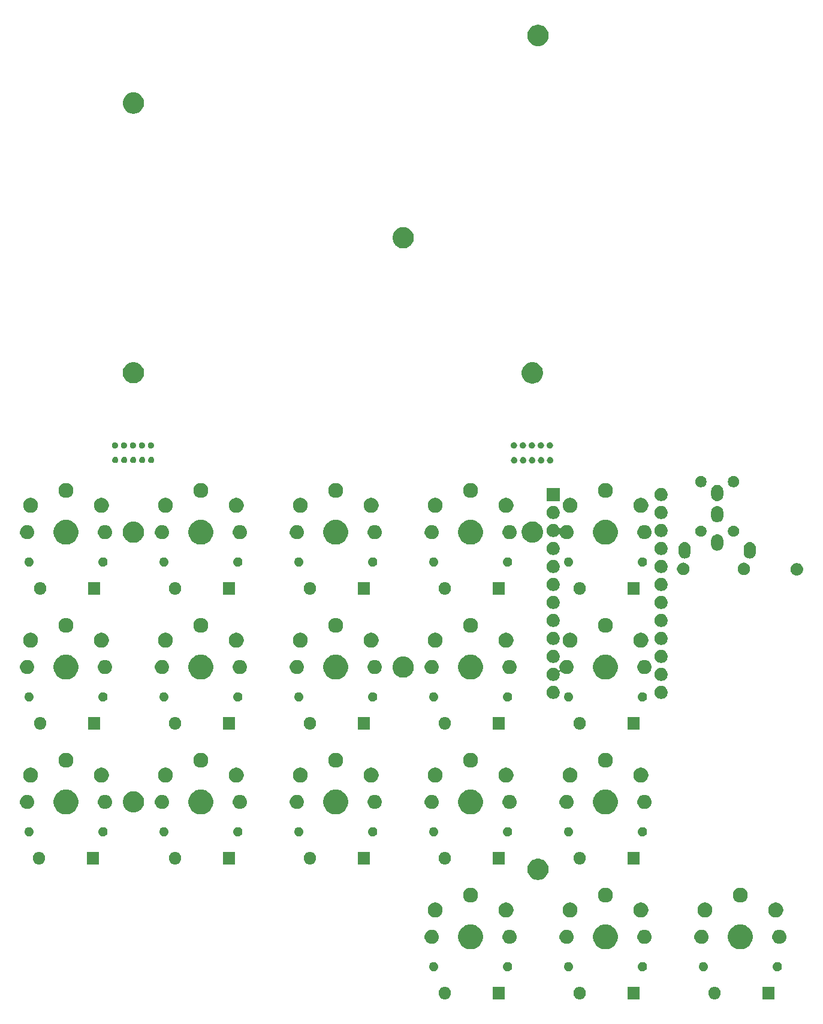
<source format=gbr>
G04 #@! TF.GenerationSoftware,KiCad,Pcbnew,(5.1.2)-2*
G04 #@! TF.CreationDate,2020-05-14T12:33:37-05:00*
G04 #@! TF.ProjectId,3DotDash,33446f74-4461-4736-982e-6b696361645f,rev?*
G04 #@! TF.SameCoordinates,Original*
G04 #@! TF.FileFunction,Soldermask,Bot*
G04 #@! TF.FilePolarity,Negative*
%FSLAX46Y46*%
G04 Gerber Fmt 4.6, Leading zero omitted, Abs format (unit mm)*
G04 Created by KiCad (PCBNEW (5.1.2)-2) date 2020-05-14 12:33:37*
%MOMM*%
%LPD*%
G04 APERTURE LIST*
%ADD10C,0.100000*%
G04 APERTURE END LIST*
D10*
G36*
X187165250Y-127155251D02*
G01*
X185412250Y-127155251D01*
X185412250Y-125402251D01*
X187165250Y-125402251D01*
X187165250Y-127155251D01*
X187165250Y-127155251D01*
G37*
G36*
X178839747Y-125419093D02*
G01*
X178924416Y-125435934D01*
X178990488Y-125463302D01*
X179083927Y-125502006D01*
X179227486Y-125597929D01*
X179349572Y-125720015D01*
X179445495Y-125863574D01*
X179484199Y-125957013D01*
X179511567Y-126023084D01*
X179511567Y-126023086D01*
X179545250Y-126192420D01*
X179545250Y-126365079D01*
X179511568Y-126534414D01*
X179511567Y-126534416D01*
X179445495Y-126693928D01*
X179349572Y-126837487D01*
X179227486Y-126959573D01*
X179083927Y-127055496D01*
X178990488Y-127094200D01*
X178924416Y-127121568D01*
X178839747Y-127138409D01*
X178755079Y-127155251D01*
X178582421Y-127155251D01*
X178497753Y-127138409D01*
X178413084Y-127121568D01*
X178347012Y-127094200D01*
X178253573Y-127055496D01*
X178110014Y-126959573D01*
X177987928Y-126837487D01*
X177892005Y-126693928D01*
X177825933Y-126534416D01*
X177825933Y-126534414D01*
X177792250Y-126365079D01*
X177792250Y-126192423D01*
X177792251Y-126192420D01*
X177825933Y-126023086D01*
X177825934Y-126023084D01*
X177853301Y-125957013D01*
X177892005Y-125863574D01*
X177987928Y-125720015D01*
X178110014Y-125597929D01*
X178253573Y-125502006D01*
X178347012Y-125463302D01*
X178413084Y-125435934D01*
X178497753Y-125419093D01*
X178582421Y-125402251D01*
X178755079Y-125402251D01*
X178839747Y-125419093D01*
X178839747Y-125419093D01*
G37*
G36*
X206215250Y-127155250D02*
G01*
X204462250Y-127155250D01*
X204462250Y-125402250D01*
X206215250Y-125402250D01*
X206215250Y-127155250D01*
X206215250Y-127155250D01*
G37*
G36*
X197889747Y-125419091D02*
G01*
X197974416Y-125435933D01*
X198040488Y-125463301D01*
X198133927Y-125502005D01*
X198277486Y-125597928D01*
X198399572Y-125720014D01*
X198495495Y-125863573D01*
X198495495Y-125863574D01*
X198561567Y-126023084D01*
X198595250Y-126192422D01*
X198595250Y-126365078D01*
X198561567Y-126534416D01*
X198534199Y-126600488D01*
X198495495Y-126693927D01*
X198399572Y-126837486D01*
X198277486Y-126959572D01*
X198133927Y-127055495D01*
X198040488Y-127094199D01*
X197974416Y-127121567D01*
X197889747Y-127138408D01*
X197805079Y-127155250D01*
X197632421Y-127155250D01*
X197547753Y-127138408D01*
X197463084Y-127121567D01*
X197397012Y-127094199D01*
X197303573Y-127055495D01*
X197160014Y-126959572D01*
X197037928Y-126837486D01*
X196942005Y-126693927D01*
X196903301Y-126600488D01*
X196875933Y-126534416D01*
X196842250Y-126365078D01*
X196842250Y-126192422D01*
X196875933Y-126023084D01*
X196942005Y-125863574D01*
X196942005Y-125863573D01*
X197037928Y-125720014D01*
X197160014Y-125597928D01*
X197303573Y-125502005D01*
X197397012Y-125463301D01*
X197463084Y-125435933D01*
X197547753Y-125419091D01*
X197632421Y-125402250D01*
X197805079Y-125402250D01*
X197889747Y-125419091D01*
X197889747Y-125419091D01*
G37*
G36*
X225265250Y-127155249D02*
G01*
X223512250Y-127155249D01*
X223512250Y-125402249D01*
X225265250Y-125402249D01*
X225265250Y-127155249D01*
X225265250Y-127155249D01*
G37*
G36*
X216939747Y-125419090D02*
G01*
X217024416Y-125435932D01*
X217090488Y-125463300D01*
X217183927Y-125502004D01*
X217327486Y-125597927D01*
X217449572Y-125720013D01*
X217545495Y-125863572D01*
X217584199Y-125957011D01*
X217611567Y-126023083D01*
X217628409Y-126107752D01*
X217645250Y-126192420D01*
X217645250Y-126365078D01*
X217628409Y-126449746D01*
X217611567Y-126534415D01*
X217611566Y-126534417D01*
X217545495Y-126693926D01*
X217449572Y-126837485D01*
X217327486Y-126959571D01*
X217183927Y-127055494D01*
X217090488Y-127094198D01*
X217024416Y-127121566D01*
X216939747Y-127138407D01*
X216855079Y-127155249D01*
X216682421Y-127155249D01*
X216597753Y-127138407D01*
X216513084Y-127121566D01*
X216447012Y-127094198D01*
X216353573Y-127055494D01*
X216210014Y-126959571D01*
X216087928Y-126837485D01*
X215992005Y-126693926D01*
X215925934Y-126534417D01*
X215925933Y-126534415D01*
X215909091Y-126449746D01*
X215892250Y-126365078D01*
X215892250Y-126192420D01*
X215909091Y-126107752D01*
X215925933Y-126023083D01*
X215953301Y-125957011D01*
X215992005Y-125863572D01*
X216087928Y-125720013D01*
X216210014Y-125597927D01*
X216353573Y-125502004D01*
X216447012Y-125463300D01*
X216513084Y-125435932D01*
X216597753Y-125419090D01*
X216682421Y-125402249D01*
X216855079Y-125402249D01*
X216939747Y-125419090D01*
X216939747Y-125419090D01*
G37*
G36*
X196339890Y-121915268D02*
G01*
X196458360Y-121964340D01*
X196458364Y-121964342D01*
X196564988Y-122035586D01*
X196655665Y-122126263D01*
X196726909Y-122232887D01*
X196775983Y-122351361D01*
X196801000Y-122477133D01*
X196801000Y-122605369D01*
X196775983Y-122731141D01*
X196726909Y-122849615D01*
X196655665Y-122956239D01*
X196564988Y-123046916D01*
X196458364Y-123118160D01*
X196458363Y-123118161D01*
X196458362Y-123118161D01*
X196339890Y-123167234D01*
X196214119Y-123192251D01*
X196085881Y-123192251D01*
X195960110Y-123167234D01*
X195841638Y-123118161D01*
X195841637Y-123118161D01*
X195841636Y-123118160D01*
X195735012Y-123046916D01*
X195644335Y-122956239D01*
X195573091Y-122849615D01*
X195524017Y-122731141D01*
X195499000Y-122605369D01*
X195499000Y-122477133D01*
X195524017Y-122351361D01*
X195573091Y-122232887D01*
X195644335Y-122126263D01*
X195735012Y-122035586D01*
X195841636Y-121964342D01*
X195841641Y-121964340D01*
X195960110Y-121915268D01*
X196085881Y-121890251D01*
X196214119Y-121890251D01*
X196339890Y-121915268D01*
X196339890Y-121915268D01*
G37*
G36*
X206779890Y-121915268D02*
G01*
X206898360Y-121964340D01*
X206898364Y-121964342D01*
X207004988Y-122035586D01*
X207095665Y-122126263D01*
X207166909Y-122232887D01*
X207215983Y-122351361D01*
X207241000Y-122477133D01*
X207241000Y-122605369D01*
X207215983Y-122731141D01*
X207166909Y-122849615D01*
X207095665Y-122956239D01*
X207004988Y-123046916D01*
X206898364Y-123118160D01*
X206898363Y-123118161D01*
X206898362Y-123118161D01*
X206779890Y-123167234D01*
X206654119Y-123192251D01*
X206525881Y-123192251D01*
X206400110Y-123167234D01*
X206281638Y-123118161D01*
X206281637Y-123118161D01*
X206281636Y-123118160D01*
X206175012Y-123046916D01*
X206084335Y-122956239D01*
X206013091Y-122849615D01*
X205964017Y-122731141D01*
X205939000Y-122605369D01*
X205939000Y-122477133D01*
X205964017Y-122351361D01*
X206013091Y-122232887D01*
X206084335Y-122126263D01*
X206175012Y-122035586D01*
X206281636Y-121964342D01*
X206281641Y-121964340D01*
X206400110Y-121915268D01*
X206525881Y-121890251D01*
X206654119Y-121890251D01*
X206779890Y-121915268D01*
X206779890Y-121915268D01*
G37*
G36*
X215389890Y-121915267D02*
G01*
X215508364Y-121964341D01*
X215614988Y-122035585D01*
X215705665Y-122126262D01*
X215776909Y-122232886D01*
X215825983Y-122351360D01*
X215851000Y-122477132D01*
X215851000Y-122605368D01*
X215825983Y-122731140D01*
X215776909Y-122849614D01*
X215705665Y-122956238D01*
X215614988Y-123046915D01*
X215508364Y-123118159D01*
X215508363Y-123118160D01*
X215508362Y-123118160D01*
X215389890Y-123167233D01*
X215264119Y-123192250D01*
X215135881Y-123192250D01*
X215010110Y-123167233D01*
X214891638Y-123118160D01*
X214891637Y-123118160D01*
X214891636Y-123118159D01*
X214785012Y-123046915D01*
X214694335Y-122956238D01*
X214623091Y-122849614D01*
X214574017Y-122731140D01*
X214549000Y-122605368D01*
X214549000Y-122477132D01*
X214574017Y-122351360D01*
X214623091Y-122232886D01*
X214694335Y-122126262D01*
X214785012Y-122035585D01*
X214891636Y-121964341D01*
X215010110Y-121915267D01*
X215135881Y-121890250D01*
X215264119Y-121890250D01*
X215389890Y-121915267D01*
X215389890Y-121915267D01*
G37*
G36*
X225829890Y-121915267D02*
G01*
X225948364Y-121964341D01*
X226054988Y-122035585D01*
X226145665Y-122126262D01*
X226216909Y-122232886D01*
X226265983Y-122351360D01*
X226291000Y-122477132D01*
X226291000Y-122605368D01*
X226265983Y-122731140D01*
X226216909Y-122849614D01*
X226145665Y-122956238D01*
X226054988Y-123046915D01*
X225948364Y-123118159D01*
X225948363Y-123118160D01*
X225948362Y-123118160D01*
X225829890Y-123167233D01*
X225704119Y-123192250D01*
X225575881Y-123192250D01*
X225450110Y-123167233D01*
X225331638Y-123118160D01*
X225331637Y-123118160D01*
X225331636Y-123118159D01*
X225225012Y-123046915D01*
X225134335Y-122956238D01*
X225063091Y-122849614D01*
X225014017Y-122731140D01*
X224989000Y-122605368D01*
X224989000Y-122477132D01*
X225014017Y-122351360D01*
X225063091Y-122232886D01*
X225134335Y-122126262D01*
X225225012Y-122035585D01*
X225331636Y-121964341D01*
X225450110Y-121915267D01*
X225575881Y-121890250D01*
X225704119Y-121890250D01*
X225829890Y-121915267D01*
X225829890Y-121915267D01*
G37*
G36*
X177289891Y-121915267D02*
G01*
X177408365Y-121964341D01*
X177514989Y-122035585D01*
X177605666Y-122126262D01*
X177676910Y-122232886D01*
X177725984Y-122351360D01*
X177751001Y-122477132D01*
X177751001Y-122605368D01*
X177725984Y-122731140D01*
X177676910Y-122849614D01*
X177605666Y-122956238D01*
X177514989Y-123046915D01*
X177408365Y-123118159D01*
X177408364Y-123118160D01*
X177408363Y-123118160D01*
X177289891Y-123167233D01*
X177164120Y-123192250D01*
X177035882Y-123192250D01*
X176910111Y-123167233D01*
X176791639Y-123118160D01*
X176791638Y-123118160D01*
X176791637Y-123118159D01*
X176685013Y-123046915D01*
X176594336Y-122956238D01*
X176523092Y-122849614D01*
X176474018Y-122731140D01*
X176449001Y-122605368D01*
X176449001Y-122477132D01*
X176474018Y-122351360D01*
X176523092Y-122232886D01*
X176594336Y-122126262D01*
X176685013Y-122035585D01*
X176791637Y-121964341D01*
X176910111Y-121915267D01*
X177035882Y-121890250D01*
X177164120Y-121890250D01*
X177289891Y-121915267D01*
X177289891Y-121915267D01*
G37*
G36*
X187729891Y-121915267D02*
G01*
X187848365Y-121964341D01*
X187954989Y-122035585D01*
X188045666Y-122126262D01*
X188116910Y-122232886D01*
X188165984Y-122351360D01*
X188191001Y-122477132D01*
X188191001Y-122605368D01*
X188165984Y-122731140D01*
X188116910Y-122849614D01*
X188045666Y-122956238D01*
X187954989Y-123046915D01*
X187848365Y-123118159D01*
X187848364Y-123118160D01*
X187848363Y-123118160D01*
X187729891Y-123167233D01*
X187604120Y-123192250D01*
X187475882Y-123192250D01*
X187350111Y-123167233D01*
X187231639Y-123118160D01*
X187231638Y-123118160D01*
X187231637Y-123118159D01*
X187125013Y-123046915D01*
X187034336Y-122956238D01*
X186963092Y-122849614D01*
X186914018Y-122731140D01*
X186889001Y-122605368D01*
X186889001Y-122477132D01*
X186914018Y-122351360D01*
X186963092Y-122232886D01*
X187034336Y-122126262D01*
X187125013Y-122035585D01*
X187231637Y-121964341D01*
X187350111Y-121915267D01*
X187475882Y-121890250D01*
X187604120Y-121890250D01*
X187729891Y-121915267D01*
X187729891Y-121915267D01*
G37*
G36*
X201767985Y-116635111D02*
G01*
X201880748Y-116657541D01*
X202012741Y-116712214D01*
X202199408Y-116789534D01*
X202486196Y-116981160D01*
X202730091Y-117225055D01*
X202921717Y-117511843D01*
X202999037Y-117698510D01*
X203053710Y-117830503D01*
X203060990Y-117867101D01*
X203121000Y-118168791D01*
X203121000Y-118513711D01*
X203076140Y-118739236D01*
X203060990Y-118815402D01*
X203053710Y-118851998D01*
X202921717Y-119170659D01*
X202730091Y-119457447D01*
X202486196Y-119701342D01*
X202199408Y-119892968D01*
X202012741Y-119970288D01*
X201880748Y-120024961D01*
X201767985Y-120047391D01*
X201542460Y-120092251D01*
X201197540Y-120092251D01*
X200972015Y-120047391D01*
X200859252Y-120024961D01*
X200727259Y-119970288D01*
X200540592Y-119892968D01*
X200253804Y-119701342D01*
X200009909Y-119457447D01*
X199818283Y-119170659D01*
X199686290Y-118851998D01*
X199679011Y-118815402D01*
X199663860Y-118739236D01*
X199619000Y-118513711D01*
X199619000Y-118168791D01*
X199679010Y-117867101D01*
X199686290Y-117830503D01*
X199740963Y-117698510D01*
X199818283Y-117511843D01*
X200009909Y-117225055D01*
X200253804Y-116981160D01*
X200540592Y-116789534D01*
X200727259Y-116712214D01*
X200859252Y-116657541D01*
X200972015Y-116635111D01*
X201197540Y-116590251D01*
X201542460Y-116590251D01*
X201767985Y-116635111D01*
X201767985Y-116635111D01*
G37*
G36*
X220817985Y-116635110D02*
G01*
X220930748Y-116657540D01*
X221062741Y-116712213D01*
X221249408Y-116789533D01*
X221536196Y-116981159D01*
X221780091Y-117225054D01*
X221971717Y-117511842D01*
X221993207Y-117563724D01*
X222103710Y-117830502D01*
X222110990Y-117867100D01*
X222171000Y-118168790D01*
X222171000Y-118513710D01*
X222147225Y-118633232D01*
X222103710Y-118851998D01*
X222050959Y-118979349D01*
X221971717Y-119170658D01*
X221780091Y-119457446D01*
X221536196Y-119701341D01*
X221249408Y-119892967D01*
X221062741Y-119970287D01*
X220930748Y-120024960D01*
X220817985Y-120047390D01*
X220592460Y-120092250D01*
X220247540Y-120092250D01*
X220022015Y-120047390D01*
X219909252Y-120024960D01*
X219777259Y-119970287D01*
X219590592Y-119892967D01*
X219303804Y-119701341D01*
X219059909Y-119457446D01*
X218868283Y-119170658D01*
X218789041Y-118979349D01*
X218736290Y-118851998D01*
X218692775Y-118633232D01*
X218669000Y-118513710D01*
X218669000Y-118168790D01*
X218729010Y-117867100D01*
X218736290Y-117830502D01*
X218846793Y-117563724D01*
X218868283Y-117511842D01*
X219059909Y-117225054D01*
X219303804Y-116981159D01*
X219590592Y-116789533D01*
X219777259Y-116712213D01*
X219909252Y-116657540D01*
X220022015Y-116635110D01*
X220247540Y-116590250D01*
X220592460Y-116590250D01*
X220817985Y-116635110D01*
X220817985Y-116635110D01*
G37*
G36*
X182717986Y-116635110D02*
G01*
X182830749Y-116657540D01*
X182962742Y-116712213D01*
X183149409Y-116789533D01*
X183436197Y-116981159D01*
X183680092Y-117225054D01*
X183871718Y-117511842D01*
X183893208Y-117563724D01*
X184003711Y-117830502D01*
X184010991Y-117867100D01*
X184071001Y-118168790D01*
X184071001Y-118513710D01*
X184047226Y-118633232D01*
X184003711Y-118851998D01*
X183950960Y-118979349D01*
X183871718Y-119170658D01*
X183680092Y-119457446D01*
X183436197Y-119701341D01*
X183149409Y-119892967D01*
X182962742Y-119970287D01*
X182830749Y-120024960D01*
X182717986Y-120047390D01*
X182492461Y-120092250D01*
X182147541Y-120092250D01*
X181922016Y-120047390D01*
X181809253Y-120024960D01*
X181677260Y-119970287D01*
X181490593Y-119892967D01*
X181203805Y-119701341D01*
X180959910Y-119457446D01*
X180768284Y-119170658D01*
X180689042Y-118979349D01*
X180636291Y-118851998D01*
X180592776Y-118633232D01*
X180569001Y-118513710D01*
X180569001Y-118168790D01*
X180629011Y-117867100D01*
X180636291Y-117830502D01*
X180746794Y-117563724D01*
X180768284Y-117511842D01*
X180959910Y-117225054D01*
X181203805Y-116981159D01*
X181490593Y-116789533D01*
X181677260Y-116712213D01*
X181809253Y-116657540D01*
X181922016Y-116635110D01*
X182147541Y-116590250D01*
X182492461Y-116590250D01*
X182717986Y-116635110D01*
X182717986Y-116635110D01*
G37*
G36*
X207065285Y-117359485D02*
G01*
X207161981Y-117378719D01*
X207290795Y-117432076D01*
X207344147Y-117454175D01*
X207344151Y-117454177D01*
X207508100Y-117563724D01*
X207647527Y-117703151D01*
X207757074Y-117867100D01*
X207832532Y-118049269D01*
X207832532Y-118049271D01*
X207871000Y-118242660D01*
X207871000Y-118439842D01*
X207856306Y-118513711D01*
X207832532Y-118633232D01*
X207757074Y-118815402D01*
X207647527Y-118979351D01*
X207508100Y-119118778D01*
X207344151Y-119228325D01*
X207161981Y-119303783D01*
X206968591Y-119342251D01*
X206771409Y-119342251D01*
X206578019Y-119303783D01*
X206395849Y-119228325D01*
X206231900Y-119118778D01*
X206092473Y-118979351D01*
X205982926Y-118815402D01*
X205907468Y-118633232D01*
X205883694Y-118513711D01*
X205869000Y-118439842D01*
X205869000Y-118242660D01*
X205907468Y-118049271D01*
X205907469Y-118049269D01*
X205982926Y-117867100D01*
X206092473Y-117703151D01*
X206231900Y-117563724D01*
X206395849Y-117454177D01*
X206395854Y-117454175D01*
X206449205Y-117432076D01*
X206578019Y-117378719D01*
X206674715Y-117359485D01*
X206771409Y-117340251D01*
X206968591Y-117340251D01*
X207065285Y-117359485D01*
X207065285Y-117359485D01*
G37*
G36*
X196065285Y-117359485D02*
G01*
X196161981Y-117378719D01*
X196290795Y-117432076D01*
X196344147Y-117454175D01*
X196344151Y-117454177D01*
X196508100Y-117563724D01*
X196647527Y-117703151D01*
X196757074Y-117867100D01*
X196832532Y-118049269D01*
X196832532Y-118049271D01*
X196871000Y-118242660D01*
X196871000Y-118439842D01*
X196856306Y-118513711D01*
X196832532Y-118633232D01*
X196757074Y-118815402D01*
X196647527Y-118979351D01*
X196508100Y-119118778D01*
X196344151Y-119228325D01*
X196161981Y-119303783D01*
X195968591Y-119342251D01*
X195771409Y-119342251D01*
X195578019Y-119303783D01*
X195395849Y-119228325D01*
X195231900Y-119118778D01*
X195092473Y-118979351D01*
X194982926Y-118815402D01*
X194907468Y-118633232D01*
X194883694Y-118513711D01*
X194869000Y-118439842D01*
X194869000Y-118242660D01*
X194907468Y-118049271D01*
X194907469Y-118049269D01*
X194982926Y-117867100D01*
X195092473Y-117703151D01*
X195231900Y-117563724D01*
X195395849Y-117454177D01*
X195395854Y-117454175D01*
X195449205Y-117432076D01*
X195578019Y-117378719D01*
X195674715Y-117359485D01*
X195771409Y-117340251D01*
X195968591Y-117340251D01*
X196065285Y-117359485D01*
X196065285Y-117359485D01*
G37*
G36*
X188015286Y-117359484D02*
G01*
X188111982Y-117378718D01*
X188294152Y-117454176D01*
X188458101Y-117563723D01*
X188597528Y-117703150D01*
X188682622Y-117830503D01*
X188707076Y-117867101D01*
X188782533Y-118049270D01*
X188821001Y-118242659D01*
X188821001Y-118439841D01*
X188806307Y-118513710D01*
X188782533Y-118633231D01*
X188707075Y-118815401D01*
X188597528Y-118979350D01*
X188458101Y-119118777D01*
X188294152Y-119228324D01*
X188294151Y-119228325D01*
X188294150Y-119228325D01*
X188240796Y-119250425D01*
X188111982Y-119303782D01*
X188015286Y-119323016D01*
X187918592Y-119342250D01*
X187721410Y-119342250D01*
X187624716Y-119323016D01*
X187528020Y-119303782D01*
X187399206Y-119250425D01*
X187345852Y-119228325D01*
X187345851Y-119228325D01*
X187345850Y-119228324D01*
X187181901Y-119118777D01*
X187042474Y-118979350D01*
X186932927Y-118815401D01*
X186857469Y-118633231D01*
X186833695Y-118513710D01*
X186819001Y-118439841D01*
X186819001Y-118242659D01*
X186857469Y-118049270D01*
X186932926Y-117867101D01*
X186957380Y-117830503D01*
X187042474Y-117703150D01*
X187181901Y-117563723D01*
X187345850Y-117454176D01*
X187528020Y-117378718D01*
X187624716Y-117359484D01*
X187721410Y-117340250D01*
X187918592Y-117340250D01*
X188015286Y-117359484D01*
X188015286Y-117359484D01*
G37*
G36*
X215115285Y-117359484D02*
G01*
X215211981Y-117378718D01*
X215394151Y-117454176D01*
X215558100Y-117563723D01*
X215697527Y-117703150D01*
X215782621Y-117830503D01*
X215807075Y-117867101D01*
X215882532Y-118049270D01*
X215921000Y-118242659D01*
X215921000Y-118439841D01*
X215906306Y-118513710D01*
X215882532Y-118633231D01*
X215807074Y-118815401D01*
X215697527Y-118979350D01*
X215558100Y-119118777D01*
X215394151Y-119228324D01*
X215394150Y-119228325D01*
X215394149Y-119228325D01*
X215340795Y-119250425D01*
X215211981Y-119303782D01*
X215115285Y-119323016D01*
X215018591Y-119342250D01*
X214821409Y-119342250D01*
X214724715Y-119323016D01*
X214628019Y-119303782D01*
X214499205Y-119250425D01*
X214445851Y-119228325D01*
X214445850Y-119228325D01*
X214445849Y-119228324D01*
X214281900Y-119118777D01*
X214142473Y-118979350D01*
X214032926Y-118815401D01*
X213957468Y-118633231D01*
X213933694Y-118513710D01*
X213919000Y-118439841D01*
X213919000Y-118242659D01*
X213957468Y-118049270D01*
X214032925Y-117867101D01*
X214057379Y-117830503D01*
X214142473Y-117703150D01*
X214281900Y-117563723D01*
X214445849Y-117454176D01*
X214628019Y-117378718D01*
X214724715Y-117359484D01*
X214821409Y-117340250D01*
X215018591Y-117340250D01*
X215115285Y-117359484D01*
X215115285Y-117359484D01*
G37*
G36*
X177015286Y-117359484D02*
G01*
X177111982Y-117378718D01*
X177294152Y-117454176D01*
X177458101Y-117563723D01*
X177597528Y-117703150D01*
X177682622Y-117830503D01*
X177707076Y-117867101D01*
X177782533Y-118049270D01*
X177821001Y-118242659D01*
X177821001Y-118439841D01*
X177806307Y-118513710D01*
X177782533Y-118633231D01*
X177707075Y-118815401D01*
X177597528Y-118979350D01*
X177458101Y-119118777D01*
X177294152Y-119228324D01*
X177294151Y-119228325D01*
X177294150Y-119228325D01*
X177240796Y-119250425D01*
X177111982Y-119303782D01*
X177015286Y-119323016D01*
X176918592Y-119342250D01*
X176721410Y-119342250D01*
X176624716Y-119323016D01*
X176528020Y-119303782D01*
X176399206Y-119250425D01*
X176345852Y-119228325D01*
X176345851Y-119228325D01*
X176345850Y-119228324D01*
X176181901Y-119118777D01*
X176042474Y-118979350D01*
X175932927Y-118815401D01*
X175857469Y-118633231D01*
X175833695Y-118513710D01*
X175819001Y-118439841D01*
X175819001Y-118242659D01*
X175857469Y-118049270D01*
X175932926Y-117867101D01*
X175957380Y-117830503D01*
X176042474Y-117703150D01*
X176181901Y-117563723D01*
X176345850Y-117454176D01*
X176528020Y-117378718D01*
X176624716Y-117359484D01*
X176721410Y-117340250D01*
X176918592Y-117340250D01*
X177015286Y-117359484D01*
X177015286Y-117359484D01*
G37*
G36*
X226115285Y-117359484D02*
G01*
X226211981Y-117378718D01*
X226394151Y-117454176D01*
X226558100Y-117563723D01*
X226697527Y-117703150D01*
X226782621Y-117830503D01*
X226807075Y-117867101D01*
X226882532Y-118049270D01*
X226921000Y-118242659D01*
X226921000Y-118439841D01*
X226906306Y-118513710D01*
X226882532Y-118633231D01*
X226807074Y-118815401D01*
X226697527Y-118979350D01*
X226558100Y-119118777D01*
X226394151Y-119228324D01*
X226394150Y-119228325D01*
X226394149Y-119228325D01*
X226340795Y-119250425D01*
X226211981Y-119303782D01*
X226115285Y-119323016D01*
X226018591Y-119342250D01*
X225821409Y-119342250D01*
X225724715Y-119323016D01*
X225628019Y-119303782D01*
X225499205Y-119250425D01*
X225445851Y-119228325D01*
X225445850Y-119228325D01*
X225445849Y-119228324D01*
X225281900Y-119118777D01*
X225142473Y-118979350D01*
X225032926Y-118815401D01*
X224957468Y-118633231D01*
X224933694Y-118513710D01*
X224919000Y-118439841D01*
X224919000Y-118242659D01*
X224957468Y-118049270D01*
X225032925Y-117867101D01*
X225057379Y-117830503D01*
X225142473Y-117703150D01*
X225281900Y-117563723D01*
X225445849Y-117454176D01*
X225628019Y-117378718D01*
X225724715Y-117359484D01*
X225821409Y-117340250D01*
X226018591Y-117340250D01*
X226115285Y-117359484D01*
X226115285Y-117359484D01*
G37*
G36*
X206676564Y-113530640D02*
G01*
X206867833Y-113609866D01*
X206867835Y-113609867D01*
X207039972Y-113724885D01*
X207186365Y-113871278D01*
X207301385Y-114043418D01*
X207380611Y-114234687D01*
X207421000Y-114437735D01*
X207421000Y-114644767D01*
X207380611Y-114847815D01*
X207301385Y-115039083D01*
X207301384Y-115039086D01*
X207186365Y-115211224D01*
X207039973Y-115357616D01*
X206867835Y-115472635D01*
X206867834Y-115472636D01*
X206867833Y-115472636D01*
X206676564Y-115551862D01*
X206473516Y-115592251D01*
X206266484Y-115592251D01*
X206063436Y-115551862D01*
X205872167Y-115472636D01*
X205872166Y-115472636D01*
X205872165Y-115472635D01*
X205700027Y-115357616D01*
X205553635Y-115211224D01*
X205438616Y-115039086D01*
X205438615Y-115039083D01*
X205359389Y-114847815D01*
X205319000Y-114644767D01*
X205319000Y-114437735D01*
X205359389Y-114234687D01*
X205438615Y-114043418D01*
X205553635Y-113871278D01*
X205700028Y-113724885D01*
X205872165Y-113609867D01*
X205872167Y-113609866D01*
X206063436Y-113530640D01*
X206266484Y-113490251D01*
X206473516Y-113490251D01*
X206676564Y-113530640D01*
X206676564Y-113530640D01*
G37*
G36*
X196676564Y-113530640D02*
G01*
X196867833Y-113609866D01*
X196867835Y-113609867D01*
X197039972Y-113724885D01*
X197186365Y-113871278D01*
X197301385Y-114043418D01*
X197380611Y-114234687D01*
X197421000Y-114437735D01*
X197421000Y-114644767D01*
X197380611Y-114847815D01*
X197301385Y-115039083D01*
X197301384Y-115039086D01*
X197186365Y-115211224D01*
X197039973Y-115357616D01*
X196867835Y-115472635D01*
X196867834Y-115472636D01*
X196867833Y-115472636D01*
X196676564Y-115551862D01*
X196473516Y-115592251D01*
X196266484Y-115592251D01*
X196063436Y-115551862D01*
X195872167Y-115472636D01*
X195872166Y-115472636D01*
X195872165Y-115472635D01*
X195700027Y-115357616D01*
X195553635Y-115211224D01*
X195438616Y-115039086D01*
X195438615Y-115039083D01*
X195359389Y-114847815D01*
X195319000Y-114644767D01*
X195319000Y-114437735D01*
X195359389Y-114234687D01*
X195438615Y-114043418D01*
X195553635Y-113871278D01*
X195700028Y-113724885D01*
X195872165Y-113609867D01*
X195872167Y-113609866D01*
X196063436Y-113530640D01*
X196266484Y-113490251D01*
X196473516Y-113490251D01*
X196676564Y-113530640D01*
X196676564Y-113530640D01*
G37*
G36*
X225726564Y-113530639D02*
G01*
X225917833Y-113609865D01*
X225917835Y-113609866D01*
X225917836Y-113609867D01*
X226089973Y-113724885D01*
X226236365Y-113871277D01*
X226351385Y-114043417D01*
X226430611Y-114234686D01*
X226471000Y-114437734D01*
X226471000Y-114644766D01*
X226430611Y-114847814D01*
X226430610Y-114847816D01*
X226351384Y-115039085D01*
X226236365Y-115211223D01*
X226089973Y-115357615D01*
X225917835Y-115472634D01*
X225917834Y-115472635D01*
X225917833Y-115472635D01*
X225726564Y-115551861D01*
X225523516Y-115592250D01*
X225316484Y-115592250D01*
X225113436Y-115551861D01*
X224922167Y-115472635D01*
X224922166Y-115472635D01*
X224922165Y-115472634D01*
X224750027Y-115357615D01*
X224603635Y-115211223D01*
X224488616Y-115039085D01*
X224409390Y-114847816D01*
X224409389Y-114847814D01*
X224369000Y-114644766D01*
X224369000Y-114437734D01*
X224409389Y-114234686D01*
X224488615Y-114043417D01*
X224603635Y-113871277D01*
X224750027Y-113724885D01*
X224922164Y-113609867D01*
X224922165Y-113609866D01*
X224922167Y-113609865D01*
X225113436Y-113530639D01*
X225316484Y-113490250D01*
X225523516Y-113490250D01*
X225726564Y-113530639D01*
X225726564Y-113530639D01*
G37*
G36*
X215726564Y-113530639D02*
G01*
X215917833Y-113609865D01*
X215917835Y-113609866D01*
X215917836Y-113609867D01*
X216089973Y-113724885D01*
X216236365Y-113871277D01*
X216351385Y-114043417D01*
X216430611Y-114234686D01*
X216471000Y-114437734D01*
X216471000Y-114644766D01*
X216430611Y-114847814D01*
X216430610Y-114847816D01*
X216351384Y-115039085D01*
X216236365Y-115211223D01*
X216089973Y-115357615D01*
X215917835Y-115472634D01*
X215917834Y-115472635D01*
X215917833Y-115472635D01*
X215726564Y-115551861D01*
X215523516Y-115592250D01*
X215316484Y-115592250D01*
X215113436Y-115551861D01*
X214922167Y-115472635D01*
X214922166Y-115472635D01*
X214922165Y-115472634D01*
X214750027Y-115357615D01*
X214603635Y-115211223D01*
X214488616Y-115039085D01*
X214409390Y-114847816D01*
X214409389Y-114847814D01*
X214369000Y-114644766D01*
X214369000Y-114437734D01*
X214409389Y-114234686D01*
X214488615Y-114043417D01*
X214603635Y-113871277D01*
X214750027Y-113724885D01*
X214922164Y-113609867D01*
X214922165Y-113609866D01*
X214922167Y-113609865D01*
X215113436Y-113530639D01*
X215316484Y-113490250D01*
X215523516Y-113490250D01*
X215726564Y-113530639D01*
X215726564Y-113530639D01*
G37*
G36*
X187626565Y-113530639D02*
G01*
X187817834Y-113609865D01*
X187817836Y-113609866D01*
X187817837Y-113609867D01*
X187989974Y-113724885D01*
X188136366Y-113871277D01*
X188251386Y-114043417D01*
X188330612Y-114234686D01*
X188371001Y-114437734D01*
X188371001Y-114644766D01*
X188330612Y-114847814D01*
X188330611Y-114847816D01*
X188251385Y-115039085D01*
X188136366Y-115211223D01*
X187989974Y-115357615D01*
X187817836Y-115472634D01*
X187817835Y-115472635D01*
X187817834Y-115472635D01*
X187626565Y-115551861D01*
X187423517Y-115592250D01*
X187216485Y-115592250D01*
X187013437Y-115551861D01*
X186822168Y-115472635D01*
X186822167Y-115472635D01*
X186822166Y-115472634D01*
X186650028Y-115357615D01*
X186503636Y-115211223D01*
X186388617Y-115039085D01*
X186309391Y-114847816D01*
X186309390Y-114847814D01*
X186269001Y-114644766D01*
X186269001Y-114437734D01*
X186309390Y-114234686D01*
X186388616Y-114043417D01*
X186503636Y-113871277D01*
X186650028Y-113724885D01*
X186822165Y-113609867D01*
X186822166Y-113609866D01*
X186822168Y-113609865D01*
X187013437Y-113530639D01*
X187216485Y-113490250D01*
X187423517Y-113490250D01*
X187626565Y-113530639D01*
X187626565Y-113530639D01*
G37*
G36*
X177626565Y-113530639D02*
G01*
X177817834Y-113609865D01*
X177817836Y-113609866D01*
X177817837Y-113609867D01*
X177989974Y-113724885D01*
X178136366Y-113871277D01*
X178251386Y-114043417D01*
X178330612Y-114234686D01*
X178371001Y-114437734D01*
X178371001Y-114644766D01*
X178330612Y-114847814D01*
X178330611Y-114847816D01*
X178251385Y-115039085D01*
X178136366Y-115211223D01*
X177989974Y-115357615D01*
X177817836Y-115472634D01*
X177817835Y-115472635D01*
X177817834Y-115472635D01*
X177626565Y-115551861D01*
X177423517Y-115592250D01*
X177216485Y-115592250D01*
X177013437Y-115551861D01*
X176822168Y-115472635D01*
X176822167Y-115472635D01*
X176822166Y-115472634D01*
X176650028Y-115357615D01*
X176503636Y-115211223D01*
X176388617Y-115039085D01*
X176309391Y-114847816D01*
X176309390Y-114847814D01*
X176269001Y-114644766D01*
X176269001Y-114437734D01*
X176309390Y-114234686D01*
X176388616Y-114043417D01*
X176503636Y-113871277D01*
X176650028Y-113724885D01*
X176822165Y-113609867D01*
X176822166Y-113609866D01*
X176822168Y-113609865D01*
X177013437Y-113530639D01*
X177216485Y-113490250D01*
X177423517Y-113490250D01*
X177626565Y-113530639D01*
X177626565Y-113530639D01*
G37*
G36*
X201676564Y-111430640D02*
G01*
X201867833Y-111509866D01*
X201867835Y-111509867D01*
X202039972Y-111624885D01*
X202186365Y-111771278D01*
X202301385Y-111943418D01*
X202380611Y-112134687D01*
X202421000Y-112337735D01*
X202421000Y-112544767D01*
X202380611Y-112747815D01*
X202301385Y-112939083D01*
X202301384Y-112939086D01*
X202186365Y-113111224D01*
X202039973Y-113257616D01*
X201867835Y-113372635D01*
X201867834Y-113372636D01*
X201867833Y-113372636D01*
X201676564Y-113451862D01*
X201473516Y-113492251D01*
X201266484Y-113492251D01*
X201063436Y-113451862D01*
X200872167Y-113372636D01*
X200872166Y-113372636D01*
X200872165Y-113372635D01*
X200700027Y-113257616D01*
X200553635Y-113111224D01*
X200438616Y-112939086D01*
X200438615Y-112939083D01*
X200359389Y-112747815D01*
X200319000Y-112544767D01*
X200319000Y-112337735D01*
X200359389Y-112134687D01*
X200438615Y-111943418D01*
X200553635Y-111771278D01*
X200700028Y-111624885D01*
X200872165Y-111509867D01*
X200872167Y-111509866D01*
X201063436Y-111430640D01*
X201266484Y-111390251D01*
X201473516Y-111390251D01*
X201676564Y-111430640D01*
X201676564Y-111430640D01*
G37*
G36*
X182626565Y-111430639D02*
G01*
X182817834Y-111509865D01*
X182817836Y-111509866D01*
X182817837Y-111509867D01*
X182989974Y-111624885D01*
X183136366Y-111771277D01*
X183251386Y-111943417D01*
X183330612Y-112134686D01*
X183371001Y-112337734D01*
X183371001Y-112544766D01*
X183330612Y-112747814D01*
X183330611Y-112747816D01*
X183251385Y-112939085D01*
X183136366Y-113111223D01*
X182989974Y-113257615D01*
X182817836Y-113372634D01*
X182817835Y-113372635D01*
X182817834Y-113372635D01*
X182626565Y-113451861D01*
X182423517Y-113492250D01*
X182216485Y-113492250D01*
X182013437Y-113451861D01*
X181822168Y-113372635D01*
X181822167Y-113372635D01*
X181822166Y-113372634D01*
X181650028Y-113257615D01*
X181503636Y-113111223D01*
X181388617Y-112939085D01*
X181309391Y-112747816D01*
X181309390Y-112747814D01*
X181269001Y-112544766D01*
X181269001Y-112337734D01*
X181309390Y-112134686D01*
X181388616Y-111943417D01*
X181503636Y-111771277D01*
X181650028Y-111624885D01*
X181822165Y-111509867D01*
X181822166Y-111509866D01*
X181822168Y-111509865D01*
X182013437Y-111430639D01*
X182216485Y-111390250D01*
X182423517Y-111390250D01*
X182626565Y-111430639D01*
X182626565Y-111430639D01*
G37*
G36*
X220726564Y-111430639D02*
G01*
X220917833Y-111509865D01*
X220917835Y-111509866D01*
X220917836Y-111509867D01*
X221089973Y-111624885D01*
X221236365Y-111771277D01*
X221351385Y-111943417D01*
X221430611Y-112134686D01*
X221471000Y-112337734D01*
X221471000Y-112544766D01*
X221430611Y-112747814D01*
X221430610Y-112747816D01*
X221351384Y-112939085D01*
X221236365Y-113111223D01*
X221089973Y-113257615D01*
X220917835Y-113372634D01*
X220917834Y-113372635D01*
X220917833Y-113372635D01*
X220726564Y-113451861D01*
X220523516Y-113492250D01*
X220316484Y-113492250D01*
X220113436Y-113451861D01*
X219922167Y-113372635D01*
X219922166Y-113372635D01*
X219922165Y-113372634D01*
X219750027Y-113257615D01*
X219603635Y-113111223D01*
X219488616Y-112939085D01*
X219409390Y-112747816D01*
X219409389Y-112747814D01*
X219369000Y-112544766D01*
X219369000Y-112337734D01*
X219409389Y-112134686D01*
X219488615Y-111943417D01*
X219603635Y-111771277D01*
X219750027Y-111624885D01*
X219922164Y-111509867D01*
X219922165Y-111509866D01*
X219922167Y-111509865D01*
X220113436Y-111430639D01*
X220316484Y-111390250D01*
X220523516Y-111390250D01*
X220726564Y-111430639D01*
X220726564Y-111430639D01*
G37*
G36*
X192018398Y-107315079D02*
G01*
X192277826Y-107366682D01*
X192390974Y-107413550D01*
X192550989Y-107479830D01*
X192557852Y-107484416D01*
X192796832Y-107644097D01*
X193005903Y-107853168D01*
X193005904Y-107853170D01*
X193170170Y-108099011D01*
X193283318Y-108372175D01*
X193341000Y-108662163D01*
X193341000Y-108957837D01*
X193283318Y-109247825D01*
X193170170Y-109520989D01*
X193170169Y-109520990D01*
X193005903Y-109766832D01*
X192796832Y-109975903D01*
X192673076Y-110058594D01*
X192550989Y-110140170D01*
X192390974Y-110206450D01*
X192277826Y-110253318D01*
X192132831Y-110282159D01*
X191987837Y-110311000D01*
X191692163Y-110311000D01*
X191547169Y-110282159D01*
X191402174Y-110253318D01*
X191289026Y-110206450D01*
X191129011Y-110140170D01*
X191006924Y-110058594D01*
X190883168Y-109975903D01*
X190674097Y-109766832D01*
X190509831Y-109520990D01*
X190509830Y-109520989D01*
X190396682Y-109247825D01*
X190339000Y-108957837D01*
X190339000Y-108662163D01*
X190396682Y-108372175D01*
X190509830Y-108099011D01*
X190674096Y-107853170D01*
X190674097Y-107853168D01*
X190883168Y-107644097D01*
X191122148Y-107484416D01*
X191129011Y-107479830D01*
X191289026Y-107413550D01*
X191402174Y-107366682D01*
X191661602Y-107315079D01*
X191692163Y-107309000D01*
X191987837Y-107309000D01*
X192018398Y-107315079D01*
X192018398Y-107315079D01*
G37*
G36*
X121530997Y-106369092D02*
G01*
X121615666Y-106385933D01*
X121681738Y-106413301D01*
X121775177Y-106452005D01*
X121918736Y-106547928D01*
X122040822Y-106670014D01*
X122136745Y-106813573D01*
X122175449Y-106907012D01*
X122202817Y-106973083D01*
X122202817Y-106973085D01*
X122236500Y-107142421D01*
X122236500Y-107315079D01*
X122202817Y-107484415D01*
X122136745Y-107643927D01*
X122040822Y-107787486D01*
X121918736Y-107909572D01*
X121775177Y-108005495D01*
X121681738Y-108044199D01*
X121615666Y-108071567D01*
X121530997Y-108088408D01*
X121446329Y-108105250D01*
X121273671Y-108105250D01*
X121189003Y-108088408D01*
X121104334Y-108071567D01*
X121038262Y-108044199D01*
X120944823Y-108005495D01*
X120801264Y-107909572D01*
X120679178Y-107787486D01*
X120583255Y-107643927D01*
X120517183Y-107484415D01*
X120483500Y-107315079D01*
X120483500Y-107142421D01*
X120517183Y-106973085D01*
X120517184Y-106973083D01*
X120544551Y-106907012D01*
X120583255Y-106813573D01*
X120679178Y-106670014D01*
X120801264Y-106547928D01*
X120944823Y-106452005D01*
X121038262Y-106413301D01*
X121104334Y-106385933D01*
X121189003Y-106369092D01*
X121273671Y-106352250D01*
X121446329Y-106352250D01*
X121530997Y-106369092D01*
X121530997Y-106369092D01*
G37*
G36*
X206215250Y-108105250D02*
G01*
X204462250Y-108105250D01*
X204462250Y-106352250D01*
X206215250Y-106352250D01*
X206215250Y-108105250D01*
X206215250Y-108105250D01*
G37*
G36*
X197889747Y-106369092D02*
G01*
X197974416Y-106385933D01*
X198040488Y-106413301D01*
X198133927Y-106452005D01*
X198277486Y-106547928D01*
X198399572Y-106670014D01*
X198495495Y-106813573D01*
X198534199Y-106907012D01*
X198561567Y-106973083D01*
X198561567Y-106973085D01*
X198595250Y-107142421D01*
X198595250Y-107315079D01*
X198561567Y-107484415D01*
X198495495Y-107643927D01*
X198399572Y-107787486D01*
X198277486Y-107909572D01*
X198133927Y-108005495D01*
X198040488Y-108044199D01*
X197974416Y-108071567D01*
X197889747Y-108088408D01*
X197805079Y-108105250D01*
X197632421Y-108105250D01*
X197547753Y-108088408D01*
X197463084Y-108071567D01*
X197397012Y-108044199D01*
X197303573Y-108005495D01*
X197160014Y-107909572D01*
X197037928Y-107787486D01*
X196942005Y-107643927D01*
X196875933Y-107484415D01*
X196842250Y-107315079D01*
X196842250Y-107142421D01*
X196875933Y-106973085D01*
X196875934Y-106973083D01*
X196903301Y-106907012D01*
X196942005Y-106813573D01*
X197037928Y-106670014D01*
X197160014Y-106547928D01*
X197303573Y-106452005D01*
X197397012Y-106413301D01*
X197463084Y-106385933D01*
X197547753Y-106369092D01*
X197632421Y-106352250D01*
X197805079Y-106352250D01*
X197889747Y-106369092D01*
X197889747Y-106369092D01*
G37*
G36*
X168115250Y-108105250D02*
G01*
X166362250Y-108105250D01*
X166362250Y-106352250D01*
X168115250Y-106352250D01*
X168115250Y-108105250D01*
X168115250Y-108105250D01*
G37*
G36*
X140739747Y-106369092D02*
G01*
X140824416Y-106385933D01*
X140890488Y-106413301D01*
X140983927Y-106452005D01*
X141127486Y-106547928D01*
X141249572Y-106670014D01*
X141345495Y-106813573D01*
X141384199Y-106907012D01*
X141411567Y-106973083D01*
X141411567Y-106973085D01*
X141445250Y-107142421D01*
X141445250Y-107315079D01*
X141411567Y-107484415D01*
X141345495Y-107643927D01*
X141249572Y-107787486D01*
X141127486Y-107909572D01*
X140983927Y-108005495D01*
X140890488Y-108044199D01*
X140824416Y-108071567D01*
X140739747Y-108088408D01*
X140655079Y-108105250D01*
X140482421Y-108105250D01*
X140397753Y-108088408D01*
X140313084Y-108071567D01*
X140247012Y-108044199D01*
X140153573Y-108005495D01*
X140010014Y-107909572D01*
X139887928Y-107787486D01*
X139792005Y-107643927D01*
X139725933Y-107484415D01*
X139692250Y-107315079D01*
X139692250Y-107142421D01*
X139725933Y-106973085D01*
X139725934Y-106973083D01*
X139753301Y-106907012D01*
X139792005Y-106813573D01*
X139887928Y-106670014D01*
X140010014Y-106547928D01*
X140153573Y-106452005D01*
X140247012Y-106413301D01*
X140313084Y-106385933D01*
X140397753Y-106369092D01*
X140482421Y-106352250D01*
X140655079Y-106352250D01*
X140739747Y-106369092D01*
X140739747Y-106369092D01*
G37*
G36*
X129856500Y-108105250D02*
G01*
X128103500Y-108105250D01*
X128103500Y-106352250D01*
X129856500Y-106352250D01*
X129856500Y-108105250D01*
X129856500Y-108105250D01*
G37*
G36*
X149065250Y-108105250D02*
G01*
X147312250Y-108105250D01*
X147312250Y-106352250D01*
X149065250Y-106352250D01*
X149065250Y-108105250D01*
X149065250Y-108105250D01*
G37*
G36*
X159789747Y-106369092D02*
G01*
X159874416Y-106385933D01*
X159940488Y-106413301D01*
X160033927Y-106452005D01*
X160177486Y-106547928D01*
X160299572Y-106670014D01*
X160395495Y-106813573D01*
X160434199Y-106907012D01*
X160461567Y-106973083D01*
X160461567Y-106973085D01*
X160495250Y-107142421D01*
X160495250Y-107315079D01*
X160461567Y-107484415D01*
X160395495Y-107643927D01*
X160299572Y-107787486D01*
X160177486Y-107909572D01*
X160033927Y-108005495D01*
X159940488Y-108044199D01*
X159874416Y-108071567D01*
X159789747Y-108088408D01*
X159705079Y-108105250D01*
X159532421Y-108105250D01*
X159447753Y-108088408D01*
X159363084Y-108071567D01*
X159297012Y-108044199D01*
X159203573Y-108005495D01*
X159060014Y-107909572D01*
X158937928Y-107787486D01*
X158842005Y-107643927D01*
X158775933Y-107484415D01*
X158742250Y-107315079D01*
X158742250Y-107142421D01*
X158775933Y-106973085D01*
X158775934Y-106973083D01*
X158803301Y-106907012D01*
X158842005Y-106813573D01*
X158937928Y-106670014D01*
X159060014Y-106547928D01*
X159203573Y-106452005D01*
X159297012Y-106413301D01*
X159363084Y-106385933D01*
X159447753Y-106369092D01*
X159532421Y-106352250D01*
X159705079Y-106352250D01*
X159789747Y-106369092D01*
X159789747Y-106369092D01*
G37*
G36*
X187165251Y-108105249D02*
G01*
X185412251Y-108105249D01*
X185412251Y-106352249D01*
X187165251Y-106352249D01*
X187165251Y-108105249D01*
X187165251Y-108105249D01*
G37*
G36*
X178839748Y-106369090D02*
G01*
X178924417Y-106385932D01*
X178990489Y-106413300D01*
X179083928Y-106452004D01*
X179227487Y-106547927D01*
X179349573Y-106670013D01*
X179445496Y-106813572D01*
X179445496Y-106813573D01*
X179511568Y-106973083D01*
X179545251Y-107142421D01*
X179545251Y-107315077D01*
X179511568Y-107484415D01*
X179484200Y-107550487D01*
X179445496Y-107643926D01*
X179349573Y-107787485D01*
X179227487Y-107909571D01*
X179083928Y-108005494D01*
X178990489Y-108044198D01*
X178924417Y-108071566D01*
X178839748Y-108088408D01*
X178755080Y-108105249D01*
X178582422Y-108105249D01*
X178497754Y-108088408D01*
X178413085Y-108071566D01*
X178347013Y-108044198D01*
X178253574Y-108005494D01*
X178110015Y-107909571D01*
X177987929Y-107787485D01*
X177892006Y-107643926D01*
X177853302Y-107550487D01*
X177825934Y-107484415D01*
X177792251Y-107315077D01*
X177792251Y-107142421D01*
X177825934Y-106973083D01*
X177892006Y-106813573D01*
X177892006Y-106813572D01*
X177987929Y-106670013D01*
X178110015Y-106547927D01*
X178253574Y-106452004D01*
X178347013Y-106413300D01*
X178413085Y-106385932D01*
X178497754Y-106369090D01*
X178582422Y-106352249D01*
X178755080Y-106352249D01*
X178839748Y-106369090D01*
X178839748Y-106369090D01*
G37*
G36*
X196339890Y-102865268D02*
G01*
X196458360Y-102914340D01*
X196458364Y-102914342D01*
X196564984Y-102985583D01*
X196564988Y-102985586D01*
X196655665Y-103076263D01*
X196726910Y-103182889D01*
X196775983Y-103301361D01*
X196801000Y-103427130D01*
X196801000Y-103555369D01*
X196775983Y-103681141D01*
X196726909Y-103799615D01*
X196655665Y-103906239D01*
X196564988Y-103996916D01*
X196458364Y-104068160D01*
X196458363Y-104068161D01*
X196458362Y-104068161D01*
X196339890Y-104117234D01*
X196214119Y-104142251D01*
X196085881Y-104142251D01*
X195960110Y-104117234D01*
X195841638Y-104068161D01*
X195841637Y-104068161D01*
X195841636Y-104068160D01*
X195735012Y-103996916D01*
X195644335Y-103906239D01*
X195573091Y-103799615D01*
X195524017Y-103681141D01*
X195499000Y-103555369D01*
X195499000Y-103427133D01*
X195499001Y-103427130D01*
X195524017Y-103301361D01*
X195573090Y-103182889D01*
X195644335Y-103076263D01*
X195735012Y-102985586D01*
X195735016Y-102985583D01*
X195841636Y-102914342D01*
X195841641Y-102914340D01*
X195960110Y-102865268D01*
X196085881Y-102840251D01*
X196214119Y-102840251D01*
X196339890Y-102865268D01*
X196339890Y-102865268D01*
G37*
G36*
X206779890Y-102865268D02*
G01*
X206898360Y-102914340D01*
X206898364Y-102914342D01*
X207004984Y-102985583D01*
X207004988Y-102985586D01*
X207095665Y-103076263D01*
X207166910Y-103182889D01*
X207215983Y-103301361D01*
X207241000Y-103427130D01*
X207241000Y-103555369D01*
X207215983Y-103681141D01*
X207166909Y-103799615D01*
X207095665Y-103906239D01*
X207004988Y-103996916D01*
X206898364Y-104068160D01*
X206898363Y-104068161D01*
X206898362Y-104068161D01*
X206779890Y-104117234D01*
X206654119Y-104142251D01*
X206525881Y-104142251D01*
X206400110Y-104117234D01*
X206281638Y-104068161D01*
X206281637Y-104068161D01*
X206281636Y-104068160D01*
X206175012Y-103996916D01*
X206084335Y-103906239D01*
X206013091Y-103799615D01*
X205964017Y-103681141D01*
X205939000Y-103555369D01*
X205939000Y-103427133D01*
X205939001Y-103427130D01*
X205964017Y-103301361D01*
X206013090Y-103182889D01*
X206084335Y-103076263D01*
X206175012Y-102985586D01*
X206175016Y-102985583D01*
X206281636Y-102914342D01*
X206281641Y-102914340D01*
X206400110Y-102865268D01*
X206525881Y-102840251D01*
X206654119Y-102840251D01*
X206779890Y-102865268D01*
X206779890Y-102865268D01*
G37*
G36*
X120139890Y-102865267D02*
G01*
X120258360Y-102914339D01*
X120258364Y-102914341D01*
X120364988Y-102985585D01*
X120455665Y-103076262D01*
X120526908Y-103182884D01*
X120526910Y-103182888D01*
X120575983Y-103301360D01*
X120601000Y-103427129D01*
X120601000Y-103555368D01*
X120575983Y-103681140D01*
X120526909Y-103799614D01*
X120455665Y-103906238D01*
X120364988Y-103996915D01*
X120258364Y-104068159D01*
X120258363Y-104068160D01*
X120258362Y-104068160D01*
X120139890Y-104117233D01*
X120014119Y-104142250D01*
X119885881Y-104142250D01*
X119760110Y-104117233D01*
X119641638Y-104068160D01*
X119641637Y-104068160D01*
X119641636Y-104068159D01*
X119535012Y-103996915D01*
X119444335Y-103906238D01*
X119373091Y-103799614D01*
X119324017Y-103681140D01*
X119299000Y-103555368D01*
X119299000Y-103427132D01*
X119299001Y-103427129D01*
X119324017Y-103301360D01*
X119373090Y-103182888D01*
X119373093Y-103182884D01*
X119444335Y-103076262D01*
X119535012Y-102985585D01*
X119641636Y-102914341D01*
X119641641Y-102914339D01*
X119760110Y-102865267D01*
X119885881Y-102840250D01*
X120014119Y-102840250D01*
X120139890Y-102865267D01*
X120139890Y-102865267D01*
G37*
G36*
X130579890Y-102865267D02*
G01*
X130698360Y-102914339D01*
X130698364Y-102914341D01*
X130804988Y-102985585D01*
X130895665Y-103076262D01*
X130966908Y-103182884D01*
X130966910Y-103182888D01*
X131015983Y-103301360D01*
X131041000Y-103427129D01*
X131041000Y-103555368D01*
X131015983Y-103681140D01*
X130966909Y-103799614D01*
X130895665Y-103906238D01*
X130804988Y-103996915D01*
X130698364Y-104068159D01*
X130698363Y-104068160D01*
X130698362Y-104068160D01*
X130579890Y-104117233D01*
X130454119Y-104142250D01*
X130325881Y-104142250D01*
X130200110Y-104117233D01*
X130081638Y-104068160D01*
X130081637Y-104068160D01*
X130081636Y-104068159D01*
X129975012Y-103996915D01*
X129884335Y-103906238D01*
X129813091Y-103799614D01*
X129764017Y-103681140D01*
X129739000Y-103555368D01*
X129739000Y-103427132D01*
X129739001Y-103427129D01*
X129764017Y-103301360D01*
X129813090Y-103182888D01*
X129813093Y-103182884D01*
X129884335Y-103076262D01*
X129975012Y-102985585D01*
X130081636Y-102914341D01*
X130081641Y-102914339D01*
X130200110Y-102865267D01*
X130325881Y-102840250D01*
X130454119Y-102840250D01*
X130579890Y-102865267D01*
X130579890Y-102865267D01*
G37*
G36*
X187729890Y-102865267D02*
G01*
X187848360Y-102914339D01*
X187848364Y-102914341D01*
X187954988Y-102985585D01*
X188045665Y-103076262D01*
X188116908Y-103182884D01*
X188116910Y-103182888D01*
X188165983Y-103301360D01*
X188191000Y-103427129D01*
X188191000Y-103555368D01*
X188165983Y-103681140D01*
X188116909Y-103799614D01*
X188045665Y-103906238D01*
X187954988Y-103996915D01*
X187848364Y-104068159D01*
X187848363Y-104068160D01*
X187848362Y-104068160D01*
X187729890Y-104117233D01*
X187604119Y-104142250D01*
X187475881Y-104142250D01*
X187350110Y-104117233D01*
X187231638Y-104068160D01*
X187231637Y-104068160D01*
X187231636Y-104068159D01*
X187125012Y-103996915D01*
X187034335Y-103906238D01*
X186963091Y-103799614D01*
X186914017Y-103681140D01*
X186889000Y-103555368D01*
X186889000Y-103427132D01*
X186889001Y-103427129D01*
X186914017Y-103301360D01*
X186963090Y-103182888D01*
X186963093Y-103182884D01*
X187034335Y-103076262D01*
X187125012Y-102985585D01*
X187231636Y-102914341D01*
X187231641Y-102914339D01*
X187350110Y-102865267D01*
X187475881Y-102840250D01*
X187604119Y-102840250D01*
X187729890Y-102865267D01*
X187729890Y-102865267D01*
G37*
G36*
X177289890Y-102865267D02*
G01*
X177408360Y-102914339D01*
X177408364Y-102914341D01*
X177514988Y-102985585D01*
X177605665Y-103076262D01*
X177676908Y-103182884D01*
X177676910Y-103182888D01*
X177725983Y-103301360D01*
X177751000Y-103427129D01*
X177751000Y-103555368D01*
X177725983Y-103681140D01*
X177676909Y-103799614D01*
X177605665Y-103906238D01*
X177514988Y-103996915D01*
X177408364Y-104068159D01*
X177408363Y-104068160D01*
X177408362Y-104068160D01*
X177289890Y-104117233D01*
X177164119Y-104142250D01*
X177035881Y-104142250D01*
X176910110Y-104117233D01*
X176791638Y-104068160D01*
X176791637Y-104068160D01*
X176791636Y-104068159D01*
X176685012Y-103996915D01*
X176594335Y-103906238D01*
X176523091Y-103799614D01*
X176474017Y-103681140D01*
X176449000Y-103555368D01*
X176449000Y-103427132D01*
X176449001Y-103427129D01*
X176474017Y-103301360D01*
X176523090Y-103182888D01*
X176523093Y-103182884D01*
X176594335Y-103076262D01*
X176685012Y-102985585D01*
X176791636Y-102914341D01*
X176791641Y-102914339D01*
X176910110Y-102865267D01*
X177035881Y-102840250D01*
X177164119Y-102840250D01*
X177289890Y-102865267D01*
X177289890Y-102865267D01*
G37*
G36*
X149629890Y-102865267D02*
G01*
X149748360Y-102914339D01*
X149748364Y-102914341D01*
X149854988Y-102985585D01*
X149945665Y-103076262D01*
X150016908Y-103182884D01*
X150016910Y-103182888D01*
X150065983Y-103301360D01*
X150091000Y-103427129D01*
X150091000Y-103555368D01*
X150065983Y-103681140D01*
X150016909Y-103799614D01*
X149945665Y-103906238D01*
X149854988Y-103996915D01*
X149748364Y-104068159D01*
X149748363Y-104068160D01*
X149748362Y-104068160D01*
X149629890Y-104117233D01*
X149504119Y-104142250D01*
X149375881Y-104142250D01*
X149250110Y-104117233D01*
X149131638Y-104068160D01*
X149131637Y-104068160D01*
X149131636Y-104068159D01*
X149025012Y-103996915D01*
X148934335Y-103906238D01*
X148863091Y-103799614D01*
X148814017Y-103681140D01*
X148789000Y-103555368D01*
X148789000Y-103427132D01*
X148789001Y-103427129D01*
X148814017Y-103301360D01*
X148863090Y-103182888D01*
X148863093Y-103182884D01*
X148934335Y-103076262D01*
X149025012Y-102985585D01*
X149131636Y-102914341D01*
X149131641Y-102914339D01*
X149250110Y-102865267D01*
X149375881Y-102840250D01*
X149504119Y-102840250D01*
X149629890Y-102865267D01*
X149629890Y-102865267D01*
G37*
G36*
X139189890Y-102865267D02*
G01*
X139308360Y-102914339D01*
X139308364Y-102914341D01*
X139414988Y-102985585D01*
X139505665Y-103076262D01*
X139576908Y-103182884D01*
X139576910Y-103182888D01*
X139625983Y-103301360D01*
X139651000Y-103427129D01*
X139651000Y-103555368D01*
X139625983Y-103681140D01*
X139576909Y-103799614D01*
X139505665Y-103906238D01*
X139414988Y-103996915D01*
X139308364Y-104068159D01*
X139308363Y-104068160D01*
X139308362Y-104068160D01*
X139189890Y-104117233D01*
X139064119Y-104142250D01*
X138935881Y-104142250D01*
X138810110Y-104117233D01*
X138691638Y-104068160D01*
X138691637Y-104068160D01*
X138691636Y-104068159D01*
X138585012Y-103996915D01*
X138494335Y-103906238D01*
X138423091Y-103799614D01*
X138374017Y-103681140D01*
X138349000Y-103555368D01*
X138349000Y-103427132D01*
X138349001Y-103427129D01*
X138374017Y-103301360D01*
X138423090Y-103182888D01*
X138423093Y-103182884D01*
X138494335Y-103076262D01*
X138585012Y-102985585D01*
X138691636Y-102914341D01*
X138691641Y-102914339D01*
X138810110Y-102865267D01*
X138935881Y-102840250D01*
X139064119Y-102840250D01*
X139189890Y-102865267D01*
X139189890Y-102865267D01*
G37*
G36*
X168679889Y-102865265D02*
G01*
X168798363Y-102914339D01*
X168798367Y-102914342D01*
X168904987Y-102985583D01*
X168995664Y-103076260D01*
X169066909Y-103182886D01*
X169115982Y-103301358D01*
X169140999Y-103427129D01*
X169140999Y-103555367D01*
X169140998Y-103555370D01*
X169115982Y-103681138D01*
X169066908Y-103799612D01*
X168995664Y-103906236D01*
X168904987Y-103996913D01*
X168798363Y-104068157D01*
X168798362Y-104068158D01*
X168798361Y-104068158D01*
X168679889Y-104117231D01*
X168554118Y-104142248D01*
X168425880Y-104142248D01*
X168300109Y-104117231D01*
X168181637Y-104068158D01*
X168181636Y-104068158D01*
X168181635Y-104068157D01*
X168075011Y-103996913D01*
X167984334Y-103906236D01*
X167913090Y-103799612D01*
X167864016Y-103681138D01*
X167839000Y-103555370D01*
X167838999Y-103555367D01*
X167838999Y-103427129D01*
X167864016Y-103301358D01*
X167913089Y-103182886D01*
X167984334Y-103076260D01*
X168075011Y-102985583D01*
X168181631Y-102914342D01*
X168181635Y-102914339D01*
X168300109Y-102865265D01*
X168425880Y-102840248D01*
X168554118Y-102840248D01*
X168679889Y-102865265D01*
X168679889Y-102865265D01*
G37*
G36*
X158239889Y-102865265D02*
G01*
X158358363Y-102914339D01*
X158358367Y-102914342D01*
X158464987Y-102985583D01*
X158555664Y-103076260D01*
X158626909Y-103182886D01*
X158675982Y-103301358D01*
X158700999Y-103427129D01*
X158700999Y-103555367D01*
X158700998Y-103555370D01*
X158675982Y-103681138D01*
X158626908Y-103799612D01*
X158555664Y-103906236D01*
X158464987Y-103996913D01*
X158358363Y-104068157D01*
X158358362Y-104068158D01*
X158358361Y-104068158D01*
X158239889Y-104117231D01*
X158114118Y-104142248D01*
X157985880Y-104142248D01*
X157860109Y-104117231D01*
X157741637Y-104068158D01*
X157741636Y-104068158D01*
X157741635Y-104068157D01*
X157635011Y-103996913D01*
X157544334Y-103906236D01*
X157473090Y-103799612D01*
X157424016Y-103681138D01*
X157399000Y-103555370D01*
X157398999Y-103555367D01*
X157398999Y-103427129D01*
X157424016Y-103301358D01*
X157473089Y-103182886D01*
X157544334Y-103076260D01*
X157635011Y-102985583D01*
X157741631Y-102914342D01*
X157741635Y-102914339D01*
X157860109Y-102865265D01*
X157985880Y-102840248D01*
X158114118Y-102840248D01*
X158239889Y-102865265D01*
X158239889Y-102865265D01*
G37*
G36*
X201767985Y-97585111D02*
G01*
X201880748Y-97607541D01*
X202012741Y-97662214D01*
X202199408Y-97739534D01*
X202486196Y-97931160D01*
X202730091Y-98175055D01*
X202921717Y-98461843D01*
X202961965Y-98559011D01*
X203053710Y-98780503D01*
X203060990Y-98817101D01*
X203121000Y-99118791D01*
X203121000Y-99463711D01*
X203076140Y-99689236D01*
X203053711Y-99801996D01*
X203053710Y-99801998D01*
X202921717Y-100120659D01*
X202730091Y-100407447D01*
X202486196Y-100651342D01*
X202199408Y-100842968D01*
X202012741Y-100920288D01*
X201880748Y-100974961D01*
X201767985Y-100997391D01*
X201542460Y-101042251D01*
X201197540Y-101042251D01*
X200972015Y-100997391D01*
X200859252Y-100974961D01*
X200727259Y-100920288D01*
X200540592Y-100842968D01*
X200253804Y-100651342D01*
X200009909Y-100407447D01*
X199818283Y-100120659D01*
X199686290Y-99801998D01*
X199686290Y-99801996D01*
X199663860Y-99689236D01*
X199619000Y-99463711D01*
X199619000Y-99118791D01*
X199679010Y-98817101D01*
X199686290Y-98780503D01*
X199778035Y-98559011D01*
X199818283Y-98461843D01*
X200009909Y-98175055D01*
X200253804Y-97931160D01*
X200540592Y-97739534D01*
X200727259Y-97662214D01*
X200859252Y-97607541D01*
X200972015Y-97585111D01*
X201197540Y-97540251D01*
X201542460Y-97540251D01*
X201767985Y-97585111D01*
X201767985Y-97585111D01*
G37*
G36*
X125567985Y-97585110D02*
G01*
X125680748Y-97607540D01*
X125812741Y-97662213D01*
X125999408Y-97739533D01*
X126286196Y-97931159D01*
X126530091Y-98175054D01*
X126721717Y-98461842D01*
X126799037Y-98648509D01*
X126853710Y-98780502D01*
X126860990Y-98817100D01*
X126921000Y-99118790D01*
X126921000Y-99463710D01*
X126897225Y-99583232D01*
X126853710Y-99801998D01*
X126800960Y-99929347D01*
X126721717Y-100120658D01*
X126530091Y-100407446D01*
X126286196Y-100651341D01*
X125999408Y-100842967D01*
X125812741Y-100920287D01*
X125680748Y-100974960D01*
X125567985Y-100997390D01*
X125342460Y-101042250D01*
X124997540Y-101042250D01*
X124772015Y-100997390D01*
X124659252Y-100974960D01*
X124527259Y-100920287D01*
X124340592Y-100842967D01*
X124053804Y-100651341D01*
X123809909Y-100407446D01*
X123618283Y-100120658D01*
X123539040Y-99929347D01*
X123486290Y-99801998D01*
X123442775Y-99583232D01*
X123419000Y-99463710D01*
X123419000Y-99118790D01*
X123479010Y-98817100D01*
X123486290Y-98780502D01*
X123540963Y-98648509D01*
X123618283Y-98461842D01*
X123809909Y-98175054D01*
X124053804Y-97931159D01*
X124340592Y-97739533D01*
X124527259Y-97662213D01*
X124659252Y-97607540D01*
X124772015Y-97585110D01*
X124997540Y-97540250D01*
X125342460Y-97540250D01*
X125567985Y-97585110D01*
X125567985Y-97585110D01*
G37*
G36*
X144617985Y-97585110D02*
G01*
X144730748Y-97607540D01*
X144862741Y-97662213D01*
X145049408Y-97739533D01*
X145336196Y-97931159D01*
X145580091Y-98175054D01*
X145771717Y-98461842D01*
X145849037Y-98648509D01*
X145903710Y-98780502D01*
X145910990Y-98817100D01*
X145971000Y-99118790D01*
X145971000Y-99463710D01*
X145947225Y-99583232D01*
X145903710Y-99801998D01*
X145850960Y-99929347D01*
X145771717Y-100120658D01*
X145580091Y-100407446D01*
X145336196Y-100651341D01*
X145049408Y-100842967D01*
X144862741Y-100920287D01*
X144730748Y-100974960D01*
X144617985Y-100997390D01*
X144392460Y-101042250D01*
X144047540Y-101042250D01*
X143822015Y-100997390D01*
X143709252Y-100974960D01*
X143577259Y-100920287D01*
X143390592Y-100842967D01*
X143103804Y-100651341D01*
X142859909Y-100407446D01*
X142668283Y-100120658D01*
X142589040Y-99929347D01*
X142536290Y-99801998D01*
X142492775Y-99583232D01*
X142469000Y-99463710D01*
X142469000Y-99118790D01*
X142529010Y-98817100D01*
X142536290Y-98780502D01*
X142590963Y-98648509D01*
X142668283Y-98461842D01*
X142859909Y-98175054D01*
X143103804Y-97931159D01*
X143390592Y-97739533D01*
X143577259Y-97662213D01*
X143709252Y-97607540D01*
X143822015Y-97585110D01*
X144047540Y-97540250D01*
X144392460Y-97540250D01*
X144617985Y-97585110D01*
X144617985Y-97585110D01*
G37*
G36*
X182717985Y-97585110D02*
G01*
X182830748Y-97607540D01*
X182962741Y-97662213D01*
X183149408Y-97739533D01*
X183436196Y-97931159D01*
X183680091Y-98175054D01*
X183871717Y-98461842D01*
X183949037Y-98648509D01*
X184003710Y-98780502D01*
X184010990Y-98817100D01*
X184071000Y-99118790D01*
X184071000Y-99463710D01*
X184047225Y-99583232D01*
X184003710Y-99801998D01*
X183950960Y-99929347D01*
X183871717Y-100120658D01*
X183680091Y-100407446D01*
X183436196Y-100651341D01*
X183149408Y-100842967D01*
X182962741Y-100920287D01*
X182830748Y-100974960D01*
X182717985Y-100997390D01*
X182492460Y-101042250D01*
X182147540Y-101042250D01*
X181922015Y-100997390D01*
X181809252Y-100974960D01*
X181677259Y-100920287D01*
X181490592Y-100842967D01*
X181203804Y-100651341D01*
X180959909Y-100407446D01*
X180768283Y-100120658D01*
X180689040Y-99929347D01*
X180636290Y-99801998D01*
X180592775Y-99583232D01*
X180569000Y-99463710D01*
X180569000Y-99118790D01*
X180629010Y-98817100D01*
X180636290Y-98780502D01*
X180690963Y-98648509D01*
X180768283Y-98461842D01*
X180959909Y-98175054D01*
X181203804Y-97931159D01*
X181490592Y-97739533D01*
X181677259Y-97662213D01*
X181809252Y-97607540D01*
X181922015Y-97585110D01*
X182147540Y-97540250D01*
X182492460Y-97540250D01*
X182717985Y-97585110D01*
X182717985Y-97585110D01*
G37*
G36*
X163667984Y-97585108D02*
G01*
X163780747Y-97607538D01*
X163912740Y-97662211D01*
X164099407Y-97739531D01*
X164386195Y-97931157D01*
X164630090Y-98175052D01*
X164821716Y-98461840D01*
X164843207Y-98513724D01*
X164953709Y-98780500D01*
X164963988Y-98832175D01*
X165020999Y-99118788D01*
X165020999Y-99463708D01*
X164997224Y-99583230D01*
X164953709Y-99801996D01*
X164900958Y-99929347D01*
X164821716Y-100120656D01*
X164630090Y-100407444D01*
X164386195Y-100651339D01*
X164099407Y-100842965D01*
X163912740Y-100920285D01*
X163780747Y-100974958D01*
X163667984Y-100997388D01*
X163442459Y-101042248D01*
X163097539Y-101042248D01*
X162872014Y-100997388D01*
X162759251Y-100974958D01*
X162627258Y-100920285D01*
X162440591Y-100842965D01*
X162153803Y-100651339D01*
X161909908Y-100407444D01*
X161718282Y-100120656D01*
X161639040Y-99929347D01*
X161586289Y-99801996D01*
X161542774Y-99583230D01*
X161518999Y-99463708D01*
X161518999Y-99118788D01*
X161576010Y-98832175D01*
X161586289Y-98780500D01*
X161696791Y-98513724D01*
X161718282Y-98461840D01*
X161909908Y-98175052D01*
X162153803Y-97931157D01*
X162440591Y-97739531D01*
X162627258Y-97662211D01*
X162759251Y-97607538D01*
X162872014Y-97585108D01*
X163097539Y-97540248D01*
X163442459Y-97540248D01*
X163667984Y-97585108D01*
X163667984Y-97585108D01*
G37*
G36*
X134992831Y-97797841D02*
G01*
X135137826Y-97826682D01*
X135250974Y-97873550D01*
X135410989Y-97939830D01*
X135410990Y-97939831D01*
X135656832Y-98104097D01*
X135865903Y-98313168D01*
X135865904Y-98313170D01*
X136030170Y-98559011D01*
X136069164Y-98653151D01*
X136137075Y-98817101D01*
X136143318Y-98832175D01*
X136201000Y-99122163D01*
X136201000Y-99417837D01*
X136143318Y-99707825D01*
X136030170Y-99980989D01*
X136030169Y-99980990D01*
X135865903Y-100226832D01*
X135656832Y-100435903D01*
X135533076Y-100518594D01*
X135410989Y-100600170D01*
X135250974Y-100666450D01*
X135137826Y-100713318D01*
X134992831Y-100742159D01*
X134847837Y-100771000D01*
X134552163Y-100771000D01*
X134407169Y-100742159D01*
X134262174Y-100713318D01*
X134149026Y-100666450D01*
X133989011Y-100600170D01*
X133866924Y-100518594D01*
X133743168Y-100435903D01*
X133534097Y-100226832D01*
X133369831Y-99980990D01*
X133369830Y-99980989D01*
X133256682Y-99707825D01*
X133199000Y-99417837D01*
X133199000Y-99122163D01*
X133256682Y-98832175D01*
X133262926Y-98817101D01*
X133330836Y-98653151D01*
X133369830Y-98559011D01*
X133534096Y-98313170D01*
X133534097Y-98313168D01*
X133743168Y-98104097D01*
X133989010Y-97939831D01*
X133989011Y-97939830D01*
X134149026Y-97873550D01*
X134262174Y-97826682D01*
X134407169Y-97797841D01*
X134552163Y-97769000D01*
X134847837Y-97769000D01*
X134992831Y-97797841D01*
X134992831Y-97797841D01*
G37*
G36*
X196065285Y-98309485D02*
G01*
X196161981Y-98328719D01*
X196290795Y-98382076D01*
X196344147Y-98404175D01*
X196344151Y-98404177D01*
X196508100Y-98513724D01*
X196647527Y-98653151D01*
X196757074Y-98817100D01*
X196832532Y-98999269D01*
X196832532Y-98999271D01*
X196871000Y-99192660D01*
X196871000Y-99389842D01*
X196856306Y-99463711D01*
X196832532Y-99583232D01*
X196757074Y-99765402D01*
X196647527Y-99929351D01*
X196508100Y-100068778D01*
X196344151Y-100178325D01*
X196161981Y-100253783D01*
X196065285Y-100273017D01*
X195968591Y-100292251D01*
X195771409Y-100292251D01*
X195578019Y-100253783D01*
X195395849Y-100178325D01*
X195231900Y-100068778D01*
X195092473Y-99929351D01*
X194982926Y-99765402D01*
X194907468Y-99583232D01*
X194883694Y-99463711D01*
X194869000Y-99389842D01*
X194869000Y-99192660D01*
X194907468Y-98999271D01*
X194907469Y-98999269D01*
X194982926Y-98817100D01*
X195092473Y-98653151D01*
X195231900Y-98513724D01*
X195395849Y-98404177D01*
X195395854Y-98404175D01*
X195449205Y-98382076D01*
X195578019Y-98328719D01*
X195771409Y-98290251D01*
X195968591Y-98290251D01*
X196065285Y-98309485D01*
X196065285Y-98309485D01*
G37*
G36*
X207065285Y-98309485D02*
G01*
X207161981Y-98328719D01*
X207290795Y-98382076D01*
X207344147Y-98404175D01*
X207344151Y-98404177D01*
X207508100Y-98513724D01*
X207647527Y-98653151D01*
X207757074Y-98817100D01*
X207832532Y-98999269D01*
X207832532Y-98999271D01*
X207871000Y-99192660D01*
X207871000Y-99389842D01*
X207856306Y-99463711D01*
X207832532Y-99583232D01*
X207757074Y-99765402D01*
X207647527Y-99929351D01*
X207508100Y-100068778D01*
X207344151Y-100178325D01*
X207161981Y-100253783D01*
X207065285Y-100273017D01*
X206968591Y-100292251D01*
X206771409Y-100292251D01*
X206578019Y-100253783D01*
X206395849Y-100178325D01*
X206231900Y-100068778D01*
X206092473Y-99929351D01*
X205982926Y-99765402D01*
X205907468Y-99583232D01*
X205883694Y-99463711D01*
X205869000Y-99389842D01*
X205869000Y-99192660D01*
X205907468Y-98999271D01*
X205907469Y-98999269D01*
X205982926Y-98817100D01*
X206092473Y-98653151D01*
X206231900Y-98513724D01*
X206395849Y-98404177D01*
X206395854Y-98404175D01*
X206449205Y-98382076D01*
X206578019Y-98328719D01*
X206771409Y-98290251D01*
X206968591Y-98290251D01*
X207065285Y-98309485D01*
X207065285Y-98309485D01*
G37*
G36*
X177015285Y-98309484D02*
G01*
X177111981Y-98328718D01*
X177240795Y-98382075D01*
X177294147Y-98404174D01*
X177294151Y-98404176D01*
X177458100Y-98513723D01*
X177597527Y-98653150D01*
X177707074Y-98817099D01*
X177782532Y-98999268D01*
X177782532Y-98999270D01*
X177821000Y-99192659D01*
X177821000Y-99389841D01*
X177806306Y-99463710D01*
X177782532Y-99583231D01*
X177707074Y-99765401D01*
X177597527Y-99929350D01*
X177458100Y-100068777D01*
X177294151Y-100178324D01*
X177294150Y-100178325D01*
X177294149Y-100178325D01*
X177240795Y-100200425D01*
X177111981Y-100253782D01*
X176918591Y-100292250D01*
X176721409Y-100292250D01*
X176528019Y-100253782D01*
X176399205Y-100200425D01*
X176345851Y-100178325D01*
X176345850Y-100178325D01*
X176345849Y-100178324D01*
X176181900Y-100068777D01*
X176042473Y-99929350D01*
X175932926Y-99765401D01*
X175857468Y-99583231D01*
X175833694Y-99463710D01*
X175819000Y-99389841D01*
X175819000Y-99192659D01*
X175857468Y-98999270D01*
X175857469Y-98999268D01*
X175932926Y-98817099D01*
X176042473Y-98653150D01*
X176181900Y-98513723D01*
X176345849Y-98404176D01*
X176345854Y-98404174D01*
X176399205Y-98382075D01*
X176528019Y-98328718D01*
X176624715Y-98309484D01*
X176721409Y-98290250D01*
X176918591Y-98290250D01*
X177015285Y-98309484D01*
X177015285Y-98309484D01*
G37*
G36*
X188015285Y-98309484D02*
G01*
X188111981Y-98328718D01*
X188240795Y-98382075D01*
X188294147Y-98404174D01*
X188294151Y-98404176D01*
X188458100Y-98513723D01*
X188597527Y-98653150D01*
X188707074Y-98817099D01*
X188782532Y-98999268D01*
X188782532Y-98999270D01*
X188821000Y-99192659D01*
X188821000Y-99389841D01*
X188806306Y-99463710D01*
X188782532Y-99583231D01*
X188707074Y-99765401D01*
X188597527Y-99929350D01*
X188458100Y-100068777D01*
X188294151Y-100178324D01*
X188294150Y-100178325D01*
X188294149Y-100178325D01*
X188240795Y-100200425D01*
X188111981Y-100253782D01*
X187918591Y-100292250D01*
X187721409Y-100292250D01*
X187528019Y-100253782D01*
X187399205Y-100200425D01*
X187345851Y-100178325D01*
X187345850Y-100178325D01*
X187345849Y-100178324D01*
X187181900Y-100068777D01*
X187042473Y-99929350D01*
X186932926Y-99765401D01*
X186857468Y-99583231D01*
X186833694Y-99463710D01*
X186819000Y-99389841D01*
X186819000Y-99192659D01*
X186857468Y-98999270D01*
X186857469Y-98999268D01*
X186932926Y-98817099D01*
X187042473Y-98653150D01*
X187181900Y-98513723D01*
X187345849Y-98404176D01*
X187345854Y-98404174D01*
X187399205Y-98382075D01*
X187528019Y-98328718D01*
X187624715Y-98309484D01*
X187721409Y-98290250D01*
X187918591Y-98290250D01*
X188015285Y-98309484D01*
X188015285Y-98309484D01*
G37*
G36*
X138915285Y-98309484D02*
G01*
X139011981Y-98328718D01*
X139140795Y-98382075D01*
X139194147Y-98404174D01*
X139194151Y-98404176D01*
X139358100Y-98513723D01*
X139497527Y-98653150D01*
X139607074Y-98817099D01*
X139682532Y-98999268D01*
X139682532Y-98999270D01*
X139721000Y-99192659D01*
X139721000Y-99389841D01*
X139706306Y-99463710D01*
X139682532Y-99583231D01*
X139607074Y-99765401D01*
X139497527Y-99929350D01*
X139358100Y-100068777D01*
X139194151Y-100178324D01*
X139194150Y-100178325D01*
X139194149Y-100178325D01*
X139140795Y-100200425D01*
X139011981Y-100253782D01*
X138818591Y-100292250D01*
X138621409Y-100292250D01*
X138428019Y-100253782D01*
X138299205Y-100200425D01*
X138245851Y-100178325D01*
X138245850Y-100178325D01*
X138245849Y-100178324D01*
X138081900Y-100068777D01*
X137942473Y-99929350D01*
X137832926Y-99765401D01*
X137757468Y-99583231D01*
X137733694Y-99463710D01*
X137719000Y-99389841D01*
X137719000Y-99192659D01*
X137757468Y-98999270D01*
X137757469Y-98999268D01*
X137832926Y-98817099D01*
X137942473Y-98653150D01*
X138081900Y-98513723D01*
X138245849Y-98404176D01*
X138245854Y-98404174D01*
X138299205Y-98382075D01*
X138428019Y-98328718D01*
X138524715Y-98309484D01*
X138621409Y-98290250D01*
X138818591Y-98290250D01*
X138915285Y-98309484D01*
X138915285Y-98309484D01*
G37*
G36*
X119865285Y-98309484D02*
G01*
X119961981Y-98328718D01*
X120090795Y-98382075D01*
X120144147Y-98404174D01*
X120144151Y-98404176D01*
X120308100Y-98513723D01*
X120447527Y-98653150D01*
X120557074Y-98817099D01*
X120632532Y-98999268D01*
X120632532Y-98999270D01*
X120671000Y-99192659D01*
X120671000Y-99389841D01*
X120656306Y-99463710D01*
X120632532Y-99583231D01*
X120557074Y-99765401D01*
X120447527Y-99929350D01*
X120308100Y-100068777D01*
X120144151Y-100178324D01*
X120144150Y-100178325D01*
X120144149Y-100178325D01*
X120090795Y-100200425D01*
X119961981Y-100253782D01*
X119768591Y-100292250D01*
X119571409Y-100292250D01*
X119378019Y-100253782D01*
X119249205Y-100200425D01*
X119195851Y-100178325D01*
X119195850Y-100178325D01*
X119195849Y-100178324D01*
X119031900Y-100068777D01*
X118892473Y-99929350D01*
X118782926Y-99765401D01*
X118707468Y-99583231D01*
X118683694Y-99463710D01*
X118669000Y-99389841D01*
X118669000Y-99192659D01*
X118707468Y-98999270D01*
X118707469Y-98999268D01*
X118782926Y-98817099D01*
X118892473Y-98653150D01*
X119031900Y-98513723D01*
X119195849Y-98404176D01*
X119195854Y-98404174D01*
X119249205Y-98382075D01*
X119378019Y-98328718D01*
X119474715Y-98309484D01*
X119571409Y-98290250D01*
X119768591Y-98290250D01*
X119865285Y-98309484D01*
X119865285Y-98309484D01*
G37*
G36*
X149915285Y-98309484D02*
G01*
X150011981Y-98328718D01*
X150140795Y-98382075D01*
X150194147Y-98404174D01*
X150194151Y-98404176D01*
X150358100Y-98513723D01*
X150497527Y-98653150D01*
X150607074Y-98817099D01*
X150682532Y-98999268D01*
X150682532Y-98999270D01*
X150721000Y-99192659D01*
X150721000Y-99389841D01*
X150706306Y-99463710D01*
X150682532Y-99583231D01*
X150607074Y-99765401D01*
X150497527Y-99929350D01*
X150358100Y-100068777D01*
X150194151Y-100178324D01*
X150194150Y-100178325D01*
X150194149Y-100178325D01*
X150140795Y-100200425D01*
X150011981Y-100253782D01*
X149818591Y-100292250D01*
X149621409Y-100292250D01*
X149428019Y-100253782D01*
X149299205Y-100200425D01*
X149245851Y-100178325D01*
X149245850Y-100178325D01*
X149245849Y-100178324D01*
X149081900Y-100068777D01*
X148942473Y-99929350D01*
X148832926Y-99765401D01*
X148757468Y-99583231D01*
X148733694Y-99463710D01*
X148719000Y-99389841D01*
X148719000Y-99192659D01*
X148757468Y-98999270D01*
X148757469Y-98999268D01*
X148832926Y-98817099D01*
X148942473Y-98653150D01*
X149081900Y-98513723D01*
X149245849Y-98404176D01*
X149245854Y-98404174D01*
X149299205Y-98382075D01*
X149428019Y-98328718D01*
X149524715Y-98309484D01*
X149621409Y-98290250D01*
X149818591Y-98290250D01*
X149915285Y-98309484D01*
X149915285Y-98309484D01*
G37*
G36*
X130865285Y-98309484D02*
G01*
X130961981Y-98328718D01*
X131090795Y-98382075D01*
X131144147Y-98404174D01*
X131144151Y-98404176D01*
X131308100Y-98513723D01*
X131447527Y-98653150D01*
X131557074Y-98817099D01*
X131632532Y-98999268D01*
X131632532Y-98999270D01*
X131671000Y-99192659D01*
X131671000Y-99389841D01*
X131656306Y-99463710D01*
X131632532Y-99583231D01*
X131557074Y-99765401D01*
X131447527Y-99929350D01*
X131308100Y-100068777D01*
X131144151Y-100178324D01*
X131144150Y-100178325D01*
X131144149Y-100178325D01*
X131090795Y-100200425D01*
X130961981Y-100253782D01*
X130768591Y-100292250D01*
X130571409Y-100292250D01*
X130378019Y-100253782D01*
X130249205Y-100200425D01*
X130195851Y-100178325D01*
X130195850Y-100178325D01*
X130195849Y-100178324D01*
X130031900Y-100068777D01*
X129892473Y-99929350D01*
X129782926Y-99765401D01*
X129707468Y-99583231D01*
X129683694Y-99463710D01*
X129669000Y-99389841D01*
X129669000Y-99192659D01*
X129707468Y-98999270D01*
X129707469Y-98999268D01*
X129782926Y-98817099D01*
X129892473Y-98653150D01*
X130031900Y-98513723D01*
X130195849Y-98404176D01*
X130195854Y-98404174D01*
X130249205Y-98382075D01*
X130378019Y-98328718D01*
X130474715Y-98309484D01*
X130571409Y-98290250D01*
X130768591Y-98290250D01*
X130865285Y-98309484D01*
X130865285Y-98309484D01*
G37*
G36*
X169061980Y-98328716D02*
G01*
X169244150Y-98404174D01*
X169408099Y-98513721D01*
X169547526Y-98653148D01*
X169657073Y-98817097D01*
X169732531Y-98999267D01*
X169732532Y-98999271D01*
X169770999Y-99192657D01*
X169770999Y-99389839D01*
X169770998Y-99389842D01*
X169732531Y-99583229D01*
X169657073Y-99765399D01*
X169547526Y-99929348D01*
X169408099Y-100068775D01*
X169244150Y-100178322D01*
X169244149Y-100178323D01*
X169244148Y-100178323D01*
X169190794Y-100200423D01*
X169061980Y-100253780D01*
X168965284Y-100273014D01*
X168868590Y-100292248D01*
X168671408Y-100292248D01*
X168574714Y-100273014D01*
X168478018Y-100253780D01*
X168349204Y-100200423D01*
X168295850Y-100178323D01*
X168295849Y-100178323D01*
X168295848Y-100178322D01*
X168131899Y-100068775D01*
X167992472Y-99929348D01*
X167882925Y-99765399D01*
X167807467Y-99583229D01*
X167769000Y-99389842D01*
X167768999Y-99389839D01*
X167768999Y-99192657D01*
X167807466Y-98999271D01*
X167807467Y-98999267D01*
X167882925Y-98817097D01*
X167992472Y-98653148D01*
X168131899Y-98513721D01*
X168295848Y-98404174D01*
X168478018Y-98328716D01*
X168671408Y-98290248D01*
X168868590Y-98290248D01*
X169061980Y-98328716D01*
X169061980Y-98328716D01*
G37*
G36*
X158061980Y-98328716D02*
G01*
X158244150Y-98404174D01*
X158408099Y-98513721D01*
X158547526Y-98653148D01*
X158657073Y-98817097D01*
X158732531Y-98999267D01*
X158732532Y-98999271D01*
X158770999Y-99192657D01*
X158770999Y-99389839D01*
X158770998Y-99389842D01*
X158732531Y-99583229D01*
X158657073Y-99765399D01*
X158547526Y-99929348D01*
X158408099Y-100068775D01*
X158244150Y-100178322D01*
X158244149Y-100178323D01*
X158244148Y-100178323D01*
X158190794Y-100200423D01*
X158061980Y-100253780D01*
X157965284Y-100273014D01*
X157868590Y-100292248D01*
X157671408Y-100292248D01*
X157574714Y-100273014D01*
X157478018Y-100253780D01*
X157349204Y-100200423D01*
X157295850Y-100178323D01*
X157295849Y-100178323D01*
X157295848Y-100178322D01*
X157131899Y-100068775D01*
X156992472Y-99929348D01*
X156882925Y-99765399D01*
X156807467Y-99583229D01*
X156769000Y-99389842D01*
X156768999Y-99389839D01*
X156768999Y-99192657D01*
X156807466Y-98999271D01*
X156807467Y-98999267D01*
X156882925Y-98817097D01*
X156992472Y-98653148D01*
X157131899Y-98513721D01*
X157295848Y-98404174D01*
X157478018Y-98328716D01*
X157671408Y-98290248D01*
X157868590Y-98290248D01*
X158061980Y-98328716D01*
X158061980Y-98328716D01*
G37*
G36*
X206676564Y-94480640D02*
G01*
X206867833Y-94559866D01*
X206867835Y-94559867D01*
X207039969Y-94674883D01*
X207039973Y-94674886D01*
X207186365Y-94821278D01*
X207301385Y-94993418D01*
X207380611Y-95184687D01*
X207421000Y-95387735D01*
X207421000Y-95594767D01*
X207380611Y-95797815D01*
X207301386Y-95989081D01*
X207301384Y-95989086D01*
X207186365Y-96161224D01*
X207039973Y-96307616D01*
X206867835Y-96422635D01*
X206867834Y-96422636D01*
X206867833Y-96422636D01*
X206676564Y-96501862D01*
X206473516Y-96542251D01*
X206266484Y-96542251D01*
X206063436Y-96501862D01*
X205872167Y-96422636D01*
X205872166Y-96422636D01*
X205872165Y-96422635D01*
X205700027Y-96307616D01*
X205553635Y-96161224D01*
X205438616Y-95989086D01*
X205438614Y-95989081D01*
X205359389Y-95797815D01*
X205319000Y-95594767D01*
X205319000Y-95387735D01*
X205359389Y-95184687D01*
X205438615Y-94993418D01*
X205553635Y-94821278D01*
X205700027Y-94674886D01*
X205700031Y-94674883D01*
X205872165Y-94559867D01*
X205872167Y-94559866D01*
X206063436Y-94480640D01*
X206266484Y-94440251D01*
X206473516Y-94440251D01*
X206676564Y-94480640D01*
X206676564Y-94480640D01*
G37*
G36*
X196676564Y-94480640D02*
G01*
X196867833Y-94559866D01*
X196867835Y-94559867D01*
X197039969Y-94674883D01*
X197039973Y-94674886D01*
X197186365Y-94821278D01*
X197301385Y-94993418D01*
X197380611Y-95184687D01*
X197421000Y-95387735D01*
X197421000Y-95594767D01*
X197380611Y-95797815D01*
X197301386Y-95989081D01*
X197301384Y-95989086D01*
X197186365Y-96161224D01*
X197039973Y-96307616D01*
X196867835Y-96422635D01*
X196867834Y-96422636D01*
X196867833Y-96422636D01*
X196676564Y-96501862D01*
X196473516Y-96542251D01*
X196266484Y-96542251D01*
X196063436Y-96501862D01*
X195872167Y-96422636D01*
X195872166Y-96422636D01*
X195872165Y-96422635D01*
X195700027Y-96307616D01*
X195553635Y-96161224D01*
X195438616Y-95989086D01*
X195438614Y-95989081D01*
X195359389Y-95797815D01*
X195319000Y-95594767D01*
X195319000Y-95387735D01*
X195359389Y-95184687D01*
X195438615Y-94993418D01*
X195553635Y-94821278D01*
X195700027Y-94674886D01*
X195700031Y-94674883D01*
X195872165Y-94559867D01*
X195872167Y-94559866D01*
X196063436Y-94480640D01*
X196266484Y-94440251D01*
X196473516Y-94440251D01*
X196676564Y-94480640D01*
X196676564Y-94480640D01*
G37*
G36*
X187626564Y-94480639D02*
G01*
X187817833Y-94559865D01*
X187817835Y-94559866D01*
X187989973Y-94674885D01*
X188136365Y-94821277D01*
X188251383Y-94993413D01*
X188251385Y-94993417D01*
X188330611Y-95184686D01*
X188371000Y-95387734D01*
X188371000Y-95594766D01*
X188330611Y-95797814D01*
X188330610Y-95797816D01*
X188251384Y-95989085D01*
X188136365Y-96161223D01*
X187989973Y-96307615D01*
X187817835Y-96422634D01*
X187817834Y-96422635D01*
X187817833Y-96422635D01*
X187626564Y-96501861D01*
X187423516Y-96542250D01*
X187216484Y-96542250D01*
X187013436Y-96501861D01*
X186822167Y-96422635D01*
X186822166Y-96422635D01*
X186822165Y-96422634D01*
X186650027Y-96307615D01*
X186503635Y-96161223D01*
X186388616Y-95989085D01*
X186309390Y-95797816D01*
X186309389Y-95797814D01*
X186269000Y-95594766D01*
X186269000Y-95387734D01*
X186309389Y-95184686D01*
X186388615Y-94993417D01*
X186388618Y-94993413D01*
X186503635Y-94821277D01*
X186650027Y-94674885D01*
X186822165Y-94559866D01*
X186822167Y-94559865D01*
X187013436Y-94480639D01*
X187216484Y-94440250D01*
X187423516Y-94440250D01*
X187626564Y-94480639D01*
X187626564Y-94480639D01*
G37*
G36*
X139526564Y-94480639D02*
G01*
X139717833Y-94559865D01*
X139717835Y-94559866D01*
X139889973Y-94674885D01*
X140036365Y-94821277D01*
X140151383Y-94993413D01*
X140151385Y-94993417D01*
X140230611Y-95184686D01*
X140271000Y-95387734D01*
X140271000Y-95594766D01*
X140230611Y-95797814D01*
X140230610Y-95797816D01*
X140151384Y-95989085D01*
X140036365Y-96161223D01*
X139889973Y-96307615D01*
X139717835Y-96422634D01*
X139717834Y-96422635D01*
X139717833Y-96422635D01*
X139526564Y-96501861D01*
X139323516Y-96542250D01*
X139116484Y-96542250D01*
X138913436Y-96501861D01*
X138722167Y-96422635D01*
X138722166Y-96422635D01*
X138722165Y-96422634D01*
X138550027Y-96307615D01*
X138403635Y-96161223D01*
X138288616Y-95989085D01*
X138209390Y-95797816D01*
X138209389Y-95797814D01*
X138169000Y-95594766D01*
X138169000Y-95387734D01*
X138209389Y-95184686D01*
X138288615Y-94993417D01*
X138288618Y-94993413D01*
X138403635Y-94821277D01*
X138550027Y-94674885D01*
X138722165Y-94559866D01*
X138722167Y-94559865D01*
X138913436Y-94480639D01*
X139116484Y-94440250D01*
X139323516Y-94440250D01*
X139526564Y-94480639D01*
X139526564Y-94480639D01*
G37*
G36*
X149526564Y-94480639D02*
G01*
X149717833Y-94559865D01*
X149717835Y-94559866D01*
X149889973Y-94674885D01*
X150036365Y-94821277D01*
X150151383Y-94993413D01*
X150151385Y-94993417D01*
X150230611Y-95184686D01*
X150271000Y-95387734D01*
X150271000Y-95594766D01*
X150230611Y-95797814D01*
X150230610Y-95797816D01*
X150151384Y-95989085D01*
X150036365Y-96161223D01*
X149889973Y-96307615D01*
X149717835Y-96422634D01*
X149717834Y-96422635D01*
X149717833Y-96422635D01*
X149526564Y-96501861D01*
X149323516Y-96542250D01*
X149116484Y-96542250D01*
X148913436Y-96501861D01*
X148722167Y-96422635D01*
X148722166Y-96422635D01*
X148722165Y-96422634D01*
X148550027Y-96307615D01*
X148403635Y-96161223D01*
X148288616Y-95989085D01*
X148209390Y-95797816D01*
X148209389Y-95797814D01*
X148169000Y-95594766D01*
X148169000Y-95387734D01*
X148209389Y-95184686D01*
X148288615Y-94993417D01*
X148288618Y-94993413D01*
X148403635Y-94821277D01*
X148550027Y-94674885D01*
X148722165Y-94559866D01*
X148722167Y-94559865D01*
X148913436Y-94480639D01*
X149116484Y-94440250D01*
X149323516Y-94440250D01*
X149526564Y-94480639D01*
X149526564Y-94480639D01*
G37*
G36*
X177626564Y-94480639D02*
G01*
X177817833Y-94559865D01*
X177817835Y-94559866D01*
X177989973Y-94674885D01*
X178136365Y-94821277D01*
X178251383Y-94993413D01*
X178251385Y-94993417D01*
X178330611Y-95184686D01*
X178371000Y-95387734D01*
X178371000Y-95594766D01*
X178330611Y-95797814D01*
X178330610Y-95797816D01*
X178251384Y-95989085D01*
X178136365Y-96161223D01*
X177989973Y-96307615D01*
X177817835Y-96422634D01*
X177817834Y-96422635D01*
X177817833Y-96422635D01*
X177626564Y-96501861D01*
X177423516Y-96542250D01*
X177216484Y-96542250D01*
X177013436Y-96501861D01*
X176822167Y-96422635D01*
X176822166Y-96422635D01*
X176822165Y-96422634D01*
X176650027Y-96307615D01*
X176503635Y-96161223D01*
X176388616Y-95989085D01*
X176309390Y-95797816D01*
X176309389Y-95797814D01*
X176269000Y-95594766D01*
X176269000Y-95387734D01*
X176309389Y-95184686D01*
X176388615Y-94993417D01*
X176388618Y-94993413D01*
X176503635Y-94821277D01*
X176650027Y-94674885D01*
X176822165Y-94559866D01*
X176822167Y-94559865D01*
X177013436Y-94480639D01*
X177216484Y-94440250D01*
X177423516Y-94440250D01*
X177626564Y-94480639D01*
X177626564Y-94480639D01*
G37*
G36*
X130476564Y-94480639D02*
G01*
X130667833Y-94559865D01*
X130667835Y-94559866D01*
X130839973Y-94674885D01*
X130986365Y-94821277D01*
X131101383Y-94993413D01*
X131101385Y-94993417D01*
X131180611Y-95184686D01*
X131221000Y-95387734D01*
X131221000Y-95594766D01*
X131180611Y-95797814D01*
X131180610Y-95797816D01*
X131101384Y-95989085D01*
X130986365Y-96161223D01*
X130839973Y-96307615D01*
X130667835Y-96422634D01*
X130667834Y-96422635D01*
X130667833Y-96422635D01*
X130476564Y-96501861D01*
X130273516Y-96542250D01*
X130066484Y-96542250D01*
X129863436Y-96501861D01*
X129672167Y-96422635D01*
X129672166Y-96422635D01*
X129672165Y-96422634D01*
X129500027Y-96307615D01*
X129353635Y-96161223D01*
X129238616Y-95989085D01*
X129159390Y-95797816D01*
X129159389Y-95797814D01*
X129119000Y-95594766D01*
X129119000Y-95387734D01*
X129159389Y-95184686D01*
X129238615Y-94993417D01*
X129238618Y-94993413D01*
X129353635Y-94821277D01*
X129500027Y-94674885D01*
X129672165Y-94559866D01*
X129672167Y-94559865D01*
X129863436Y-94480639D01*
X130066484Y-94440250D01*
X130273516Y-94440250D01*
X130476564Y-94480639D01*
X130476564Y-94480639D01*
G37*
G36*
X120476564Y-94480639D02*
G01*
X120667833Y-94559865D01*
X120667835Y-94559866D01*
X120839973Y-94674885D01*
X120986365Y-94821277D01*
X121101383Y-94993413D01*
X121101385Y-94993417D01*
X121180611Y-95184686D01*
X121221000Y-95387734D01*
X121221000Y-95594766D01*
X121180611Y-95797814D01*
X121180610Y-95797816D01*
X121101384Y-95989085D01*
X120986365Y-96161223D01*
X120839973Y-96307615D01*
X120667835Y-96422634D01*
X120667834Y-96422635D01*
X120667833Y-96422635D01*
X120476564Y-96501861D01*
X120273516Y-96542250D01*
X120066484Y-96542250D01*
X119863436Y-96501861D01*
X119672167Y-96422635D01*
X119672166Y-96422635D01*
X119672165Y-96422634D01*
X119500027Y-96307615D01*
X119353635Y-96161223D01*
X119238616Y-95989085D01*
X119159390Y-95797816D01*
X119159389Y-95797814D01*
X119119000Y-95594766D01*
X119119000Y-95387734D01*
X119159389Y-95184686D01*
X119238615Y-94993417D01*
X119238618Y-94993413D01*
X119353635Y-94821277D01*
X119500027Y-94674885D01*
X119672165Y-94559866D01*
X119672167Y-94559865D01*
X119863436Y-94480639D01*
X120066484Y-94440250D01*
X120273516Y-94440250D01*
X120476564Y-94480639D01*
X120476564Y-94480639D01*
G37*
G36*
X158576563Y-94480637D02*
G01*
X158767832Y-94559863D01*
X158767834Y-94559864D01*
X158767838Y-94559867D01*
X158939972Y-94674883D01*
X159086364Y-94821275D01*
X159201384Y-94993415D01*
X159280610Y-95184684D01*
X159320999Y-95387732D01*
X159320999Y-95594764D01*
X159280610Y-95797812D01*
X159280608Y-95797816D01*
X159201383Y-95989083D01*
X159086364Y-96161221D01*
X158939972Y-96307613D01*
X158767834Y-96422632D01*
X158767833Y-96422633D01*
X158767832Y-96422633D01*
X158576563Y-96501859D01*
X158373515Y-96542248D01*
X158166483Y-96542248D01*
X157963435Y-96501859D01*
X157772166Y-96422633D01*
X157772165Y-96422633D01*
X157772164Y-96422632D01*
X157600026Y-96307613D01*
X157453634Y-96161221D01*
X157338615Y-95989083D01*
X157259390Y-95797816D01*
X157259388Y-95797812D01*
X157218999Y-95594764D01*
X157218999Y-95387732D01*
X157259388Y-95184684D01*
X157338614Y-94993415D01*
X157453634Y-94821275D01*
X157600026Y-94674883D01*
X157772160Y-94559867D01*
X157772164Y-94559864D01*
X157772166Y-94559863D01*
X157963435Y-94480637D01*
X158166483Y-94440248D01*
X158373515Y-94440248D01*
X158576563Y-94480637D01*
X158576563Y-94480637D01*
G37*
G36*
X168576563Y-94480637D02*
G01*
X168767832Y-94559863D01*
X168767834Y-94559864D01*
X168767838Y-94559867D01*
X168939972Y-94674883D01*
X169086364Y-94821275D01*
X169201384Y-94993415D01*
X169280610Y-95184684D01*
X169320999Y-95387732D01*
X169320999Y-95594764D01*
X169280610Y-95797812D01*
X169280608Y-95797816D01*
X169201383Y-95989083D01*
X169086364Y-96161221D01*
X168939972Y-96307613D01*
X168767834Y-96422632D01*
X168767833Y-96422633D01*
X168767832Y-96422633D01*
X168576563Y-96501859D01*
X168373515Y-96542248D01*
X168166483Y-96542248D01*
X167963435Y-96501859D01*
X167772166Y-96422633D01*
X167772165Y-96422633D01*
X167772164Y-96422632D01*
X167600026Y-96307613D01*
X167453634Y-96161221D01*
X167338615Y-95989083D01*
X167259390Y-95797816D01*
X167259388Y-95797812D01*
X167218999Y-95594764D01*
X167218999Y-95387732D01*
X167259388Y-95184684D01*
X167338614Y-94993415D01*
X167453634Y-94821275D01*
X167600026Y-94674883D01*
X167772160Y-94559867D01*
X167772164Y-94559864D01*
X167772166Y-94559863D01*
X167963435Y-94480637D01*
X168166483Y-94440248D01*
X168373515Y-94440248D01*
X168576563Y-94480637D01*
X168576563Y-94480637D01*
G37*
G36*
X201676564Y-92380640D02*
G01*
X201867833Y-92459866D01*
X201867835Y-92459867D01*
X202039969Y-92574883D01*
X202039973Y-92574886D01*
X202186365Y-92721278D01*
X202301385Y-92893418D01*
X202380611Y-93084687D01*
X202421000Y-93287735D01*
X202421000Y-93494767D01*
X202380611Y-93697815D01*
X202301386Y-93889081D01*
X202301384Y-93889086D01*
X202186365Y-94061224D01*
X202039973Y-94207616D01*
X201867835Y-94322635D01*
X201867834Y-94322636D01*
X201867833Y-94322636D01*
X201676564Y-94401862D01*
X201473516Y-94442251D01*
X201266484Y-94442251D01*
X201063436Y-94401862D01*
X200872167Y-94322636D01*
X200872166Y-94322636D01*
X200872165Y-94322635D01*
X200700027Y-94207616D01*
X200553635Y-94061224D01*
X200438616Y-93889086D01*
X200438614Y-93889081D01*
X200359389Y-93697815D01*
X200319000Y-93494767D01*
X200319000Y-93287735D01*
X200359389Y-93084687D01*
X200438615Y-92893418D01*
X200553635Y-92721278D01*
X200700027Y-92574886D01*
X200700031Y-92574883D01*
X200872165Y-92459867D01*
X200872167Y-92459866D01*
X201063436Y-92380640D01*
X201266484Y-92340251D01*
X201473516Y-92340251D01*
X201676564Y-92380640D01*
X201676564Y-92380640D01*
G37*
G36*
X182626564Y-92380639D02*
G01*
X182817833Y-92459865D01*
X182817835Y-92459866D01*
X182989973Y-92574885D01*
X183136365Y-92721277D01*
X183251383Y-92893413D01*
X183251385Y-92893417D01*
X183330611Y-93084686D01*
X183371000Y-93287734D01*
X183371000Y-93494766D01*
X183330611Y-93697814D01*
X183330610Y-93697816D01*
X183251384Y-93889085D01*
X183136365Y-94061223D01*
X182989973Y-94207615D01*
X182817835Y-94322634D01*
X182817834Y-94322635D01*
X182817833Y-94322635D01*
X182626564Y-94401861D01*
X182423516Y-94442250D01*
X182216484Y-94442250D01*
X182013436Y-94401861D01*
X181822167Y-94322635D01*
X181822166Y-94322635D01*
X181822165Y-94322634D01*
X181650027Y-94207615D01*
X181503635Y-94061223D01*
X181388616Y-93889085D01*
X181309390Y-93697816D01*
X181309389Y-93697814D01*
X181269000Y-93494766D01*
X181269000Y-93287734D01*
X181309389Y-93084686D01*
X181388615Y-92893417D01*
X181388618Y-92893413D01*
X181503635Y-92721277D01*
X181650027Y-92574885D01*
X181822165Y-92459866D01*
X181822167Y-92459865D01*
X182013436Y-92380639D01*
X182216484Y-92340250D01*
X182423516Y-92340250D01*
X182626564Y-92380639D01*
X182626564Y-92380639D01*
G37*
G36*
X125476564Y-92380639D02*
G01*
X125667833Y-92459865D01*
X125667835Y-92459866D01*
X125839973Y-92574885D01*
X125986365Y-92721277D01*
X126101383Y-92893413D01*
X126101385Y-92893417D01*
X126180611Y-93084686D01*
X126221000Y-93287734D01*
X126221000Y-93494766D01*
X126180611Y-93697814D01*
X126180610Y-93697816D01*
X126101384Y-93889085D01*
X125986365Y-94061223D01*
X125839973Y-94207615D01*
X125667835Y-94322634D01*
X125667834Y-94322635D01*
X125667833Y-94322635D01*
X125476564Y-94401861D01*
X125273516Y-94442250D01*
X125066484Y-94442250D01*
X124863436Y-94401861D01*
X124672167Y-94322635D01*
X124672166Y-94322635D01*
X124672165Y-94322634D01*
X124500027Y-94207615D01*
X124353635Y-94061223D01*
X124238616Y-93889085D01*
X124159390Y-93697816D01*
X124159389Y-93697814D01*
X124119000Y-93494766D01*
X124119000Y-93287734D01*
X124159389Y-93084686D01*
X124238615Y-92893417D01*
X124238618Y-92893413D01*
X124353635Y-92721277D01*
X124500027Y-92574885D01*
X124672165Y-92459866D01*
X124672167Y-92459865D01*
X124863436Y-92380639D01*
X125066484Y-92340250D01*
X125273516Y-92340250D01*
X125476564Y-92380639D01*
X125476564Y-92380639D01*
G37*
G36*
X144526564Y-92380639D02*
G01*
X144717833Y-92459865D01*
X144717835Y-92459866D01*
X144889973Y-92574885D01*
X145036365Y-92721277D01*
X145151383Y-92893413D01*
X145151385Y-92893417D01*
X145230611Y-93084686D01*
X145271000Y-93287734D01*
X145271000Y-93494766D01*
X145230611Y-93697814D01*
X145230610Y-93697816D01*
X145151384Y-93889085D01*
X145036365Y-94061223D01*
X144889973Y-94207615D01*
X144717835Y-94322634D01*
X144717834Y-94322635D01*
X144717833Y-94322635D01*
X144526564Y-94401861D01*
X144323516Y-94442250D01*
X144116484Y-94442250D01*
X143913436Y-94401861D01*
X143722167Y-94322635D01*
X143722166Y-94322635D01*
X143722165Y-94322634D01*
X143550027Y-94207615D01*
X143403635Y-94061223D01*
X143288616Y-93889085D01*
X143209390Y-93697816D01*
X143209389Y-93697814D01*
X143169000Y-93494766D01*
X143169000Y-93287734D01*
X143209389Y-93084686D01*
X143288615Y-92893417D01*
X143288618Y-92893413D01*
X143403635Y-92721277D01*
X143550027Y-92574885D01*
X143722165Y-92459866D01*
X143722167Y-92459865D01*
X143913436Y-92380639D01*
X144116484Y-92340250D01*
X144323516Y-92340250D01*
X144526564Y-92380639D01*
X144526564Y-92380639D01*
G37*
G36*
X163576563Y-92380637D02*
G01*
X163767832Y-92459863D01*
X163767834Y-92459864D01*
X163767838Y-92459867D01*
X163939972Y-92574883D01*
X164086364Y-92721275D01*
X164201384Y-92893415D01*
X164280610Y-93084684D01*
X164320999Y-93287732D01*
X164320999Y-93494764D01*
X164280610Y-93697812D01*
X164280608Y-93697816D01*
X164201383Y-93889083D01*
X164086364Y-94061221D01*
X163939972Y-94207613D01*
X163767834Y-94322632D01*
X163767833Y-94322633D01*
X163767832Y-94322633D01*
X163576563Y-94401859D01*
X163373515Y-94442248D01*
X163166483Y-94442248D01*
X162963435Y-94401859D01*
X162772166Y-94322633D01*
X162772165Y-94322633D01*
X162772164Y-94322632D01*
X162600026Y-94207613D01*
X162453634Y-94061221D01*
X162338615Y-93889083D01*
X162259390Y-93697816D01*
X162259388Y-93697812D01*
X162218999Y-93494764D01*
X162218999Y-93287732D01*
X162259388Y-93084684D01*
X162338614Y-92893415D01*
X162453634Y-92721275D01*
X162600026Y-92574883D01*
X162772160Y-92459867D01*
X162772164Y-92459864D01*
X162772166Y-92459863D01*
X162963435Y-92380637D01*
X163166483Y-92340248D01*
X163373515Y-92340248D01*
X163576563Y-92380637D01*
X163576563Y-92380637D01*
G37*
G36*
X130015250Y-89055251D02*
G01*
X128262250Y-89055251D01*
X128262250Y-87302251D01*
X130015250Y-87302251D01*
X130015250Y-89055251D01*
X130015250Y-89055251D01*
G37*
G36*
X121689747Y-87319093D02*
G01*
X121774416Y-87335934D01*
X121840488Y-87363302D01*
X121933927Y-87402006D01*
X122077486Y-87497929D01*
X122199572Y-87620015D01*
X122295495Y-87763574D01*
X122334199Y-87857013D01*
X122361567Y-87923084D01*
X122361567Y-87923086D01*
X122395250Y-88092420D01*
X122395250Y-88265079D01*
X122361568Y-88434414D01*
X122361567Y-88434416D01*
X122295495Y-88593928D01*
X122199572Y-88737487D01*
X122077486Y-88859573D01*
X121933927Y-88955496D01*
X121840488Y-88994200D01*
X121774416Y-89021568D01*
X121689747Y-89038410D01*
X121605079Y-89055251D01*
X121432421Y-89055251D01*
X121347753Y-89038410D01*
X121263084Y-89021568D01*
X121197012Y-88994200D01*
X121103573Y-88955496D01*
X120960014Y-88859573D01*
X120837928Y-88737487D01*
X120742005Y-88593928D01*
X120675933Y-88434416D01*
X120675933Y-88434414D01*
X120642250Y-88265079D01*
X120642250Y-88092423D01*
X120642251Y-88092420D01*
X120675933Y-87923086D01*
X120675934Y-87923084D01*
X120703301Y-87857013D01*
X120742005Y-87763574D01*
X120837928Y-87620015D01*
X120960014Y-87497929D01*
X121103573Y-87402006D01*
X121197012Y-87363302D01*
X121263084Y-87335934D01*
X121347753Y-87319092D01*
X121432421Y-87302251D01*
X121605079Y-87302251D01*
X121689747Y-87319093D01*
X121689747Y-87319093D01*
G37*
G36*
X168115250Y-89055250D02*
G01*
X166362250Y-89055250D01*
X166362250Y-87302250D01*
X168115250Y-87302250D01*
X168115250Y-89055250D01*
X168115250Y-89055250D01*
G37*
G36*
X206215250Y-89055250D02*
G01*
X204462250Y-89055250D01*
X204462250Y-87302250D01*
X206215250Y-87302250D01*
X206215250Y-89055250D01*
X206215250Y-89055250D01*
G37*
G36*
X197889747Y-87319091D02*
G01*
X197974416Y-87335933D01*
X198040488Y-87363301D01*
X198133927Y-87402005D01*
X198277486Y-87497928D01*
X198399572Y-87620014D01*
X198495495Y-87763573D01*
X198495495Y-87763574D01*
X198561567Y-87923084D01*
X198595250Y-88092422D01*
X198595250Y-88265078D01*
X198561567Y-88434416D01*
X198534199Y-88500488D01*
X198495495Y-88593927D01*
X198399572Y-88737486D01*
X198277486Y-88859572D01*
X198133927Y-88955495D01*
X198040488Y-88994199D01*
X197974416Y-89021567D01*
X197889747Y-89038409D01*
X197805079Y-89055250D01*
X197632421Y-89055250D01*
X197547753Y-89038409D01*
X197463084Y-89021567D01*
X197397012Y-88994199D01*
X197303573Y-88955495D01*
X197160014Y-88859572D01*
X197037928Y-88737486D01*
X196942005Y-88593927D01*
X196903301Y-88500488D01*
X196875933Y-88434416D01*
X196842250Y-88265078D01*
X196842250Y-88092422D01*
X196875933Y-87923084D01*
X196942005Y-87763574D01*
X196942005Y-87763573D01*
X197037928Y-87620014D01*
X197160014Y-87497928D01*
X197303573Y-87402005D01*
X197397012Y-87363301D01*
X197463084Y-87335933D01*
X197547753Y-87319091D01*
X197632421Y-87302250D01*
X197805079Y-87302250D01*
X197889747Y-87319091D01*
X197889747Y-87319091D01*
G37*
G36*
X140739747Y-87319091D02*
G01*
X140824416Y-87335933D01*
X140890488Y-87363301D01*
X140983927Y-87402005D01*
X141127486Y-87497928D01*
X141249572Y-87620014D01*
X141345495Y-87763573D01*
X141345495Y-87763574D01*
X141411567Y-87923084D01*
X141445250Y-88092422D01*
X141445250Y-88265078D01*
X141411567Y-88434416D01*
X141384199Y-88500488D01*
X141345495Y-88593927D01*
X141249572Y-88737486D01*
X141127486Y-88859572D01*
X140983927Y-88955495D01*
X140890488Y-88994199D01*
X140824416Y-89021567D01*
X140739747Y-89038409D01*
X140655079Y-89055250D01*
X140482421Y-89055250D01*
X140397753Y-89038409D01*
X140313084Y-89021567D01*
X140247012Y-88994199D01*
X140153573Y-88955495D01*
X140010014Y-88859572D01*
X139887928Y-88737486D01*
X139792005Y-88593927D01*
X139753301Y-88500488D01*
X139725933Y-88434416D01*
X139692250Y-88265078D01*
X139692250Y-88092422D01*
X139725933Y-87923084D01*
X139792005Y-87763574D01*
X139792005Y-87763573D01*
X139887928Y-87620014D01*
X140010014Y-87497928D01*
X140153573Y-87402005D01*
X140247012Y-87363301D01*
X140313084Y-87335933D01*
X140397753Y-87319091D01*
X140482421Y-87302250D01*
X140655079Y-87302250D01*
X140739747Y-87319091D01*
X140739747Y-87319091D01*
G37*
G36*
X159789747Y-87319091D02*
G01*
X159874416Y-87335933D01*
X159940488Y-87363301D01*
X160033927Y-87402005D01*
X160177486Y-87497928D01*
X160299572Y-87620014D01*
X160395495Y-87763573D01*
X160395495Y-87763574D01*
X160461567Y-87923084D01*
X160495250Y-88092422D01*
X160495250Y-88265078D01*
X160461567Y-88434416D01*
X160434199Y-88500488D01*
X160395495Y-88593927D01*
X160299572Y-88737486D01*
X160177486Y-88859572D01*
X160033927Y-88955495D01*
X159940488Y-88994199D01*
X159874416Y-89021567D01*
X159789747Y-89038409D01*
X159705079Y-89055250D01*
X159532421Y-89055250D01*
X159447753Y-89038409D01*
X159363084Y-89021567D01*
X159297012Y-88994199D01*
X159203573Y-88955495D01*
X159060014Y-88859572D01*
X158937928Y-88737486D01*
X158842005Y-88593927D01*
X158803301Y-88500488D01*
X158775933Y-88434416D01*
X158742250Y-88265078D01*
X158742250Y-88092422D01*
X158775933Y-87923084D01*
X158842005Y-87763574D01*
X158842005Y-87763573D01*
X158937928Y-87620014D01*
X159060014Y-87497928D01*
X159203573Y-87402005D01*
X159297012Y-87363301D01*
X159363084Y-87335933D01*
X159447753Y-87319091D01*
X159532421Y-87302250D01*
X159705079Y-87302250D01*
X159789747Y-87319091D01*
X159789747Y-87319091D01*
G37*
G36*
X149065250Y-89055250D02*
G01*
X147312250Y-89055250D01*
X147312250Y-87302250D01*
X149065250Y-87302250D01*
X149065250Y-89055250D01*
X149065250Y-89055250D01*
G37*
G36*
X187165249Y-89055249D02*
G01*
X185412249Y-89055249D01*
X185412249Y-87302249D01*
X187165249Y-87302249D01*
X187165249Y-89055249D01*
X187165249Y-89055249D01*
G37*
G36*
X178839746Y-87319090D02*
G01*
X178924415Y-87335932D01*
X178990487Y-87363300D01*
X179083926Y-87402004D01*
X179227485Y-87497927D01*
X179349571Y-87620013D01*
X179445494Y-87763572D01*
X179484198Y-87857011D01*
X179511566Y-87923083D01*
X179528408Y-88007752D01*
X179545249Y-88092420D01*
X179545249Y-88265078D01*
X179528408Y-88349746D01*
X179511566Y-88434415D01*
X179511565Y-88434417D01*
X179445494Y-88593926D01*
X179349571Y-88737485D01*
X179227485Y-88859571D01*
X179083926Y-88955494D01*
X178990487Y-88994198D01*
X178924415Y-89021566D01*
X178839746Y-89038408D01*
X178755078Y-89055249D01*
X178582420Y-89055249D01*
X178497752Y-89038408D01*
X178413083Y-89021566D01*
X178347011Y-88994198D01*
X178253572Y-88955494D01*
X178110013Y-88859571D01*
X177987927Y-88737485D01*
X177892004Y-88593926D01*
X177825933Y-88434417D01*
X177825932Y-88434415D01*
X177809090Y-88349746D01*
X177792249Y-88265078D01*
X177792249Y-88092420D01*
X177809090Y-88007752D01*
X177825932Y-87923083D01*
X177853300Y-87857011D01*
X177892004Y-87763572D01*
X177987927Y-87620013D01*
X178110013Y-87497927D01*
X178253572Y-87402004D01*
X178347011Y-87363300D01*
X178413083Y-87335932D01*
X178497752Y-87319090D01*
X178582420Y-87302249D01*
X178755078Y-87302249D01*
X178839746Y-87319090D01*
X178839746Y-87319090D01*
G37*
G36*
X206779890Y-83815267D02*
G01*
X206898364Y-83864341D01*
X206968689Y-83911331D01*
X207004988Y-83935585D01*
X207095665Y-84026262D01*
X207166910Y-84132888D01*
X207215983Y-84251360D01*
X207241000Y-84377131D01*
X207241000Y-84505369D01*
X207215983Y-84631140D01*
X207167868Y-84747300D01*
X207166909Y-84749614D01*
X207095665Y-84856238D01*
X207004988Y-84946915D01*
X206898364Y-85018159D01*
X206898363Y-85018160D01*
X206898362Y-85018160D01*
X206779890Y-85067233D01*
X206654119Y-85092250D01*
X206525881Y-85092250D01*
X206400110Y-85067233D01*
X206281638Y-85018160D01*
X206281637Y-85018160D01*
X206281636Y-85018159D01*
X206175012Y-84946915D01*
X206084335Y-84856238D01*
X206013091Y-84749614D01*
X206012133Y-84747300D01*
X205964017Y-84631140D01*
X205939000Y-84505369D01*
X205939000Y-84377131D01*
X205964017Y-84251360D01*
X206013090Y-84132888D01*
X206084335Y-84026262D01*
X206175012Y-83935585D01*
X206211311Y-83911331D01*
X206281636Y-83864341D01*
X206400110Y-83815267D01*
X206525881Y-83790250D01*
X206654119Y-83790250D01*
X206779890Y-83815267D01*
X206779890Y-83815267D01*
G37*
G36*
X130579890Y-83815267D02*
G01*
X130698364Y-83864341D01*
X130768689Y-83911331D01*
X130804988Y-83935585D01*
X130895665Y-84026262D01*
X130966910Y-84132888D01*
X131015983Y-84251360D01*
X131041000Y-84377131D01*
X131041000Y-84505369D01*
X131015983Y-84631140D01*
X130967868Y-84747300D01*
X130966909Y-84749614D01*
X130895665Y-84856238D01*
X130804988Y-84946915D01*
X130698364Y-85018159D01*
X130698363Y-85018160D01*
X130698362Y-85018160D01*
X130579890Y-85067233D01*
X130454119Y-85092250D01*
X130325881Y-85092250D01*
X130200110Y-85067233D01*
X130081638Y-85018160D01*
X130081637Y-85018160D01*
X130081636Y-85018159D01*
X129975012Y-84946915D01*
X129884335Y-84856238D01*
X129813091Y-84749614D01*
X129812133Y-84747300D01*
X129764017Y-84631140D01*
X129739000Y-84505369D01*
X129739000Y-84377131D01*
X129764017Y-84251360D01*
X129813090Y-84132888D01*
X129884335Y-84026262D01*
X129975012Y-83935585D01*
X130011311Y-83911331D01*
X130081636Y-83864341D01*
X130200110Y-83815267D01*
X130325881Y-83790250D01*
X130454119Y-83790250D01*
X130579890Y-83815267D01*
X130579890Y-83815267D01*
G37*
G36*
X139189890Y-83815267D02*
G01*
X139308364Y-83864341D01*
X139378689Y-83911331D01*
X139414988Y-83935585D01*
X139505665Y-84026262D01*
X139576910Y-84132888D01*
X139625983Y-84251360D01*
X139651000Y-84377131D01*
X139651000Y-84505369D01*
X139625983Y-84631140D01*
X139577868Y-84747300D01*
X139576909Y-84749614D01*
X139505665Y-84856238D01*
X139414988Y-84946915D01*
X139308364Y-85018159D01*
X139308363Y-85018160D01*
X139308362Y-85018160D01*
X139189890Y-85067233D01*
X139064119Y-85092250D01*
X138935881Y-85092250D01*
X138810110Y-85067233D01*
X138691638Y-85018160D01*
X138691637Y-85018160D01*
X138691636Y-85018159D01*
X138585012Y-84946915D01*
X138494335Y-84856238D01*
X138423091Y-84749614D01*
X138422133Y-84747300D01*
X138374017Y-84631140D01*
X138349000Y-84505369D01*
X138349000Y-84377131D01*
X138374017Y-84251360D01*
X138423090Y-84132888D01*
X138494335Y-84026262D01*
X138585012Y-83935585D01*
X138621311Y-83911331D01*
X138691636Y-83864341D01*
X138810110Y-83815267D01*
X138935881Y-83790250D01*
X139064119Y-83790250D01*
X139189890Y-83815267D01*
X139189890Y-83815267D01*
G37*
G36*
X149629890Y-83815267D02*
G01*
X149748364Y-83864341D01*
X149818689Y-83911331D01*
X149854988Y-83935585D01*
X149945665Y-84026262D01*
X150016910Y-84132888D01*
X150065983Y-84251360D01*
X150091000Y-84377131D01*
X150091000Y-84505369D01*
X150065983Y-84631140D01*
X150017868Y-84747300D01*
X150016909Y-84749614D01*
X149945665Y-84856238D01*
X149854988Y-84946915D01*
X149748364Y-85018159D01*
X149748363Y-85018160D01*
X149748362Y-85018160D01*
X149629890Y-85067233D01*
X149504119Y-85092250D01*
X149375881Y-85092250D01*
X149250110Y-85067233D01*
X149131638Y-85018160D01*
X149131637Y-85018160D01*
X149131636Y-85018159D01*
X149025012Y-84946915D01*
X148934335Y-84856238D01*
X148863091Y-84749614D01*
X148862133Y-84747300D01*
X148814017Y-84631140D01*
X148789000Y-84505369D01*
X148789000Y-84377131D01*
X148814017Y-84251360D01*
X148863090Y-84132888D01*
X148934335Y-84026262D01*
X149025012Y-83935585D01*
X149061311Y-83911331D01*
X149131636Y-83864341D01*
X149250110Y-83815267D01*
X149375881Y-83790250D01*
X149504119Y-83790250D01*
X149629890Y-83815267D01*
X149629890Y-83815267D01*
G37*
G36*
X158239890Y-83815267D02*
G01*
X158358364Y-83864341D01*
X158428689Y-83911331D01*
X158464988Y-83935585D01*
X158555665Y-84026262D01*
X158626910Y-84132888D01*
X158675983Y-84251360D01*
X158701000Y-84377131D01*
X158701000Y-84505369D01*
X158675983Y-84631140D01*
X158627868Y-84747300D01*
X158626909Y-84749614D01*
X158555665Y-84856238D01*
X158464988Y-84946915D01*
X158358364Y-85018159D01*
X158358363Y-85018160D01*
X158358362Y-85018160D01*
X158239890Y-85067233D01*
X158114119Y-85092250D01*
X157985881Y-85092250D01*
X157860110Y-85067233D01*
X157741638Y-85018160D01*
X157741637Y-85018160D01*
X157741636Y-85018159D01*
X157635012Y-84946915D01*
X157544335Y-84856238D01*
X157473091Y-84749614D01*
X157472133Y-84747300D01*
X157424017Y-84631140D01*
X157399000Y-84505369D01*
X157399000Y-84377131D01*
X157424017Y-84251360D01*
X157473090Y-84132888D01*
X157544335Y-84026262D01*
X157635012Y-83935585D01*
X157671311Y-83911331D01*
X157741636Y-83864341D01*
X157860110Y-83815267D01*
X157985881Y-83790250D01*
X158114119Y-83790250D01*
X158239890Y-83815267D01*
X158239890Y-83815267D01*
G37*
G36*
X177289890Y-83815267D02*
G01*
X177408364Y-83864341D01*
X177478689Y-83911331D01*
X177514988Y-83935585D01*
X177605665Y-84026262D01*
X177676910Y-84132888D01*
X177725983Y-84251360D01*
X177751000Y-84377131D01*
X177751000Y-84505369D01*
X177725983Y-84631140D01*
X177677868Y-84747300D01*
X177676909Y-84749614D01*
X177605665Y-84856238D01*
X177514988Y-84946915D01*
X177408364Y-85018159D01*
X177408363Y-85018160D01*
X177408362Y-85018160D01*
X177289890Y-85067233D01*
X177164119Y-85092250D01*
X177035881Y-85092250D01*
X176910110Y-85067233D01*
X176791638Y-85018160D01*
X176791637Y-85018160D01*
X176791636Y-85018159D01*
X176685012Y-84946915D01*
X176594335Y-84856238D01*
X176523091Y-84749614D01*
X176522133Y-84747300D01*
X176474017Y-84631140D01*
X176449000Y-84505369D01*
X176449000Y-84377131D01*
X176474017Y-84251360D01*
X176523090Y-84132888D01*
X176594335Y-84026262D01*
X176685012Y-83935585D01*
X176721311Y-83911331D01*
X176791636Y-83864341D01*
X176910110Y-83815267D01*
X177035881Y-83790250D01*
X177164119Y-83790250D01*
X177289890Y-83815267D01*
X177289890Y-83815267D01*
G37*
G36*
X187729890Y-83815267D02*
G01*
X187848364Y-83864341D01*
X187918689Y-83911331D01*
X187954988Y-83935585D01*
X188045665Y-84026262D01*
X188116910Y-84132888D01*
X188165983Y-84251360D01*
X188191000Y-84377131D01*
X188191000Y-84505369D01*
X188165983Y-84631140D01*
X188117868Y-84747300D01*
X188116909Y-84749614D01*
X188045665Y-84856238D01*
X187954988Y-84946915D01*
X187848364Y-85018159D01*
X187848363Y-85018160D01*
X187848362Y-85018160D01*
X187729890Y-85067233D01*
X187604119Y-85092250D01*
X187475881Y-85092250D01*
X187350110Y-85067233D01*
X187231638Y-85018160D01*
X187231637Y-85018160D01*
X187231636Y-85018159D01*
X187125012Y-84946915D01*
X187034335Y-84856238D01*
X186963091Y-84749614D01*
X186962133Y-84747300D01*
X186914017Y-84631140D01*
X186889000Y-84505369D01*
X186889000Y-84377131D01*
X186914017Y-84251360D01*
X186963090Y-84132888D01*
X187034335Y-84026262D01*
X187125012Y-83935585D01*
X187161311Y-83911331D01*
X187231636Y-83864341D01*
X187350110Y-83815267D01*
X187475881Y-83790250D01*
X187604119Y-83790250D01*
X187729890Y-83815267D01*
X187729890Y-83815267D01*
G37*
G36*
X196339890Y-83815267D02*
G01*
X196458364Y-83864341D01*
X196528689Y-83911331D01*
X196564988Y-83935585D01*
X196655665Y-84026262D01*
X196726910Y-84132888D01*
X196775983Y-84251360D01*
X196801000Y-84377131D01*
X196801000Y-84505369D01*
X196775983Y-84631140D01*
X196727868Y-84747300D01*
X196726909Y-84749614D01*
X196655665Y-84856238D01*
X196564988Y-84946915D01*
X196458364Y-85018159D01*
X196458363Y-85018160D01*
X196458362Y-85018160D01*
X196339890Y-85067233D01*
X196214119Y-85092250D01*
X196085881Y-85092250D01*
X195960110Y-85067233D01*
X195841638Y-85018160D01*
X195841637Y-85018160D01*
X195841636Y-85018159D01*
X195735012Y-84946915D01*
X195644335Y-84856238D01*
X195573091Y-84749614D01*
X195572133Y-84747300D01*
X195524017Y-84631140D01*
X195499000Y-84505369D01*
X195499000Y-84377131D01*
X195524017Y-84251360D01*
X195573090Y-84132888D01*
X195644335Y-84026262D01*
X195735012Y-83935585D01*
X195771311Y-83911331D01*
X195841636Y-83864341D01*
X195960110Y-83815267D01*
X196085881Y-83790250D01*
X196214119Y-83790250D01*
X196339890Y-83815267D01*
X196339890Y-83815267D01*
G37*
G36*
X120139890Y-83815267D02*
G01*
X120258364Y-83864341D01*
X120328689Y-83911331D01*
X120364988Y-83935585D01*
X120455665Y-84026262D01*
X120526910Y-84132888D01*
X120575983Y-84251360D01*
X120601000Y-84377131D01*
X120601000Y-84505369D01*
X120575983Y-84631140D01*
X120527868Y-84747300D01*
X120526909Y-84749614D01*
X120455665Y-84856238D01*
X120364988Y-84946915D01*
X120258364Y-85018159D01*
X120258363Y-85018160D01*
X120258362Y-85018160D01*
X120139890Y-85067233D01*
X120014119Y-85092250D01*
X119885881Y-85092250D01*
X119760110Y-85067233D01*
X119641638Y-85018160D01*
X119641637Y-85018160D01*
X119641636Y-85018159D01*
X119535012Y-84946915D01*
X119444335Y-84856238D01*
X119373091Y-84749614D01*
X119372133Y-84747300D01*
X119324017Y-84631140D01*
X119299000Y-84505369D01*
X119299000Y-84377131D01*
X119324017Y-84251360D01*
X119373090Y-84132888D01*
X119444335Y-84026262D01*
X119535012Y-83935585D01*
X119571311Y-83911331D01*
X119641636Y-83864341D01*
X119760110Y-83815267D01*
X119885881Y-83790250D01*
X120014119Y-83790250D01*
X120139890Y-83815267D01*
X120139890Y-83815267D01*
G37*
G36*
X168679890Y-83815267D02*
G01*
X168798364Y-83864341D01*
X168868689Y-83911331D01*
X168904988Y-83935585D01*
X168995665Y-84026262D01*
X169066910Y-84132888D01*
X169115983Y-84251360D01*
X169141000Y-84377131D01*
X169141000Y-84505369D01*
X169115983Y-84631140D01*
X169067868Y-84747300D01*
X169066909Y-84749614D01*
X168995665Y-84856238D01*
X168904988Y-84946915D01*
X168798364Y-85018159D01*
X168798363Y-85018160D01*
X168798362Y-85018160D01*
X168679890Y-85067233D01*
X168554119Y-85092250D01*
X168425881Y-85092250D01*
X168300110Y-85067233D01*
X168181638Y-85018160D01*
X168181637Y-85018160D01*
X168181636Y-85018159D01*
X168075012Y-84946915D01*
X167984335Y-84856238D01*
X167913091Y-84749614D01*
X167912133Y-84747300D01*
X167864017Y-84631140D01*
X167839000Y-84505369D01*
X167839000Y-84377131D01*
X167864017Y-84251360D01*
X167913090Y-84132888D01*
X167984335Y-84026262D01*
X168075012Y-83935585D01*
X168111311Y-83911331D01*
X168181636Y-83864341D01*
X168300110Y-83815267D01*
X168425881Y-83790250D01*
X168554119Y-83790250D01*
X168679890Y-83815267D01*
X168679890Y-83815267D01*
G37*
G36*
X194262983Y-82928335D02*
G01*
X194431740Y-82998236D01*
X194583618Y-83099718D01*
X194712782Y-83228882D01*
X194814264Y-83380760D01*
X194884165Y-83549517D01*
X194919800Y-83728668D01*
X194919800Y-83911332D01*
X194884165Y-84090483D01*
X194814264Y-84259240D01*
X194712782Y-84411118D01*
X194583618Y-84540282D01*
X194431740Y-84641764D01*
X194262983Y-84711665D01*
X194083832Y-84747300D01*
X193901168Y-84747300D01*
X193722017Y-84711665D01*
X193553260Y-84641764D01*
X193401382Y-84540282D01*
X193272218Y-84411118D01*
X193170736Y-84259240D01*
X193100835Y-84090483D01*
X193065200Y-83911332D01*
X193065200Y-83728668D01*
X193100835Y-83549517D01*
X193170736Y-83380760D01*
X193272218Y-83228882D01*
X193401382Y-83099718D01*
X193553260Y-82998236D01*
X193722017Y-82928335D01*
X193901168Y-82892700D01*
X194083832Y-82892700D01*
X194262983Y-82928335D01*
X194262983Y-82928335D01*
G37*
G36*
X209502983Y-82928335D02*
G01*
X209671740Y-82998236D01*
X209823618Y-83099718D01*
X209952782Y-83228882D01*
X210054264Y-83380760D01*
X210124165Y-83549517D01*
X210159800Y-83728668D01*
X210159800Y-83911332D01*
X210124165Y-84090483D01*
X210054264Y-84259240D01*
X209952782Y-84411118D01*
X209823618Y-84540282D01*
X209671740Y-84641764D01*
X209502983Y-84711665D01*
X209323832Y-84747300D01*
X209141168Y-84747300D01*
X208962017Y-84711665D01*
X208793260Y-84641764D01*
X208641382Y-84540282D01*
X208512218Y-84411118D01*
X208410736Y-84259240D01*
X208340835Y-84090483D01*
X208305200Y-83911332D01*
X208305200Y-83728668D01*
X208340835Y-83549517D01*
X208410736Y-83380760D01*
X208512218Y-83228882D01*
X208641382Y-83099718D01*
X208793260Y-82998236D01*
X208962017Y-82928335D01*
X209141168Y-82892700D01*
X209323832Y-82892700D01*
X209502983Y-82928335D01*
X209502983Y-82928335D01*
G37*
G36*
X196161981Y-79278718D02*
G01*
X196344151Y-79354176D01*
X196508100Y-79463723D01*
X196647527Y-79603150D01*
X196757074Y-79767099D01*
X196832532Y-79949269D01*
X196871000Y-80142660D01*
X196871000Y-80339840D01*
X196832532Y-80533231D01*
X196821560Y-80559719D01*
X196762425Y-80702484D01*
X196757074Y-80715401D01*
X196647527Y-80879350D01*
X196508100Y-81018777D01*
X196344151Y-81128324D01*
X196161981Y-81203782D01*
X196065285Y-81223016D01*
X195968591Y-81242250D01*
X195771409Y-81242250D01*
X195674715Y-81223016D01*
X195578019Y-81203782D01*
X195395849Y-81128324D01*
X195231900Y-81018777D01*
X195092473Y-80879350D01*
X195092471Y-80879347D01*
X195089181Y-80876057D01*
X195070239Y-80860512D01*
X195048628Y-80848961D01*
X195025179Y-80841848D01*
X195000793Y-80839446D01*
X194976407Y-80841848D01*
X194952958Y-80848961D01*
X194931347Y-80860512D01*
X194912405Y-80876057D01*
X194896860Y-80894999D01*
X194885309Y-80916610D01*
X194878196Y-80940059D01*
X194875794Y-80964445D01*
X194878196Y-80988831D01*
X194883581Y-81006584D01*
X194884164Y-81009514D01*
X194884165Y-81009517D01*
X194907797Y-81128324D01*
X194919800Y-81188668D01*
X194919800Y-81371332D01*
X194884165Y-81550483D01*
X194814264Y-81719240D01*
X194712782Y-81871118D01*
X194583618Y-82000282D01*
X194431740Y-82101764D01*
X194262983Y-82171665D01*
X194083832Y-82207300D01*
X193901168Y-82207300D01*
X193722017Y-82171665D01*
X193553260Y-82101764D01*
X193401382Y-82000282D01*
X193272218Y-81871118D01*
X193170736Y-81719240D01*
X193100835Y-81550483D01*
X193065200Y-81371332D01*
X193065200Y-81188668D01*
X193100835Y-81009517D01*
X193170736Y-80840760D01*
X193272218Y-80688882D01*
X193401382Y-80559718D01*
X193553260Y-80458236D01*
X193722017Y-80388335D01*
X193901168Y-80352700D01*
X194083832Y-80352700D01*
X194262983Y-80388335D01*
X194431740Y-80458236D01*
X194583618Y-80559718D01*
X194710839Y-80686939D01*
X194729781Y-80702484D01*
X194751392Y-80714035D01*
X194774841Y-80721148D01*
X194799227Y-80723550D01*
X194823613Y-80721148D01*
X194847062Y-80714035D01*
X194868673Y-80702484D01*
X194887615Y-80686939D01*
X194903160Y-80667997D01*
X194914711Y-80646386D01*
X194921824Y-80622937D01*
X194924226Y-80598551D01*
X194921824Y-80574165D01*
X194914713Y-80550722D01*
X194907468Y-80533231D01*
X194869000Y-80339840D01*
X194869000Y-80142660D01*
X194907468Y-79949269D01*
X194982926Y-79767099D01*
X195092473Y-79603150D01*
X195231900Y-79463723D01*
X195395849Y-79354176D01*
X195578019Y-79278718D01*
X195771409Y-79240250D01*
X195968591Y-79240250D01*
X196161981Y-79278718D01*
X196161981Y-79278718D01*
G37*
G36*
X209502983Y-80388335D02*
G01*
X209671740Y-80458236D01*
X209823618Y-80559718D01*
X209952782Y-80688882D01*
X210054264Y-80840760D01*
X210124165Y-81009517D01*
X210159800Y-81188668D01*
X210159800Y-81371332D01*
X210124165Y-81550483D01*
X210054264Y-81719240D01*
X209952782Y-81871118D01*
X209823618Y-82000282D01*
X209671740Y-82101764D01*
X209502983Y-82171665D01*
X209323832Y-82207300D01*
X209141168Y-82207300D01*
X208962017Y-82171665D01*
X208793260Y-82101764D01*
X208641382Y-82000282D01*
X208512218Y-81871118D01*
X208410736Y-81719240D01*
X208340835Y-81550483D01*
X208305200Y-81371332D01*
X208305200Y-81188668D01*
X208340835Y-81009517D01*
X208410736Y-80840760D01*
X208512218Y-80688882D01*
X208641382Y-80559718D01*
X208793260Y-80458236D01*
X208962017Y-80388335D01*
X209141168Y-80352700D01*
X209323832Y-80352700D01*
X209502983Y-80388335D01*
X209502983Y-80388335D01*
G37*
G36*
X144617985Y-78535110D02*
G01*
X144730748Y-78557540D01*
X144862741Y-78612213D01*
X145049408Y-78689533D01*
X145336196Y-78881159D01*
X145580091Y-79125054D01*
X145771717Y-79411842D01*
X145824391Y-79539010D01*
X145903710Y-79730502D01*
X145910990Y-79767101D01*
X145971000Y-80068790D01*
X145971000Y-80413710D01*
X145929382Y-80622937D01*
X145903710Y-80751998D01*
X145858762Y-80860512D01*
X145771717Y-81070658D01*
X145580091Y-81357446D01*
X145336196Y-81601341D01*
X145049408Y-81792967D01*
X144862741Y-81870287D01*
X144730748Y-81924960D01*
X144617985Y-81947390D01*
X144392460Y-81992250D01*
X144047540Y-81992250D01*
X143822015Y-81947390D01*
X143709252Y-81924960D01*
X143577259Y-81870287D01*
X143390592Y-81792967D01*
X143103804Y-81601341D01*
X142859909Y-81357446D01*
X142668283Y-81070658D01*
X142581238Y-80860512D01*
X142536290Y-80751998D01*
X142510618Y-80622937D01*
X142469000Y-80413710D01*
X142469000Y-80068790D01*
X142529010Y-79767101D01*
X142536290Y-79730502D01*
X142615609Y-79539010D01*
X142668283Y-79411842D01*
X142859909Y-79125054D01*
X143103804Y-78881159D01*
X143390592Y-78689533D01*
X143577259Y-78612213D01*
X143709252Y-78557540D01*
X143822015Y-78535110D01*
X144047540Y-78490250D01*
X144392460Y-78490250D01*
X144617985Y-78535110D01*
X144617985Y-78535110D01*
G37*
G36*
X163667985Y-78535110D02*
G01*
X163780748Y-78557540D01*
X163912741Y-78612213D01*
X164099408Y-78689533D01*
X164386196Y-78881159D01*
X164630091Y-79125054D01*
X164821717Y-79411842D01*
X164874391Y-79539010D01*
X164953710Y-79730502D01*
X164960990Y-79767101D01*
X165021000Y-80068790D01*
X165021000Y-80413710D01*
X164979382Y-80622937D01*
X164953710Y-80751998D01*
X164908762Y-80860512D01*
X164821717Y-81070658D01*
X164630091Y-81357446D01*
X164386196Y-81601341D01*
X164099408Y-81792967D01*
X163912741Y-81870287D01*
X163780748Y-81924960D01*
X163667985Y-81947390D01*
X163442460Y-81992250D01*
X163097540Y-81992250D01*
X162872015Y-81947390D01*
X162759252Y-81924960D01*
X162627259Y-81870287D01*
X162440592Y-81792967D01*
X162153804Y-81601341D01*
X161909909Y-81357446D01*
X161718283Y-81070658D01*
X161631238Y-80860512D01*
X161586290Y-80751998D01*
X161560618Y-80622937D01*
X161519000Y-80413710D01*
X161519000Y-80068790D01*
X161579010Y-79767101D01*
X161586290Y-79730502D01*
X161665609Y-79539010D01*
X161718283Y-79411842D01*
X161909909Y-79125054D01*
X162153804Y-78881159D01*
X162440592Y-78689533D01*
X162627259Y-78612213D01*
X162759252Y-78557540D01*
X162872015Y-78535110D01*
X163097540Y-78490250D01*
X163442460Y-78490250D01*
X163667985Y-78535110D01*
X163667985Y-78535110D01*
G37*
G36*
X125567985Y-78535110D02*
G01*
X125680748Y-78557540D01*
X125812741Y-78612213D01*
X125999408Y-78689533D01*
X126286196Y-78881159D01*
X126530091Y-79125054D01*
X126721717Y-79411842D01*
X126774391Y-79539010D01*
X126853710Y-79730502D01*
X126860990Y-79767101D01*
X126921000Y-80068790D01*
X126921000Y-80413710D01*
X126879382Y-80622937D01*
X126853710Y-80751998D01*
X126808762Y-80860512D01*
X126721717Y-81070658D01*
X126530091Y-81357446D01*
X126286196Y-81601341D01*
X125999408Y-81792967D01*
X125812741Y-81870287D01*
X125680748Y-81924960D01*
X125567985Y-81947390D01*
X125342460Y-81992250D01*
X124997540Y-81992250D01*
X124772015Y-81947390D01*
X124659252Y-81924960D01*
X124527259Y-81870287D01*
X124340592Y-81792967D01*
X124053804Y-81601341D01*
X123809909Y-81357446D01*
X123618283Y-81070658D01*
X123531238Y-80860512D01*
X123486290Y-80751998D01*
X123460618Y-80622937D01*
X123419000Y-80413710D01*
X123419000Y-80068790D01*
X123479010Y-79767101D01*
X123486290Y-79730502D01*
X123565609Y-79539010D01*
X123618283Y-79411842D01*
X123809909Y-79125054D01*
X124053804Y-78881159D01*
X124340592Y-78689533D01*
X124527259Y-78612213D01*
X124659252Y-78557540D01*
X124772015Y-78535110D01*
X124997540Y-78490250D01*
X125342460Y-78490250D01*
X125567985Y-78535110D01*
X125567985Y-78535110D01*
G37*
G36*
X182717985Y-78535110D02*
G01*
X182830748Y-78557540D01*
X182962741Y-78612213D01*
X183149408Y-78689533D01*
X183436196Y-78881159D01*
X183680091Y-79125054D01*
X183871717Y-79411842D01*
X183924391Y-79539010D01*
X184003710Y-79730502D01*
X184010990Y-79767101D01*
X184071000Y-80068790D01*
X184071000Y-80413710D01*
X184029382Y-80622937D01*
X184003710Y-80751998D01*
X183958762Y-80860512D01*
X183871717Y-81070658D01*
X183680091Y-81357446D01*
X183436196Y-81601341D01*
X183149408Y-81792967D01*
X182962741Y-81870287D01*
X182830748Y-81924960D01*
X182717985Y-81947390D01*
X182492460Y-81992250D01*
X182147540Y-81992250D01*
X181922015Y-81947390D01*
X181809252Y-81924960D01*
X181677259Y-81870287D01*
X181490592Y-81792967D01*
X181203804Y-81601341D01*
X180959909Y-81357446D01*
X180768283Y-81070658D01*
X180681238Y-80860512D01*
X180636290Y-80751998D01*
X180610618Y-80622937D01*
X180569000Y-80413710D01*
X180569000Y-80068790D01*
X180629010Y-79767101D01*
X180636290Y-79730502D01*
X180715609Y-79539010D01*
X180768283Y-79411842D01*
X180959909Y-79125054D01*
X181203804Y-78881159D01*
X181490592Y-78689533D01*
X181677259Y-78612213D01*
X181809252Y-78557540D01*
X181922015Y-78535110D01*
X182147540Y-78490250D01*
X182492460Y-78490250D01*
X182717985Y-78535110D01*
X182717985Y-78535110D01*
G37*
G36*
X201767985Y-78535110D02*
G01*
X201880748Y-78557540D01*
X202012741Y-78612213D01*
X202199408Y-78689533D01*
X202486196Y-78881159D01*
X202730091Y-79125054D01*
X202921717Y-79411842D01*
X202974391Y-79539010D01*
X203053710Y-79730502D01*
X203060990Y-79767101D01*
X203121000Y-80068790D01*
X203121000Y-80413710D01*
X203079382Y-80622937D01*
X203053710Y-80751998D01*
X203008762Y-80860512D01*
X202921717Y-81070658D01*
X202730091Y-81357446D01*
X202486196Y-81601341D01*
X202199408Y-81792967D01*
X202012741Y-81870287D01*
X201880748Y-81924960D01*
X201767985Y-81947390D01*
X201542460Y-81992250D01*
X201197540Y-81992250D01*
X200972015Y-81947390D01*
X200859252Y-81924960D01*
X200727259Y-81870287D01*
X200540592Y-81792967D01*
X200253804Y-81601341D01*
X200009909Y-81357446D01*
X199818283Y-81070658D01*
X199731238Y-80860512D01*
X199686290Y-80751998D01*
X199660618Y-80622937D01*
X199619000Y-80413710D01*
X199619000Y-80068790D01*
X199679010Y-79767101D01*
X199686290Y-79730502D01*
X199765609Y-79539010D01*
X199818283Y-79411842D01*
X200009909Y-79125054D01*
X200253804Y-78881159D01*
X200540592Y-78689533D01*
X200727259Y-78612213D01*
X200859252Y-78557540D01*
X200972015Y-78535110D01*
X201197540Y-78490250D01*
X201542460Y-78490250D01*
X201767985Y-78535110D01*
X201767985Y-78535110D01*
G37*
G36*
X173092831Y-78777841D02*
G01*
X173237826Y-78806682D01*
X173350974Y-78853550D01*
X173510989Y-78919830D01*
X173510990Y-78919831D01*
X173756832Y-79084097D01*
X173965903Y-79293168D01*
X173965904Y-79293170D01*
X174130170Y-79539011D01*
X174168548Y-79631665D01*
X174209489Y-79730503D01*
X174243318Y-79812175D01*
X174301000Y-80102163D01*
X174301000Y-80397837D01*
X174288986Y-80458236D01*
X174243318Y-80687826D01*
X174216737Y-80751997D01*
X174130170Y-80960989D01*
X174091557Y-81018777D01*
X173965903Y-81206832D01*
X173756832Y-81415903D01*
X173633076Y-81498594D01*
X173510989Y-81580170D01*
X173350974Y-81646450D01*
X173237826Y-81693318D01*
X173107506Y-81719240D01*
X172947837Y-81751000D01*
X172652163Y-81751000D01*
X172492494Y-81719240D01*
X172362174Y-81693318D01*
X172249026Y-81646450D01*
X172089011Y-81580170D01*
X171966924Y-81498594D01*
X171843168Y-81415903D01*
X171634097Y-81206832D01*
X171508443Y-81018777D01*
X171469830Y-80960989D01*
X171383263Y-80751997D01*
X171356682Y-80687826D01*
X171311014Y-80458236D01*
X171299000Y-80397837D01*
X171299000Y-80102163D01*
X171356682Y-79812175D01*
X171390512Y-79730503D01*
X171431452Y-79631665D01*
X171469830Y-79539011D01*
X171634096Y-79293170D01*
X171634097Y-79293168D01*
X171843168Y-79084097D01*
X172089010Y-78919831D01*
X172089011Y-78919830D01*
X172249026Y-78853550D01*
X172362174Y-78806682D01*
X172507169Y-78777841D01*
X172652163Y-78749000D01*
X172947837Y-78749000D01*
X173092831Y-78777841D01*
X173092831Y-78777841D01*
G37*
G36*
X207161981Y-79278718D02*
G01*
X207344151Y-79354176D01*
X207508100Y-79463723D01*
X207647527Y-79603150D01*
X207757074Y-79767099D01*
X207832532Y-79949269D01*
X207871000Y-80142660D01*
X207871000Y-80339840D01*
X207832532Y-80533231D01*
X207821560Y-80559719D01*
X207762425Y-80702484D01*
X207757074Y-80715401D01*
X207647527Y-80879350D01*
X207508100Y-81018777D01*
X207344151Y-81128324D01*
X207161981Y-81203782D01*
X207065285Y-81223016D01*
X206968591Y-81242250D01*
X206771409Y-81242250D01*
X206674715Y-81223016D01*
X206578019Y-81203782D01*
X206395849Y-81128324D01*
X206231900Y-81018777D01*
X206092473Y-80879350D01*
X205982926Y-80715401D01*
X205977576Y-80702484D01*
X205918440Y-80559719D01*
X205907468Y-80533231D01*
X205869000Y-80339840D01*
X205869000Y-80142660D01*
X205907468Y-79949269D01*
X205982926Y-79767099D01*
X206092473Y-79603150D01*
X206231900Y-79463723D01*
X206395849Y-79354176D01*
X206578019Y-79278718D01*
X206771409Y-79240250D01*
X206968591Y-79240250D01*
X207161981Y-79278718D01*
X207161981Y-79278718D01*
G37*
G36*
X177111981Y-79278718D02*
G01*
X177294151Y-79354176D01*
X177458100Y-79463723D01*
X177597527Y-79603150D01*
X177707074Y-79767099D01*
X177782532Y-79949269D01*
X177821000Y-80142660D01*
X177821000Y-80339840D01*
X177782532Y-80533231D01*
X177771560Y-80559719D01*
X177712425Y-80702484D01*
X177707074Y-80715401D01*
X177597527Y-80879350D01*
X177458100Y-81018777D01*
X177294151Y-81128324D01*
X177111981Y-81203782D01*
X177015285Y-81223016D01*
X176918591Y-81242250D01*
X176721409Y-81242250D01*
X176624715Y-81223016D01*
X176528019Y-81203782D01*
X176345849Y-81128324D01*
X176181900Y-81018777D01*
X176042473Y-80879350D01*
X175932926Y-80715401D01*
X175927576Y-80702484D01*
X175868440Y-80559719D01*
X175857468Y-80533231D01*
X175819000Y-80339840D01*
X175819000Y-80142660D01*
X175857468Y-79949269D01*
X175932926Y-79767099D01*
X176042473Y-79603150D01*
X176181900Y-79463723D01*
X176345849Y-79354176D01*
X176528019Y-79278718D01*
X176721409Y-79240250D01*
X176918591Y-79240250D01*
X177111981Y-79278718D01*
X177111981Y-79278718D01*
G37*
G36*
X188111981Y-79278718D02*
G01*
X188294151Y-79354176D01*
X188458100Y-79463723D01*
X188597527Y-79603150D01*
X188707074Y-79767099D01*
X188782532Y-79949269D01*
X188821000Y-80142660D01*
X188821000Y-80339840D01*
X188782532Y-80533231D01*
X188771560Y-80559719D01*
X188712425Y-80702484D01*
X188707074Y-80715401D01*
X188597527Y-80879350D01*
X188458100Y-81018777D01*
X188294151Y-81128324D01*
X188111981Y-81203782D01*
X188015285Y-81223016D01*
X187918591Y-81242250D01*
X187721409Y-81242250D01*
X187624715Y-81223016D01*
X187528019Y-81203782D01*
X187345849Y-81128324D01*
X187181900Y-81018777D01*
X187042473Y-80879350D01*
X186932926Y-80715401D01*
X186927576Y-80702484D01*
X186868440Y-80559719D01*
X186857468Y-80533231D01*
X186819000Y-80339840D01*
X186819000Y-80142660D01*
X186857468Y-79949269D01*
X186932926Y-79767099D01*
X187042473Y-79603150D01*
X187181900Y-79463723D01*
X187345849Y-79354176D01*
X187528019Y-79278718D01*
X187721409Y-79240250D01*
X187918591Y-79240250D01*
X188111981Y-79278718D01*
X188111981Y-79278718D01*
G37*
G36*
X150011981Y-79278718D02*
G01*
X150194151Y-79354176D01*
X150358100Y-79463723D01*
X150497527Y-79603150D01*
X150607074Y-79767099D01*
X150682532Y-79949269D01*
X150721000Y-80142660D01*
X150721000Y-80339840D01*
X150682532Y-80533231D01*
X150671560Y-80559719D01*
X150612425Y-80702484D01*
X150607074Y-80715401D01*
X150497527Y-80879350D01*
X150358100Y-81018777D01*
X150194151Y-81128324D01*
X150011981Y-81203782D01*
X149915285Y-81223016D01*
X149818591Y-81242250D01*
X149621409Y-81242250D01*
X149524715Y-81223016D01*
X149428019Y-81203782D01*
X149245849Y-81128324D01*
X149081900Y-81018777D01*
X148942473Y-80879350D01*
X148832926Y-80715401D01*
X148827576Y-80702484D01*
X148768440Y-80559719D01*
X148757468Y-80533231D01*
X148719000Y-80339840D01*
X148719000Y-80142660D01*
X148757468Y-79949269D01*
X148832926Y-79767099D01*
X148942473Y-79603150D01*
X149081900Y-79463723D01*
X149245849Y-79354176D01*
X149428019Y-79278718D01*
X149621409Y-79240250D01*
X149818591Y-79240250D01*
X150011981Y-79278718D01*
X150011981Y-79278718D01*
G37*
G36*
X158061981Y-79278718D02*
G01*
X158244151Y-79354176D01*
X158408100Y-79463723D01*
X158547527Y-79603150D01*
X158657074Y-79767099D01*
X158732532Y-79949269D01*
X158771000Y-80142660D01*
X158771000Y-80339840D01*
X158732532Y-80533231D01*
X158721560Y-80559719D01*
X158662425Y-80702484D01*
X158657074Y-80715401D01*
X158547527Y-80879350D01*
X158408100Y-81018777D01*
X158244151Y-81128324D01*
X158061981Y-81203782D01*
X157965285Y-81223016D01*
X157868591Y-81242250D01*
X157671409Y-81242250D01*
X157574715Y-81223016D01*
X157478019Y-81203782D01*
X157295849Y-81128324D01*
X157131900Y-81018777D01*
X156992473Y-80879350D01*
X156882926Y-80715401D01*
X156877576Y-80702484D01*
X156818440Y-80559719D01*
X156807468Y-80533231D01*
X156769000Y-80339840D01*
X156769000Y-80142660D01*
X156807468Y-79949269D01*
X156882926Y-79767099D01*
X156992473Y-79603150D01*
X157131900Y-79463723D01*
X157295849Y-79354176D01*
X157478019Y-79278718D01*
X157671409Y-79240250D01*
X157868591Y-79240250D01*
X158061981Y-79278718D01*
X158061981Y-79278718D01*
G37*
G36*
X139011981Y-79278718D02*
G01*
X139194151Y-79354176D01*
X139358100Y-79463723D01*
X139497527Y-79603150D01*
X139607074Y-79767099D01*
X139682532Y-79949269D01*
X139721000Y-80142660D01*
X139721000Y-80339840D01*
X139682532Y-80533231D01*
X139671560Y-80559719D01*
X139612425Y-80702484D01*
X139607074Y-80715401D01*
X139497527Y-80879350D01*
X139358100Y-81018777D01*
X139194151Y-81128324D01*
X139011981Y-81203782D01*
X138915285Y-81223016D01*
X138818591Y-81242250D01*
X138621409Y-81242250D01*
X138524715Y-81223016D01*
X138428019Y-81203782D01*
X138245849Y-81128324D01*
X138081900Y-81018777D01*
X137942473Y-80879350D01*
X137832926Y-80715401D01*
X137827576Y-80702484D01*
X137768440Y-80559719D01*
X137757468Y-80533231D01*
X137719000Y-80339840D01*
X137719000Y-80142660D01*
X137757468Y-79949269D01*
X137832926Y-79767099D01*
X137942473Y-79603150D01*
X138081900Y-79463723D01*
X138245849Y-79354176D01*
X138428019Y-79278718D01*
X138621409Y-79240250D01*
X138818591Y-79240250D01*
X139011981Y-79278718D01*
X139011981Y-79278718D01*
G37*
G36*
X169061981Y-79278718D02*
G01*
X169244151Y-79354176D01*
X169408100Y-79463723D01*
X169547527Y-79603150D01*
X169657074Y-79767099D01*
X169732532Y-79949269D01*
X169771000Y-80142660D01*
X169771000Y-80339840D01*
X169732532Y-80533231D01*
X169721560Y-80559719D01*
X169662425Y-80702484D01*
X169657074Y-80715401D01*
X169547527Y-80879350D01*
X169408100Y-81018777D01*
X169244151Y-81128324D01*
X169061981Y-81203782D01*
X168965285Y-81223016D01*
X168868591Y-81242250D01*
X168671409Y-81242250D01*
X168574715Y-81223016D01*
X168478019Y-81203782D01*
X168295849Y-81128324D01*
X168131900Y-81018777D01*
X167992473Y-80879350D01*
X167882926Y-80715401D01*
X167877576Y-80702484D01*
X167818440Y-80559719D01*
X167807468Y-80533231D01*
X167769000Y-80339840D01*
X167769000Y-80142660D01*
X167807468Y-79949269D01*
X167882926Y-79767099D01*
X167992473Y-79603150D01*
X168131900Y-79463723D01*
X168295849Y-79354176D01*
X168478019Y-79278718D01*
X168671409Y-79240250D01*
X168868591Y-79240250D01*
X169061981Y-79278718D01*
X169061981Y-79278718D01*
G37*
G36*
X119961981Y-79278718D02*
G01*
X120144151Y-79354176D01*
X120308100Y-79463723D01*
X120447527Y-79603150D01*
X120557074Y-79767099D01*
X120632532Y-79949269D01*
X120671000Y-80142660D01*
X120671000Y-80339840D01*
X120632532Y-80533231D01*
X120621560Y-80559719D01*
X120562425Y-80702484D01*
X120557074Y-80715401D01*
X120447527Y-80879350D01*
X120308100Y-81018777D01*
X120144151Y-81128324D01*
X119961981Y-81203782D01*
X119865285Y-81223016D01*
X119768591Y-81242250D01*
X119571409Y-81242250D01*
X119474715Y-81223016D01*
X119378019Y-81203782D01*
X119195849Y-81128324D01*
X119031900Y-81018777D01*
X118892473Y-80879350D01*
X118782926Y-80715401D01*
X118777576Y-80702484D01*
X118718440Y-80559719D01*
X118707468Y-80533231D01*
X118669000Y-80339840D01*
X118669000Y-80142660D01*
X118707468Y-79949269D01*
X118782926Y-79767099D01*
X118892473Y-79603150D01*
X119031900Y-79463723D01*
X119195849Y-79354176D01*
X119378019Y-79278718D01*
X119571409Y-79240250D01*
X119768591Y-79240250D01*
X119961981Y-79278718D01*
X119961981Y-79278718D01*
G37*
G36*
X130961981Y-79278718D02*
G01*
X131144151Y-79354176D01*
X131308100Y-79463723D01*
X131447527Y-79603150D01*
X131557074Y-79767099D01*
X131632532Y-79949269D01*
X131671000Y-80142660D01*
X131671000Y-80339840D01*
X131632532Y-80533231D01*
X131621560Y-80559719D01*
X131562425Y-80702484D01*
X131557074Y-80715401D01*
X131447527Y-80879350D01*
X131308100Y-81018777D01*
X131144151Y-81128324D01*
X130961981Y-81203782D01*
X130865285Y-81223016D01*
X130768591Y-81242250D01*
X130571409Y-81242250D01*
X130474715Y-81223016D01*
X130378019Y-81203782D01*
X130195849Y-81128324D01*
X130031900Y-81018777D01*
X129892473Y-80879350D01*
X129782926Y-80715401D01*
X129777576Y-80702484D01*
X129718440Y-80559719D01*
X129707468Y-80533231D01*
X129669000Y-80339840D01*
X129669000Y-80142660D01*
X129707468Y-79949269D01*
X129782926Y-79767099D01*
X129892473Y-79603150D01*
X130031900Y-79463723D01*
X130195849Y-79354176D01*
X130378019Y-79278718D01*
X130571409Y-79240250D01*
X130768591Y-79240250D01*
X130961981Y-79278718D01*
X130961981Y-79278718D01*
G37*
G36*
X209502983Y-77848335D02*
G01*
X209671740Y-77918236D01*
X209823618Y-78019718D01*
X209952782Y-78148882D01*
X210054264Y-78300760D01*
X210124165Y-78469517D01*
X210159800Y-78648668D01*
X210159800Y-78831332D01*
X210124165Y-79010483D01*
X210054264Y-79179240D01*
X209952782Y-79331118D01*
X209823618Y-79460282D01*
X209671740Y-79561764D01*
X209502983Y-79631665D01*
X209323832Y-79667300D01*
X209141168Y-79667300D01*
X208962017Y-79631665D01*
X208793260Y-79561764D01*
X208641382Y-79460282D01*
X208512218Y-79331118D01*
X208410736Y-79179240D01*
X208340835Y-79010483D01*
X208305200Y-78831332D01*
X208305200Y-78648668D01*
X208340835Y-78469517D01*
X208410736Y-78300760D01*
X208512218Y-78148882D01*
X208641382Y-78019718D01*
X208793260Y-77918236D01*
X208962017Y-77848335D01*
X209141168Y-77812700D01*
X209323832Y-77812700D01*
X209502983Y-77848335D01*
X209502983Y-77848335D01*
G37*
G36*
X194262983Y-77848335D02*
G01*
X194431740Y-77918236D01*
X194583618Y-78019718D01*
X194712782Y-78148882D01*
X194814264Y-78300760D01*
X194884165Y-78469517D01*
X194919800Y-78648668D01*
X194919800Y-78831332D01*
X194884165Y-79010483D01*
X194814264Y-79179240D01*
X194712782Y-79331118D01*
X194583618Y-79460282D01*
X194431740Y-79561764D01*
X194262983Y-79631665D01*
X194083832Y-79667300D01*
X193901168Y-79667300D01*
X193722017Y-79631665D01*
X193553260Y-79561764D01*
X193401382Y-79460282D01*
X193272218Y-79331118D01*
X193170736Y-79179240D01*
X193100835Y-79010483D01*
X193065200Y-78831332D01*
X193065200Y-78648668D01*
X193100835Y-78469517D01*
X193170736Y-78300760D01*
X193272218Y-78148882D01*
X193401382Y-78019718D01*
X193553260Y-77918236D01*
X193722017Y-77848335D01*
X193901168Y-77812700D01*
X194083832Y-77812700D01*
X194262983Y-77848335D01*
X194262983Y-77848335D01*
G37*
G36*
X206676564Y-75430639D02*
G01*
X206867833Y-75509865D01*
X206867835Y-75509866D01*
X207039973Y-75624885D01*
X207186365Y-75771277D01*
X207292098Y-75929517D01*
X207301385Y-75943417D01*
X207380611Y-76134686D01*
X207421000Y-76337734D01*
X207421000Y-76544766D01*
X207380611Y-76747814D01*
X207301385Y-76939083D01*
X207301384Y-76939085D01*
X207186365Y-77111223D01*
X207039973Y-77257615D01*
X206867835Y-77372634D01*
X206867834Y-77372635D01*
X206867833Y-77372635D01*
X206676564Y-77451861D01*
X206473516Y-77492250D01*
X206266484Y-77492250D01*
X206063436Y-77451861D01*
X205872167Y-77372635D01*
X205872166Y-77372635D01*
X205872165Y-77372634D01*
X205700027Y-77257615D01*
X205553635Y-77111223D01*
X205438616Y-76939085D01*
X205438615Y-76939083D01*
X205359389Y-76747814D01*
X205319000Y-76544766D01*
X205319000Y-76337734D01*
X205359389Y-76134686D01*
X205438615Y-75943417D01*
X205447903Y-75929517D01*
X205553635Y-75771277D01*
X205700027Y-75624885D01*
X205872165Y-75509866D01*
X205872167Y-75509865D01*
X206063436Y-75430639D01*
X206266484Y-75390250D01*
X206473516Y-75390250D01*
X206676564Y-75430639D01*
X206676564Y-75430639D01*
G37*
G36*
X120476564Y-75430639D02*
G01*
X120667833Y-75509865D01*
X120667835Y-75509866D01*
X120839973Y-75624885D01*
X120986365Y-75771277D01*
X121092098Y-75929517D01*
X121101385Y-75943417D01*
X121180611Y-76134686D01*
X121221000Y-76337734D01*
X121221000Y-76544766D01*
X121180611Y-76747814D01*
X121101385Y-76939083D01*
X121101384Y-76939085D01*
X120986365Y-77111223D01*
X120839973Y-77257615D01*
X120667835Y-77372634D01*
X120667834Y-77372635D01*
X120667833Y-77372635D01*
X120476564Y-77451861D01*
X120273516Y-77492250D01*
X120066484Y-77492250D01*
X119863436Y-77451861D01*
X119672167Y-77372635D01*
X119672166Y-77372635D01*
X119672165Y-77372634D01*
X119500027Y-77257615D01*
X119353635Y-77111223D01*
X119238616Y-76939085D01*
X119238615Y-76939083D01*
X119159389Y-76747814D01*
X119119000Y-76544766D01*
X119119000Y-76337734D01*
X119159389Y-76134686D01*
X119238615Y-75943417D01*
X119247903Y-75929517D01*
X119353635Y-75771277D01*
X119500027Y-75624885D01*
X119672165Y-75509866D01*
X119672167Y-75509865D01*
X119863436Y-75430639D01*
X120066484Y-75390250D01*
X120273516Y-75390250D01*
X120476564Y-75430639D01*
X120476564Y-75430639D01*
G37*
G36*
X130476564Y-75430639D02*
G01*
X130667833Y-75509865D01*
X130667835Y-75509866D01*
X130839973Y-75624885D01*
X130986365Y-75771277D01*
X131092098Y-75929517D01*
X131101385Y-75943417D01*
X131180611Y-76134686D01*
X131221000Y-76337734D01*
X131221000Y-76544766D01*
X131180611Y-76747814D01*
X131101385Y-76939083D01*
X131101384Y-76939085D01*
X130986365Y-77111223D01*
X130839973Y-77257615D01*
X130667835Y-77372634D01*
X130667834Y-77372635D01*
X130667833Y-77372635D01*
X130476564Y-77451861D01*
X130273516Y-77492250D01*
X130066484Y-77492250D01*
X129863436Y-77451861D01*
X129672167Y-77372635D01*
X129672166Y-77372635D01*
X129672165Y-77372634D01*
X129500027Y-77257615D01*
X129353635Y-77111223D01*
X129238616Y-76939085D01*
X129238615Y-76939083D01*
X129159389Y-76747814D01*
X129119000Y-76544766D01*
X129119000Y-76337734D01*
X129159389Y-76134686D01*
X129238615Y-75943417D01*
X129247903Y-75929517D01*
X129353635Y-75771277D01*
X129500027Y-75624885D01*
X129672165Y-75509866D01*
X129672167Y-75509865D01*
X129863436Y-75430639D01*
X130066484Y-75390250D01*
X130273516Y-75390250D01*
X130476564Y-75430639D01*
X130476564Y-75430639D01*
G37*
G36*
X168576564Y-75430639D02*
G01*
X168767833Y-75509865D01*
X168767835Y-75509866D01*
X168939973Y-75624885D01*
X169086365Y-75771277D01*
X169192098Y-75929517D01*
X169201385Y-75943417D01*
X169280611Y-76134686D01*
X169321000Y-76337734D01*
X169321000Y-76544766D01*
X169280611Y-76747814D01*
X169201385Y-76939083D01*
X169201384Y-76939085D01*
X169086365Y-77111223D01*
X168939973Y-77257615D01*
X168767835Y-77372634D01*
X168767834Y-77372635D01*
X168767833Y-77372635D01*
X168576564Y-77451861D01*
X168373516Y-77492250D01*
X168166484Y-77492250D01*
X167963436Y-77451861D01*
X167772167Y-77372635D01*
X167772166Y-77372635D01*
X167772165Y-77372634D01*
X167600027Y-77257615D01*
X167453635Y-77111223D01*
X167338616Y-76939085D01*
X167338615Y-76939083D01*
X167259389Y-76747814D01*
X167219000Y-76544766D01*
X167219000Y-76337734D01*
X167259389Y-76134686D01*
X167338615Y-75943417D01*
X167347903Y-75929517D01*
X167453635Y-75771277D01*
X167600027Y-75624885D01*
X167772165Y-75509866D01*
X167772167Y-75509865D01*
X167963436Y-75430639D01*
X168166484Y-75390250D01*
X168373516Y-75390250D01*
X168576564Y-75430639D01*
X168576564Y-75430639D01*
G37*
G36*
X158576564Y-75430639D02*
G01*
X158767833Y-75509865D01*
X158767835Y-75509866D01*
X158939973Y-75624885D01*
X159086365Y-75771277D01*
X159192098Y-75929517D01*
X159201385Y-75943417D01*
X159280611Y-76134686D01*
X159321000Y-76337734D01*
X159321000Y-76544766D01*
X159280611Y-76747814D01*
X159201385Y-76939083D01*
X159201384Y-76939085D01*
X159086365Y-77111223D01*
X158939973Y-77257615D01*
X158767835Y-77372634D01*
X158767834Y-77372635D01*
X158767833Y-77372635D01*
X158576564Y-77451861D01*
X158373516Y-77492250D01*
X158166484Y-77492250D01*
X157963436Y-77451861D01*
X157772167Y-77372635D01*
X157772166Y-77372635D01*
X157772165Y-77372634D01*
X157600027Y-77257615D01*
X157453635Y-77111223D01*
X157338616Y-76939085D01*
X157338615Y-76939083D01*
X157259389Y-76747814D01*
X157219000Y-76544766D01*
X157219000Y-76337734D01*
X157259389Y-76134686D01*
X157338615Y-75943417D01*
X157347903Y-75929517D01*
X157453635Y-75771277D01*
X157600027Y-75624885D01*
X157772165Y-75509866D01*
X157772167Y-75509865D01*
X157963436Y-75430639D01*
X158166484Y-75390250D01*
X158373516Y-75390250D01*
X158576564Y-75430639D01*
X158576564Y-75430639D01*
G37*
G36*
X139526564Y-75430639D02*
G01*
X139717833Y-75509865D01*
X139717835Y-75509866D01*
X139889973Y-75624885D01*
X140036365Y-75771277D01*
X140142098Y-75929517D01*
X140151385Y-75943417D01*
X140230611Y-76134686D01*
X140271000Y-76337734D01*
X140271000Y-76544766D01*
X140230611Y-76747814D01*
X140151385Y-76939083D01*
X140151384Y-76939085D01*
X140036365Y-77111223D01*
X139889973Y-77257615D01*
X139717835Y-77372634D01*
X139717834Y-77372635D01*
X139717833Y-77372635D01*
X139526564Y-77451861D01*
X139323516Y-77492250D01*
X139116484Y-77492250D01*
X138913436Y-77451861D01*
X138722167Y-77372635D01*
X138722166Y-77372635D01*
X138722165Y-77372634D01*
X138550027Y-77257615D01*
X138403635Y-77111223D01*
X138288616Y-76939085D01*
X138288615Y-76939083D01*
X138209389Y-76747814D01*
X138169000Y-76544766D01*
X138169000Y-76337734D01*
X138209389Y-76134686D01*
X138288615Y-75943417D01*
X138297903Y-75929517D01*
X138403635Y-75771277D01*
X138550027Y-75624885D01*
X138722165Y-75509866D01*
X138722167Y-75509865D01*
X138913436Y-75430639D01*
X139116484Y-75390250D01*
X139323516Y-75390250D01*
X139526564Y-75430639D01*
X139526564Y-75430639D01*
G37*
G36*
X177626564Y-75430639D02*
G01*
X177817833Y-75509865D01*
X177817835Y-75509866D01*
X177989973Y-75624885D01*
X178136365Y-75771277D01*
X178242098Y-75929517D01*
X178251385Y-75943417D01*
X178330611Y-76134686D01*
X178371000Y-76337734D01*
X178371000Y-76544766D01*
X178330611Y-76747814D01*
X178251385Y-76939083D01*
X178251384Y-76939085D01*
X178136365Y-77111223D01*
X177989973Y-77257615D01*
X177817835Y-77372634D01*
X177817834Y-77372635D01*
X177817833Y-77372635D01*
X177626564Y-77451861D01*
X177423516Y-77492250D01*
X177216484Y-77492250D01*
X177013436Y-77451861D01*
X176822167Y-77372635D01*
X176822166Y-77372635D01*
X176822165Y-77372634D01*
X176650027Y-77257615D01*
X176503635Y-77111223D01*
X176388616Y-76939085D01*
X176388615Y-76939083D01*
X176309389Y-76747814D01*
X176269000Y-76544766D01*
X176269000Y-76337734D01*
X176309389Y-76134686D01*
X176388615Y-75943417D01*
X176397903Y-75929517D01*
X176503635Y-75771277D01*
X176650027Y-75624885D01*
X176822165Y-75509866D01*
X176822167Y-75509865D01*
X177013436Y-75430639D01*
X177216484Y-75390250D01*
X177423516Y-75390250D01*
X177626564Y-75430639D01*
X177626564Y-75430639D01*
G37*
G36*
X187626564Y-75430639D02*
G01*
X187817833Y-75509865D01*
X187817835Y-75509866D01*
X187989973Y-75624885D01*
X188136365Y-75771277D01*
X188242098Y-75929517D01*
X188251385Y-75943417D01*
X188330611Y-76134686D01*
X188371000Y-76337734D01*
X188371000Y-76544766D01*
X188330611Y-76747814D01*
X188251385Y-76939083D01*
X188251384Y-76939085D01*
X188136365Y-77111223D01*
X187989973Y-77257615D01*
X187817835Y-77372634D01*
X187817834Y-77372635D01*
X187817833Y-77372635D01*
X187626564Y-77451861D01*
X187423516Y-77492250D01*
X187216484Y-77492250D01*
X187013436Y-77451861D01*
X186822167Y-77372635D01*
X186822166Y-77372635D01*
X186822165Y-77372634D01*
X186650027Y-77257615D01*
X186503635Y-77111223D01*
X186388616Y-76939085D01*
X186388615Y-76939083D01*
X186309389Y-76747814D01*
X186269000Y-76544766D01*
X186269000Y-76337734D01*
X186309389Y-76134686D01*
X186388615Y-75943417D01*
X186397903Y-75929517D01*
X186503635Y-75771277D01*
X186650027Y-75624885D01*
X186822165Y-75509866D01*
X186822167Y-75509865D01*
X187013436Y-75430639D01*
X187216484Y-75390250D01*
X187423516Y-75390250D01*
X187626564Y-75430639D01*
X187626564Y-75430639D01*
G37*
G36*
X196676564Y-75430639D02*
G01*
X196867833Y-75509865D01*
X196867835Y-75509866D01*
X197039973Y-75624885D01*
X197186365Y-75771277D01*
X197292098Y-75929517D01*
X197301385Y-75943417D01*
X197380611Y-76134686D01*
X197421000Y-76337734D01*
X197421000Y-76544766D01*
X197380611Y-76747814D01*
X197301385Y-76939083D01*
X197301384Y-76939085D01*
X197186365Y-77111223D01*
X197039973Y-77257615D01*
X196867835Y-77372634D01*
X196867834Y-77372635D01*
X196867833Y-77372635D01*
X196676564Y-77451861D01*
X196473516Y-77492250D01*
X196266484Y-77492250D01*
X196063436Y-77451861D01*
X195872167Y-77372635D01*
X195872166Y-77372635D01*
X195872165Y-77372634D01*
X195700027Y-77257615D01*
X195553635Y-77111223D01*
X195438616Y-76939085D01*
X195438615Y-76939083D01*
X195359389Y-76747814D01*
X195319000Y-76544766D01*
X195319000Y-76337734D01*
X195359389Y-76134686D01*
X195438615Y-75943417D01*
X195447903Y-75929517D01*
X195553635Y-75771277D01*
X195700027Y-75624885D01*
X195872165Y-75509866D01*
X195872167Y-75509865D01*
X196063436Y-75430639D01*
X196266484Y-75390250D01*
X196473516Y-75390250D01*
X196676564Y-75430639D01*
X196676564Y-75430639D01*
G37*
G36*
X149526564Y-75430639D02*
G01*
X149717833Y-75509865D01*
X149717835Y-75509866D01*
X149889973Y-75624885D01*
X150036365Y-75771277D01*
X150142098Y-75929517D01*
X150151385Y-75943417D01*
X150230611Y-76134686D01*
X150271000Y-76337734D01*
X150271000Y-76544766D01*
X150230611Y-76747814D01*
X150151385Y-76939083D01*
X150151384Y-76939085D01*
X150036365Y-77111223D01*
X149889973Y-77257615D01*
X149717835Y-77372634D01*
X149717834Y-77372635D01*
X149717833Y-77372635D01*
X149526564Y-77451861D01*
X149323516Y-77492250D01*
X149116484Y-77492250D01*
X148913436Y-77451861D01*
X148722167Y-77372635D01*
X148722166Y-77372635D01*
X148722165Y-77372634D01*
X148550027Y-77257615D01*
X148403635Y-77111223D01*
X148288616Y-76939085D01*
X148288615Y-76939083D01*
X148209389Y-76747814D01*
X148169000Y-76544766D01*
X148169000Y-76337734D01*
X148209389Y-76134686D01*
X148288615Y-75943417D01*
X148297903Y-75929517D01*
X148403635Y-75771277D01*
X148550027Y-75624885D01*
X148722165Y-75509866D01*
X148722167Y-75509865D01*
X148913436Y-75430639D01*
X149116484Y-75390250D01*
X149323516Y-75390250D01*
X149526564Y-75430639D01*
X149526564Y-75430639D01*
G37*
G36*
X194262983Y-75308335D02*
G01*
X194431740Y-75378236D01*
X194583618Y-75479718D01*
X194712782Y-75608882D01*
X194814264Y-75760760D01*
X194884165Y-75929517D01*
X194919800Y-76108668D01*
X194919800Y-76291332D01*
X194884165Y-76470483D01*
X194814264Y-76639240D01*
X194712782Y-76791118D01*
X194583618Y-76920282D01*
X194431740Y-77021764D01*
X194262983Y-77091665D01*
X194083832Y-77127300D01*
X193901168Y-77127300D01*
X193722017Y-77091665D01*
X193553260Y-77021764D01*
X193401382Y-76920282D01*
X193272218Y-76791118D01*
X193170736Y-76639240D01*
X193100835Y-76470483D01*
X193065200Y-76291332D01*
X193065200Y-76108668D01*
X193100835Y-75929517D01*
X193170736Y-75760760D01*
X193272218Y-75608882D01*
X193401382Y-75479718D01*
X193553260Y-75378236D01*
X193722017Y-75308335D01*
X193901168Y-75272700D01*
X194083832Y-75272700D01*
X194262983Y-75308335D01*
X194262983Y-75308335D01*
G37*
G36*
X209502983Y-75308335D02*
G01*
X209671740Y-75378236D01*
X209823618Y-75479718D01*
X209952782Y-75608882D01*
X210054264Y-75760760D01*
X210124165Y-75929517D01*
X210159800Y-76108668D01*
X210159800Y-76291332D01*
X210124165Y-76470483D01*
X210054264Y-76639240D01*
X209952782Y-76791118D01*
X209823618Y-76920282D01*
X209671740Y-77021764D01*
X209502983Y-77091665D01*
X209323832Y-77127300D01*
X209141168Y-77127300D01*
X208962017Y-77091665D01*
X208793260Y-77021764D01*
X208641382Y-76920282D01*
X208512218Y-76791118D01*
X208410736Y-76639240D01*
X208340835Y-76470483D01*
X208305200Y-76291332D01*
X208305200Y-76108668D01*
X208340835Y-75929517D01*
X208410736Y-75760760D01*
X208512218Y-75608882D01*
X208641382Y-75479718D01*
X208793260Y-75378236D01*
X208962017Y-75308335D01*
X209141168Y-75272700D01*
X209323832Y-75272700D01*
X209502983Y-75308335D01*
X209502983Y-75308335D01*
G37*
G36*
X163576564Y-73330639D02*
G01*
X163718708Y-73389517D01*
X163767835Y-73409866D01*
X163939973Y-73524885D01*
X164086365Y-73671277D01*
X164201385Y-73843417D01*
X164280611Y-74034686D01*
X164321000Y-74237734D01*
X164321000Y-74444766D01*
X164280611Y-74647814D01*
X164201385Y-74839083D01*
X164201384Y-74839085D01*
X164086365Y-75011223D01*
X163939973Y-75157615D01*
X163767835Y-75272634D01*
X163767834Y-75272635D01*
X163767833Y-75272635D01*
X163576564Y-75351861D01*
X163373516Y-75392250D01*
X163166484Y-75392250D01*
X162963436Y-75351861D01*
X162772167Y-75272635D01*
X162772166Y-75272635D01*
X162772165Y-75272634D01*
X162600027Y-75157615D01*
X162453635Y-75011223D01*
X162338616Y-74839085D01*
X162338615Y-74839083D01*
X162259389Y-74647814D01*
X162219000Y-74444766D01*
X162219000Y-74237734D01*
X162259389Y-74034686D01*
X162338615Y-73843417D01*
X162453635Y-73671277D01*
X162600027Y-73524885D01*
X162772165Y-73409866D01*
X162821292Y-73389517D01*
X162963436Y-73330639D01*
X163166484Y-73290250D01*
X163373516Y-73290250D01*
X163576564Y-73330639D01*
X163576564Y-73330639D01*
G37*
G36*
X144526564Y-73330639D02*
G01*
X144668708Y-73389517D01*
X144717835Y-73409866D01*
X144889973Y-73524885D01*
X145036365Y-73671277D01*
X145151385Y-73843417D01*
X145230611Y-74034686D01*
X145271000Y-74237734D01*
X145271000Y-74444766D01*
X145230611Y-74647814D01*
X145151385Y-74839083D01*
X145151384Y-74839085D01*
X145036365Y-75011223D01*
X144889973Y-75157615D01*
X144717835Y-75272634D01*
X144717834Y-75272635D01*
X144717833Y-75272635D01*
X144526564Y-75351861D01*
X144323516Y-75392250D01*
X144116484Y-75392250D01*
X143913436Y-75351861D01*
X143722167Y-75272635D01*
X143722166Y-75272635D01*
X143722165Y-75272634D01*
X143550027Y-75157615D01*
X143403635Y-75011223D01*
X143288616Y-74839085D01*
X143288615Y-74839083D01*
X143209389Y-74647814D01*
X143169000Y-74444766D01*
X143169000Y-74237734D01*
X143209389Y-74034686D01*
X143288615Y-73843417D01*
X143403635Y-73671277D01*
X143550027Y-73524885D01*
X143722165Y-73409866D01*
X143771292Y-73389517D01*
X143913436Y-73330639D01*
X144116484Y-73290250D01*
X144323516Y-73290250D01*
X144526564Y-73330639D01*
X144526564Y-73330639D01*
G37*
G36*
X125476564Y-73330639D02*
G01*
X125618708Y-73389517D01*
X125667835Y-73409866D01*
X125839973Y-73524885D01*
X125986365Y-73671277D01*
X126101385Y-73843417D01*
X126180611Y-74034686D01*
X126221000Y-74237734D01*
X126221000Y-74444766D01*
X126180611Y-74647814D01*
X126101385Y-74839083D01*
X126101384Y-74839085D01*
X125986365Y-75011223D01*
X125839973Y-75157615D01*
X125667835Y-75272634D01*
X125667834Y-75272635D01*
X125667833Y-75272635D01*
X125476564Y-75351861D01*
X125273516Y-75392250D01*
X125066484Y-75392250D01*
X124863436Y-75351861D01*
X124672167Y-75272635D01*
X124672166Y-75272635D01*
X124672165Y-75272634D01*
X124500027Y-75157615D01*
X124353635Y-75011223D01*
X124238616Y-74839085D01*
X124238615Y-74839083D01*
X124159389Y-74647814D01*
X124119000Y-74444766D01*
X124119000Y-74237734D01*
X124159389Y-74034686D01*
X124238615Y-73843417D01*
X124353635Y-73671277D01*
X124500027Y-73524885D01*
X124672165Y-73409866D01*
X124721292Y-73389517D01*
X124863436Y-73330639D01*
X125066484Y-73290250D01*
X125273516Y-73290250D01*
X125476564Y-73330639D01*
X125476564Y-73330639D01*
G37*
G36*
X201676564Y-73330639D02*
G01*
X201818708Y-73389517D01*
X201867835Y-73409866D01*
X202039973Y-73524885D01*
X202186365Y-73671277D01*
X202301385Y-73843417D01*
X202380611Y-74034686D01*
X202421000Y-74237734D01*
X202421000Y-74444766D01*
X202380611Y-74647814D01*
X202301385Y-74839083D01*
X202301384Y-74839085D01*
X202186365Y-75011223D01*
X202039973Y-75157615D01*
X201867835Y-75272634D01*
X201867834Y-75272635D01*
X201867833Y-75272635D01*
X201676564Y-75351861D01*
X201473516Y-75392250D01*
X201266484Y-75392250D01*
X201063436Y-75351861D01*
X200872167Y-75272635D01*
X200872166Y-75272635D01*
X200872165Y-75272634D01*
X200700027Y-75157615D01*
X200553635Y-75011223D01*
X200438616Y-74839085D01*
X200438615Y-74839083D01*
X200359389Y-74647814D01*
X200319000Y-74444766D01*
X200319000Y-74237734D01*
X200359389Y-74034686D01*
X200438615Y-73843417D01*
X200553635Y-73671277D01*
X200700027Y-73524885D01*
X200872165Y-73409866D01*
X200921292Y-73389517D01*
X201063436Y-73330639D01*
X201266484Y-73290250D01*
X201473516Y-73290250D01*
X201676564Y-73330639D01*
X201676564Y-73330639D01*
G37*
G36*
X182626564Y-73330639D02*
G01*
X182768708Y-73389517D01*
X182817835Y-73409866D01*
X182989973Y-73524885D01*
X183136365Y-73671277D01*
X183251385Y-73843417D01*
X183330611Y-74034686D01*
X183371000Y-74237734D01*
X183371000Y-74444766D01*
X183330611Y-74647814D01*
X183251385Y-74839083D01*
X183251384Y-74839085D01*
X183136365Y-75011223D01*
X182989973Y-75157615D01*
X182817835Y-75272634D01*
X182817834Y-75272635D01*
X182817833Y-75272635D01*
X182626564Y-75351861D01*
X182423516Y-75392250D01*
X182216484Y-75392250D01*
X182013436Y-75351861D01*
X181822167Y-75272635D01*
X181822166Y-75272635D01*
X181822165Y-75272634D01*
X181650027Y-75157615D01*
X181503635Y-75011223D01*
X181388616Y-74839085D01*
X181388615Y-74839083D01*
X181309389Y-74647814D01*
X181269000Y-74444766D01*
X181269000Y-74237734D01*
X181309389Y-74034686D01*
X181388615Y-73843417D01*
X181503635Y-73671277D01*
X181650027Y-73524885D01*
X181822165Y-73409866D01*
X181871292Y-73389517D01*
X182013436Y-73330639D01*
X182216484Y-73290250D01*
X182423516Y-73290250D01*
X182626564Y-73330639D01*
X182626564Y-73330639D01*
G37*
G36*
X194262983Y-72768335D02*
G01*
X194431740Y-72838236D01*
X194583618Y-72939718D01*
X194712782Y-73068882D01*
X194814264Y-73220760D01*
X194884165Y-73389517D01*
X194919800Y-73568668D01*
X194919800Y-73751332D01*
X194884165Y-73930483D01*
X194814264Y-74099240D01*
X194712782Y-74251118D01*
X194583618Y-74380282D01*
X194431740Y-74481764D01*
X194262983Y-74551665D01*
X194083832Y-74587300D01*
X193901168Y-74587300D01*
X193722017Y-74551665D01*
X193553260Y-74481764D01*
X193401382Y-74380282D01*
X193272218Y-74251118D01*
X193170736Y-74099240D01*
X193100835Y-73930483D01*
X193065200Y-73751332D01*
X193065200Y-73568668D01*
X193100835Y-73389517D01*
X193170736Y-73220760D01*
X193272218Y-73068882D01*
X193401382Y-72939718D01*
X193553260Y-72838236D01*
X193722017Y-72768335D01*
X193901168Y-72732700D01*
X194083832Y-72732700D01*
X194262983Y-72768335D01*
X194262983Y-72768335D01*
G37*
G36*
X209502983Y-72768335D02*
G01*
X209671740Y-72838236D01*
X209823618Y-72939718D01*
X209952782Y-73068882D01*
X210054264Y-73220760D01*
X210124165Y-73389517D01*
X210159800Y-73568668D01*
X210159800Y-73751332D01*
X210124165Y-73930483D01*
X210054264Y-74099240D01*
X209952782Y-74251118D01*
X209823618Y-74380282D01*
X209671740Y-74481764D01*
X209502983Y-74551665D01*
X209323832Y-74587300D01*
X209141168Y-74587300D01*
X208962017Y-74551665D01*
X208793260Y-74481764D01*
X208641382Y-74380282D01*
X208512218Y-74251118D01*
X208410736Y-74099240D01*
X208340835Y-73930483D01*
X208305200Y-73751332D01*
X208305200Y-73568668D01*
X208340835Y-73389517D01*
X208410736Y-73220760D01*
X208512218Y-73068882D01*
X208641382Y-72939718D01*
X208793260Y-72838236D01*
X208962017Y-72768335D01*
X209141168Y-72732700D01*
X209323832Y-72732700D01*
X209502983Y-72768335D01*
X209502983Y-72768335D01*
G37*
G36*
X194262983Y-70228335D02*
G01*
X194431740Y-70298236D01*
X194583618Y-70399718D01*
X194712782Y-70528882D01*
X194814264Y-70680760D01*
X194884165Y-70849517D01*
X194919800Y-71028668D01*
X194919800Y-71211332D01*
X194884165Y-71390483D01*
X194814264Y-71559240D01*
X194712782Y-71711118D01*
X194583618Y-71840282D01*
X194431740Y-71941764D01*
X194262983Y-72011665D01*
X194083832Y-72047300D01*
X193901168Y-72047300D01*
X193722017Y-72011665D01*
X193553260Y-71941764D01*
X193401382Y-71840282D01*
X193272218Y-71711118D01*
X193170736Y-71559240D01*
X193100835Y-71390483D01*
X193065200Y-71211332D01*
X193065200Y-71028668D01*
X193100835Y-70849517D01*
X193170736Y-70680760D01*
X193272218Y-70528882D01*
X193401382Y-70399718D01*
X193553260Y-70298236D01*
X193722017Y-70228335D01*
X193901168Y-70192700D01*
X194083832Y-70192700D01*
X194262983Y-70228335D01*
X194262983Y-70228335D01*
G37*
G36*
X209502983Y-70228335D02*
G01*
X209671740Y-70298236D01*
X209823618Y-70399718D01*
X209952782Y-70528882D01*
X210054264Y-70680760D01*
X210124165Y-70849517D01*
X210159800Y-71028668D01*
X210159800Y-71211332D01*
X210124165Y-71390483D01*
X210054264Y-71559240D01*
X209952782Y-71711118D01*
X209823618Y-71840282D01*
X209671740Y-71941764D01*
X209502983Y-72011665D01*
X209323832Y-72047300D01*
X209141168Y-72047300D01*
X208962017Y-72011665D01*
X208793260Y-71941764D01*
X208641382Y-71840282D01*
X208512218Y-71711118D01*
X208410736Y-71559240D01*
X208340835Y-71390483D01*
X208305200Y-71211332D01*
X208305200Y-71028668D01*
X208340835Y-70849517D01*
X208410736Y-70680760D01*
X208512218Y-70528882D01*
X208641382Y-70399718D01*
X208793260Y-70298236D01*
X208962017Y-70228335D01*
X209141168Y-70192700D01*
X209323832Y-70192700D01*
X209502983Y-70228335D01*
X209502983Y-70228335D01*
G37*
G36*
X130015251Y-70005250D02*
G01*
X128262251Y-70005250D01*
X128262251Y-68252250D01*
X130015251Y-68252250D01*
X130015251Y-70005250D01*
X130015251Y-70005250D01*
G37*
G36*
X206215250Y-70005250D02*
G01*
X204462250Y-70005250D01*
X204462250Y-68252250D01*
X206215250Y-68252250D01*
X206215250Y-70005250D01*
X206215250Y-70005250D01*
G37*
G36*
X187165250Y-70005250D02*
G01*
X185412250Y-70005250D01*
X185412250Y-68252250D01*
X187165250Y-68252250D01*
X187165250Y-70005250D01*
X187165250Y-70005250D01*
G37*
G36*
X178839747Y-68269091D02*
G01*
X178924416Y-68285933D01*
X178981352Y-68309517D01*
X179083927Y-68352005D01*
X179227486Y-68447928D01*
X179349572Y-68570014D01*
X179445495Y-68713573D01*
X179484199Y-68807012D01*
X179511567Y-68873084D01*
X179545250Y-69042422D01*
X179545250Y-69215078D01*
X179511567Y-69384416D01*
X179504381Y-69401764D01*
X179445495Y-69543927D01*
X179349572Y-69687486D01*
X179227486Y-69809572D01*
X179083927Y-69905495D01*
X178990488Y-69944199D01*
X178924416Y-69971567D01*
X178839747Y-69988409D01*
X178755079Y-70005250D01*
X178582421Y-70005250D01*
X178497753Y-69988409D01*
X178413084Y-69971567D01*
X178347012Y-69944199D01*
X178253573Y-69905495D01*
X178110014Y-69809572D01*
X177987928Y-69687486D01*
X177892005Y-69543927D01*
X177833119Y-69401764D01*
X177825933Y-69384416D01*
X177792250Y-69215078D01*
X177792250Y-69042422D01*
X177825933Y-68873084D01*
X177853301Y-68807012D01*
X177892005Y-68713573D01*
X177987928Y-68570014D01*
X178110014Y-68447928D01*
X178253573Y-68352005D01*
X178356148Y-68309517D01*
X178413084Y-68285933D01*
X178497753Y-68269091D01*
X178582421Y-68252250D01*
X178755079Y-68252250D01*
X178839747Y-68269091D01*
X178839747Y-68269091D01*
G37*
G36*
X168115250Y-70005250D02*
G01*
X166362250Y-70005250D01*
X166362250Y-68252250D01*
X168115250Y-68252250D01*
X168115250Y-70005250D01*
X168115250Y-70005250D01*
G37*
G36*
X159789747Y-68269091D02*
G01*
X159874416Y-68285933D01*
X159931352Y-68309517D01*
X160033927Y-68352005D01*
X160177486Y-68447928D01*
X160299572Y-68570014D01*
X160395495Y-68713573D01*
X160434199Y-68807012D01*
X160461567Y-68873084D01*
X160495250Y-69042422D01*
X160495250Y-69215078D01*
X160461567Y-69384416D01*
X160454381Y-69401764D01*
X160395495Y-69543927D01*
X160299572Y-69687486D01*
X160177486Y-69809572D01*
X160033927Y-69905495D01*
X159940488Y-69944199D01*
X159874416Y-69971567D01*
X159789747Y-69988409D01*
X159705079Y-70005250D01*
X159532421Y-70005250D01*
X159447753Y-69988409D01*
X159363084Y-69971567D01*
X159297012Y-69944199D01*
X159203573Y-69905495D01*
X159060014Y-69809572D01*
X158937928Y-69687486D01*
X158842005Y-69543927D01*
X158783119Y-69401764D01*
X158775933Y-69384416D01*
X158742250Y-69215078D01*
X158742250Y-69042422D01*
X158775933Y-68873084D01*
X158803301Y-68807012D01*
X158842005Y-68713573D01*
X158937928Y-68570014D01*
X159060014Y-68447928D01*
X159203573Y-68352005D01*
X159306148Y-68309517D01*
X159363084Y-68285933D01*
X159447753Y-68269091D01*
X159532421Y-68252250D01*
X159705079Y-68252250D01*
X159789747Y-68269091D01*
X159789747Y-68269091D01*
G37*
G36*
X197889747Y-68269091D02*
G01*
X197974416Y-68285933D01*
X198031352Y-68309517D01*
X198133927Y-68352005D01*
X198277486Y-68447928D01*
X198399572Y-68570014D01*
X198495495Y-68713573D01*
X198534199Y-68807012D01*
X198561567Y-68873084D01*
X198595250Y-69042422D01*
X198595250Y-69215078D01*
X198561567Y-69384416D01*
X198554381Y-69401764D01*
X198495495Y-69543927D01*
X198399572Y-69687486D01*
X198277486Y-69809572D01*
X198133927Y-69905495D01*
X198040488Y-69944199D01*
X197974416Y-69971567D01*
X197889747Y-69988409D01*
X197805079Y-70005250D01*
X197632421Y-70005250D01*
X197547753Y-69988409D01*
X197463084Y-69971567D01*
X197397012Y-69944199D01*
X197303573Y-69905495D01*
X197160014Y-69809572D01*
X197037928Y-69687486D01*
X196942005Y-69543927D01*
X196883119Y-69401764D01*
X196875933Y-69384416D01*
X196842250Y-69215078D01*
X196842250Y-69042422D01*
X196875933Y-68873084D01*
X196903301Y-68807012D01*
X196942005Y-68713573D01*
X197037928Y-68570014D01*
X197160014Y-68447928D01*
X197303573Y-68352005D01*
X197406148Y-68309517D01*
X197463084Y-68285933D01*
X197547753Y-68269091D01*
X197632421Y-68252250D01*
X197805079Y-68252250D01*
X197889747Y-68269091D01*
X197889747Y-68269091D01*
G37*
G36*
X149065250Y-70005250D02*
G01*
X147312250Y-70005250D01*
X147312250Y-68252250D01*
X149065250Y-68252250D01*
X149065250Y-70005250D01*
X149065250Y-70005250D01*
G37*
G36*
X140739747Y-68269091D02*
G01*
X140824416Y-68285933D01*
X140881352Y-68309517D01*
X140983927Y-68352005D01*
X141127486Y-68447928D01*
X141249572Y-68570014D01*
X141345495Y-68713573D01*
X141384199Y-68807012D01*
X141411567Y-68873084D01*
X141445250Y-69042422D01*
X141445250Y-69215078D01*
X141411567Y-69384416D01*
X141404381Y-69401764D01*
X141345495Y-69543927D01*
X141249572Y-69687486D01*
X141127486Y-69809572D01*
X140983927Y-69905495D01*
X140890488Y-69944199D01*
X140824416Y-69971567D01*
X140739747Y-69988409D01*
X140655079Y-70005250D01*
X140482421Y-70005250D01*
X140397753Y-69988409D01*
X140313084Y-69971567D01*
X140247012Y-69944199D01*
X140153573Y-69905495D01*
X140010014Y-69809572D01*
X139887928Y-69687486D01*
X139792005Y-69543927D01*
X139733119Y-69401764D01*
X139725933Y-69384416D01*
X139692250Y-69215078D01*
X139692250Y-69042422D01*
X139725933Y-68873084D01*
X139753301Y-68807012D01*
X139792005Y-68713573D01*
X139887928Y-68570014D01*
X140010014Y-68447928D01*
X140153573Y-68352005D01*
X140256148Y-68309517D01*
X140313084Y-68285933D01*
X140397753Y-68269091D01*
X140482421Y-68252250D01*
X140655079Y-68252250D01*
X140739747Y-68269091D01*
X140739747Y-68269091D01*
G37*
G36*
X121689748Y-68269091D02*
G01*
X121774417Y-68285933D01*
X121831353Y-68309517D01*
X121933928Y-68352005D01*
X122077487Y-68447928D01*
X122199573Y-68570014D01*
X122295496Y-68713573D01*
X122334200Y-68807012D01*
X122361568Y-68873084D01*
X122395251Y-69042422D01*
X122395251Y-69215078D01*
X122361568Y-69384416D01*
X122354382Y-69401764D01*
X122295496Y-69543927D01*
X122199573Y-69687486D01*
X122077487Y-69809572D01*
X121933928Y-69905495D01*
X121840489Y-69944199D01*
X121774417Y-69971567D01*
X121689748Y-69988409D01*
X121605080Y-70005250D01*
X121432422Y-70005250D01*
X121347754Y-69988409D01*
X121263085Y-69971567D01*
X121197013Y-69944199D01*
X121103574Y-69905495D01*
X120960015Y-69809572D01*
X120837929Y-69687486D01*
X120742006Y-69543927D01*
X120683120Y-69401764D01*
X120675934Y-69384416D01*
X120642251Y-69215078D01*
X120642251Y-69042422D01*
X120675934Y-68873084D01*
X120703302Y-68807012D01*
X120742006Y-68713573D01*
X120837929Y-68570014D01*
X120960015Y-68447928D01*
X121103574Y-68352005D01*
X121206149Y-68309517D01*
X121263085Y-68285933D01*
X121347754Y-68269091D01*
X121432422Y-68252250D01*
X121605080Y-68252250D01*
X121689748Y-68269091D01*
X121689748Y-68269091D01*
G37*
G36*
X209502983Y-67688335D02*
G01*
X209671740Y-67758236D01*
X209823618Y-67859718D01*
X209952782Y-67988882D01*
X210054264Y-68140760D01*
X210124165Y-68309517D01*
X210159800Y-68488668D01*
X210159800Y-68671332D01*
X210124165Y-68850483D01*
X210054264Y-69019240D01*
X209952782Y-69171118D01*
X209823618Y-69300282D01*
X209671740Y-69401764D01*
X209502983Y-69471665D01*
X209323832Y-69507300D01*
X209141168Y-69507300D01*
X208962017Y-69471665D01*
X208793260Y-69401764D01*
X208641382Y-69300282D01*
X208512218Y-69171118D01*
X208410736Y-69019240D01*
X208340835Y-68850483D01*
X208305200Y-68671332D01*
X208305200Y-68488668D01*
X208340835Y-68309517D01*
X208410736Y-68140760D01*
X208512218Y-67988882D01*
X208641382Y-67859718D01*
X208793260Y-67758236D01*
X208962017Y-67688335D01*
X209141168Y-67652700D01*
X209323832Y-67652700D01*
X209502983Y-67688335D01*
X209502983Y-67688335D01*
G37*
G36*
X194262983Y-67688335D02*
G01*
X194431740Y-67758236D01*
X194583618Y-67859718D01*
X194712782Y-67988882D01*
X194814264Y-68140760D01*
X194884165Y-68309517D01*
X194919800Y-68488668D01*
X194919800Y-68671332D01*
X194884165Y-68850483D01*
X194814264Y-69019240D01*
X194712782Y-69171118D01*
X194583618Y-69300282D01*
X194431740Y-69401764D01*
X194262983Y-69471665D01*
X194083832Y-69507300D01*
X193901168Y-69507300D01*
X193722017Y-69471665D01*
X193553260Y-69401764D01*
X193401382Y-69300282D01*
X193272218Y-69171118D01*
X193170736Y-69019240D01*
X193100835Y-68850483D01*
X193065200Y-68671332D01*
X193065200Y-68488668D01*
X193100835Y-68309517D01*
X193170736Y-68140760D01*
X193272218Y-67988882D01*
X193401382Y-67859718D01*
X193553260Y-67758236D01*
X193722017Y-67688335D01*
X193901168Y-67652700D01*
X194083832Y-67652700D01*
X194262983Y-67688335D01*
X194262983Y-67688335D01*
G37*
G36*
X228580997Y-65570342D02*
G01*
X228665666Y-65587183D01*
X228698443Y-65600760D01*
X228825177Y-65653255D01*
X228968736Y-65749178D01*
X229090822Y-65871264D01*
X229186745Y-66014823D01*
X229252817Y-66174335D01*
X229286500Y-66343671D01*
X229286500Y-66516329D01*
X229252817Y-66685665D01*
X229186745Y-66845177D01*
X229090822Y-66988736D01*
X228968736Y-67110822D01*
X228825177Y-67206745D01*
X228731738Y-67245449D01*
X228665666Y-67272817D01*
X228580997Y-67289659D01*
X228496329Y-67306500D01*
X228323671Y-67306500D01*
X228239003Y-67289658D01*
X228154334Y-67272817D01*
X228088262Y-67245449D01*
X227994823Y-67206745D01*
X227851264Y-67110822D01*
X227729178Y-66988736D01*
X227633255Y-66845177D01*
X227567183Y-66685665D01*
X227533500Y-66516329D01*
X227533500Y-66343671D01*
X227567183Y-66174335D01*
X227633255Y-66014823D01*
X227729178Y-65871264D01*
X227851264Y-65749178D01*
X227994823Y-65653255D01*
X228121557Y-65600760D01*
X228154334Y-65587183D01*
X228239003Y-65570342D01*
X228323671Y-65553500D01*
X228496329Y-65553500D01*
X228580997Y-65570342D01*
X228580997Y-65570342D01*
G37*
G36*
X212520997Y-65510342D02*
G01*
X212605666Y-65527183D01*
X212669200Y-65553500D01*
X212765177Y-65593255D01*
X212908736Y-65689178D01*
X213030822Y-65811264D01*
X213126745Y-65954823D01*
X213192817Y-66114335D01*
X213226500Y-66283671D01*
X213226500Y-66456329D01*
X213214565Y-66516328D01*
X213192817Y-66625666D01*
X213190558Y-66631119D01*
X213126745Y-66785177D01*
X213030822Y-66928736D01*
X212908736Y-67050822D01*
X212765177Y-67146745D01*
X212671738Y-67185449D01*
X212605666Y-67212817D01*
X212520997Y-67229658D01*
X212436329Y-67246500D01*
X212263671Y-67246500D01*
X212179003Y-67229658D01*
X212094334Y-67212817D01*
X212028262Y-67185449D01*
X211934823Y-67146745D01*
X211791264Y-67050822D01*
X211669178Y-66928736D01*
X211573255Y-66785177D01*
X211509442Y-66631119D01*
X211507183Y-66625666D01*
X211485435Y-66516328D01*
X211473500Y-66456329D01*
X211473500Y-66283671D01*
X211507183Y-66114335D01*
X211573255Y-65954823D01*
X211669178Y-65811264D01*
X211791264Y-65689178D01*
X211934823Y-65593255D01*
X212030800Y-65553500D01*
X212094334Y-65527183D01*
X212179003Y-65510342D01*
X212263671Y-65493500D01*
X212436329Y-65493500D01*
X212520997Y-65510342D01*
X212520997Y-65510342D01*
G37*
G36*
X221080997Y-65510342D02*
G01*
X221165666Y-65527183D01*
X221229200Y-65553500D01*
X221325177Y-65593255D01*
X221468736Y-65689178D01*
X221590822Y-65811264D01*
X221686745Y-65954823D01*
X221752817Y-66114335D01*
X221786500Y-66283671D01*
X221786500Y-66456329D01*
X221774565Y-66516328D01*
X221752817Y-66625666D01*
X221750558Y-66631119D01*
X221686745Y-66785177D01*
X221590822Y-66928736D01*
X221468736Y-67050822D01*
X221325177Y-67146745D01*
X221231738Y-67185449D01*
X221165666Y-67212817D01*
X221080997Y-67229658D01*
X220996329Y-67246500D01*
X220823671Y-67246500D01*
X220739003Y-67229658D01*
X220654334Y-67212817D01*
X220588262Y-67185449D01*
X220494823Y-67146745D01*
X220351264Y-67050822D01*
X220229178Y-66928736D01*
X220133255Y-66785177D01*
X220069442Y-66631119D01*
X220067183Y-66625666D01*
X220045435Y-66516328D01*
X220033500Y-66456329D01*
X220033500Y-66283671D01*
X220067183Y-66114335D01*
X220133255Y-65954823D01*
X220229178Y-65811264D01*
X220351264Y-65689178D01*
X220494823Y-65593255D01*
X220590800Y-65553500D01*
X220654334Y-65527183D01*
X220739003Y-65510342D01*
X220823671Y-65493500D01*
X220996329Y-65493500D01*
X221080997Y-65510342D01*
X221080997Y-65510342D01*
G37*
G36*
X209502983Y-65148335D02*
G01*
X209671740Y-65218236D01*
X209823618Y-65319718D01*
X209952782Y-65448882D01*
X210054264Y-65600760D01*
X210124165Y-65769517D01*
X210159800Y-65948668D01*
X210159800Y-66131332D01*
X210124165Y-66310483D01*
X210054264Y-66479240D01*
X209952782Y-66631118D01*
X209823618Y-66760282D01*
X209671740Y-66861764D01*
X209502983Y-66931665D01*
X209323832Y-66967300D01*
X209141168Y-66967300D01*
X208962017Y-66931665D01*
X208793260Y-66861764D01*
X208641382Y-66760282D01*
X208512218Y-66631118D01*
X208410736Y-66479240D01*
X208340835Y-66310483D01*
X208305200Y-66131332D01*
X208305200Y-65948668D01*
X208340835Y-65769517D01*
X208410736Y-65600760D01*
X208512218Y-65448882D01*
X208641382Y-65319718D01*
X208793260Y-65218236D01*
X208962017Y-65148335D01*
X209141168Y-65112700D01*
X209323832Y-65112700D01*
X209502983Y-65148335D01*
X209502983Y-65148335D01*
G37*
G36*
X194262983Y-65148335D02*
G01*
X194431740Y-65218236D01*
X194583618Y-65319718D01*
X194712782Y-65448882D01*
X194814264Y-65600760D01*
X194884165Y-65769517D01*
X194919800Y-65948668D01*
X194919800Y-66131332D01*
X194884165Y-66310483D01*
X194814264Y-66479240D01*
X194712782Y-66631118D01*
X194583618Y-66760282D01*
X194431740Y-66861764D01*
X194262983Y-66931665D01*
X194083832Y-66967300D01*
X193901168Y-66967300D01*
X193722017Y-66931665D01*
X193553260Y-66861764D01*
X193401382Y-66760282D01*
X193272218Y-66631118D01*
X193170736Y-66479240D01*
X193100835Y-66310483D01*
X193065200Y-66131332D01*
X193065200Y-65948668D01*
X193100835Y-65769517D01*
X193170736Y-65600760D01*
X193272218Y-65448882D01*
X193401382Y-65319718D01*
X193553260Y-65218236D01*
X193722017Y-65148335D01*
X193901168Y-65112700D01*
X194083832Y-65112700D01*
X194262983Y-65148335D01*
X194262983Y-65148335D01*
G37*
G36*
X177289890Y-64765267D02*
G01*
X177408360Y-64814339D01*
X177408364Y-64814341D01*
X177514987Y-64885584D01*
X177605665Y-64976262D01*
X177676910Y-65082888D01*
X177725983Y-65201360D01*
X177751000Y-65327131D01*
X177751000Y-65455369D01*
X177731481Y-65553500D01*
X177725983Y-65581140D01*
X177676909Y-65699614D01*
X177605665Y-65806238D01*
X177514988Y-65896915D01*
X177408364Y-65968159D01*
X177408363Y-65968160D01*
X177408362Y-65968160D01*
X177289890Y-66017233D01*
X177164119Y-66042250D01*
X177035881Y-66042250D01*
X176910110Y-66017233D01*
X176791638Y-65968160D01*
X176791637Y-65968160D01*
X176791636Y-65968159D01*
X176685012Y-65896915D01*
X176594335Y-65806238D01*
X176523091Y-65699614D01*
X176474017Y-65581140D01*
X176468519Y-65553500D01*
X176449000Y-65455369D01*
X176449000Y-65327131D01*
X176474017Y-65201360D01*
X176523090Y-65082888D01*
X176594335Y-64976262D01*
X176685013Y-64885584D01*
X176791636Y-64814341D01*
X176791641Y-64814339D01*
X176910110Y-64765267D01*
X177035881Y-64740250D01*
X177164119Y-64740250D01*
X177289890Y-64765267D01*
X177289890Y-64765267D01*
G37*
G36*
X139189890Y-64765267D02*
G01*
X139308360Y-64814339D01*
X139308364Y-64814341D01*
X139414987Y-64885584D01*
X139505665Y-64976262D01*
X139576910Y-65082888D01*
X139625983Y-65201360D01*
X139651000Y-65327131D01*
X139651000Y-65455369D01*
X139631481Y-65553500D01*
X139625983Y-65581140D01*
X139576909Y-65699614D01*
X139505665Y-65806238D01*
X139414988Y-65896915D01*
X139308364Y-65968159D01*
X139308363Y-65968160D01*
X139308362Y-65968160D01*
X139189890Y-66017233D01*
X139064119Y-66042250D01*
X138935881Y-66042250D01*
X138810110Y-66017233D01*
X138691638Y-65968160D01*
X138691637Y-65968160D01*
X138691636Y-65968159D01*
X138585012Y-65896915D01*
X138494335Y-65806238D01*
X138423091Y-65699614D01*
X138374017Y-65581140D01*
X138368519Y-65553500D01*
X138349000Y-65455369D01*
X138349000Y-65327131D01*
X138374017Y-65201360D01*
X138423090Y-65082888D01*
X138494335Y-64976262D01*
X138585013Y-64885584D01*
X138691636Y-64814341D01*
X138691641Y-64814339D01*
X138810110Y-64765267D01*
X138935881Y-64740250D01*
X139064119Y-64740250D01*
X139189890Y-64765267D01*
X139189890Y-64765267D01*
G37*
G36*
X187729890Y-64765267D02*
G01*
X187848360Y-64814339D01*
X187848364Y-64814341D01*
X187954987Y-64885584D01*
X188045665Y-64976262D01*
X188116910Y-65082888D01*
X188165983Y-65201360D01*
X188191000Y-65327131D01*
X188191000Y-65455369D01*
X188171481Y-65553500D01*
X188165983Y-65581140D01*
X188116909Y-65699614D01*
X188045665Y-65806238D01*
X187954988Y-65896915D01*
X187848364Y-65968159D01*
X187848363Y-65968160D01*
X187848362Y-65968160D01*
X187729890Y-66017233D01*
X187604119Y-66042250D01*
X187475881Y-66042250D01*
X187350110Y-66017233D01*
X187231638Y-65968160D01*
X187231637Y-65968160D01*
X187231636Y-65968159D01*
X187125012Y-65896915D01*
X187034335Y-65806238D01*
X186963091Y-65699614D01*
X186914017Y-65581140D01*
X186908519Y-65553500D01*
X186889000Y-65455369D01*
X186889000Y-65327131D01*
X186914017Y-65201360D01*
X186963090Y-65082888D01*
X187034335Y-64976262D01*
X187125013Y-64885584D01*
X187231636Y-64814341D01*
X187231641Y-64814339D01*
X187350110Y-64765267D01*
X187475881Y-64740250D01*
X187604119Y-64740250D01*
X187729890Y-64765267D01*
X187729890Y-64765267D01*
G37*
G36*
X168679890Y-64765267D02*
G01*
X168798360Y-64814339D01*
X168798364Y-64814341D01*
X168904987Y-64885584D01*
X168995665Y-64976262D01*
X169066910Y-65082888D01*
X169115983Y-65201360D01*
X169141000Y-65327131D01*
X169141000Y-65455369D01*
X169121481Y-65553500D01*
X169115983Y-65581140D01*
X169066909Y-65699614D01*
X168995665Y-65806238D01*
X168904988Y-65896915D01*
X168798364Y-65968159D01*
X168798363Y-65968160D01*
X168798362Y-65968160D01*
X168679890Y-66017233D01*
X168554119Y-66042250D01*
X168425881Y-66042250D01*
X168300110Y-66017233D01*
X168181638Y-65968160D01*
X168181637Y-65968160D01*
X168181636Y-65968159D01*
X168075012Y-65896915D01*
X167984335Y-65806238D01*
X167913091Y-65699614D01*
X167864017Y-65581140D01*
X167858519Y-65553500D01*
X167839000Y-65455369D01*
X167839000Y-65327131D01*
X167864017Y-65201360D01*
X167913090Y-65082888D01*
X167984335Y-64976262D01*
X168075013Y-64885584D01*
X168181636Y-64814341D01*
X168181641Y-64814339D01*
X168300110Y-64765267D01*
X168425881Y-64740250D01*
X168554119Y-64740250D01*
X168679890Y-64765267D01*
X168679890Y-64765267D01*
G37*
G36*
X158239890Y-64765267D02*
G01*
X158358360Y-64814339D01*
X158358364Y-64814341D01*
X158464987Y-64885584D01*
X158555665Y-64976262D01*
X158626910Y-65082888D01*
X158675983Y-65201360D01*
X158701000Y-65327131D01*
X158701000Y-65455369D01*
X158681481Y-65553500D01*
X158675983Y-65581140D01*
X158626909Y-65699614D01*
X158555665Y-65806238D01*
X158464988Y-65896915D01*
X158358364Y-65968159D01*
X158358363Y-65968160D01*
X158358362Y-65968160D01*
X158239890Y-66017233D01*
X158114119Y-66042250D01*
X157985881Y-66042250D01*
X157860110Y-66017233D01*
X157741638Y-65968160D01*
X157741637Y-65968160D01*
X157741636Y-65968159D01*
X157635012Y-65896915D01*
X157544335Y-65806238D01*
X157473091Y-65699614D01*
X157424017Y-65581140D01*
X157418519Y-65553500D01*
X157399000Y-65455369D01*
X157399000Y-65327131D01*
X157424017Y-65201360D01*
X157473090Y-65082888D01*
X157544335Y-64976262D01*
X157635013Y-64885584D01*
X157741636Y-64814341D01*
X157741641Y-64814339D01*
X157860110Y-64765267D01*
X157985881Y-64740250D01*
X158114119Y-64740250D01*
X158239890Y-64765267D01*
X158239890Y-64765267D01*
G37*
G36*
X149629890Y-64765267D02*
G01*
X149748360Y-64814339D01*
X149748364Y-64814341D01*
X149854987Y-64885584D01*
X149945665Y-64976262D01*
X150016910Y-65082888D01*
X150065983Y-65201360D01*
X150091000Y-65327131D01*
X150091000Y-65455369D01*
X150071481Y-65553500D01*
X150065983Y-65581140D01*
X150016909Y-65699614D01*
X149945665Y-65806238D01*
X149854988Y-65896915D01*
X149748364Y-65968159D01*
X149748363Y-65968160D01*
X149748362Y-65968160D01*
X149629890Y-66017233D01*
X149504119Y-66042250D01*
X149375881Y-66042250D01*
X149250110Y-66017233D01*
X149131638Y-65968160D01*
X149131637Y-65968160D01*
X149131636Y-65968159D01*
X149025012Y-65896915D01*
X148934335Y-65806238D01*
X148863091Y-65699614D01*
X148814017Y-65581140D01*
X148808519Y-65553500D01*
X148789000Y-65455369D01*
X148789000Y-65327131D01*
X148814017Y-65201360D01*
X148863090Y-65082888D01*
X148934335Y-64976262D01*
X149025013Y-64885584D01*
X149131636Y-64814341D01*
X149131641Y-64814339D01*
X149250110Y-64765267D01*
X149375881Y-64740250D01*
X149504119Y-64740250D01*
X149629890Y-64765267D01*
X149629890Y-64765267D01*
G37*
G36*
X130579890Y-64765267D02*
G01*
X130698360Y-64814339D01*
X130698364Y-64814341D01*
X130804987Y-64885584D01*
X130895665Y-64976262D01*
X130966910Y-65082888D01*
X131015983Y-65201360D01*
X131041000Y-65327131D01*
X131041000Y-65455369D01*
X131021481Y-65553500D01*
X131015983Y-65581140D01*
X130966909Y-65699614D01*
X130895665Y-65806238D01*
X130804988Y-65896915D01*
X130698364Y-65968159D01*
X130698363Y-65968160D01*
X130698362Y-65968160D01*
X130579890Y-66017233D01*
X130454119Y-66042250D01*
X130325881Y-66042250D01*
X130200110Y-66017233D01*
X130081638Y-65968160D01*
X130081637Y-65968160D01*
X130081636Y-65968159D01*
X129975012Y-65896915D01*
X129884335Y-65806238D01*
X129813091Y-65699614D01*
X129764017Y-65581140D01*
X129758519Y-65553500D01*
X129739000Y-65455369D01*
X129739000Y-65327131D01*
X129764017Y-65201360D01*
X129813090Y-65082888D01*
X129884335Y-64976262D01*
X129975013Y-64885584D01*
X130081636Y-64814341D01*
X130081641Y-64814339D01*
X130200110Y-64765267D01*
X130325881Y-64740250D01*
X130454119Y-64740250D01*
X130579890Y-64765267D01*
X130579890Y-64765267D01*
G37*
G36*
X120139890Y-64765267D02*
G01*
X120258360Y-64814339D01*
X120258364Y-64814341D01*
X120364987Y-64885584D01*
X120455665Y-64976262D01*
X120526910Y-65082888D01*
X120575983Y-65201360D01*
X120601000Y-65327131D01*
X120601000Y-65455369D01*
X120581481Y-65553500D01*
X120575983Y-65581140D01*
X120526909Y-65699614D01*
X120455665Y-65806238D01*
X120364988Y-65896915D01*
X120258364Y-65968159D01*
X120258363Y-65968160D01*
X120258362Y-65968160D01*
X120139890Y-66017233D01*
X120014119Y-66042250D01*
X119885881Y-66042250D01*
X119760110Y-66017233D01*
X119641638Y-65968160D01*
X119641637Y-65968160D01*
X119641636Y-65968159D01*
X119535012Y-65896915D01*
X119444335Y-65806238D01*
X119373091Y-65699614D01*
X119324017Y-65581140D01*
X119318519Y-65553500D01*
X119299000Y-65455369D01*
X119299000Y-65327131D01*
X119324017Y-65201360D01*
X119373090Y-65082888D01*
X119444335Y-64976262D01*
X119535013Y-64885584D01*
X119641636Y-64814341D01*
X119641641Y-64814339D01*
X119760110Y-64765267D01*
X119885881Y-64740250D01*
X120014119Y-64740250D01*
X120139890Y-64765267D01*
X120139890Y-64765267D01*
G37*
G36*
X206758463Y-64761004D02*
G01*
X206779890Y-64765266D01*
X206898364Y-64814340D01*
X206936804Y-64840025D01*
X207004988Y-64885584D01*
X207095665Y-64976261D01*
X207166910Y-65082887D01*
X207215983Y-65201359D01*
X207241000Y-65327130D01*
X207241000Y-65455368D01*
X207215983Y-65581139D01*
X207171232Y-65689178D01*
X207166909Y-65699613D01*
X207095665Y-65806237D01*
X207004988Y-65896914D01*
X206898364Y-65968158D01*
X206898363Y-65968159D01*
X206898362Y-65968159D01*
X206779890Y-66017232D01*
X206654119Y-66042249D01*
X206525881Y-66042249D01*
X206400110Y-66017232D01*
X206281638Y-65968159D01*
X206281637Y-65968159D01*
X206281636Y-65968158D01*
X206175012Y-65896914D01*
X206084335Y-65806237D01*
X206013091Y-65699613D01*
X206008769Y-65689178D01*
X205964017Y-65581139D01*
X205939000Y-65455368D01*
X205939000Y-65327130D01*
X205964017Y-65201359D01*
X206013090Y-65082887D01*
X206084335Y-64976261D01*
X206175012Y-64885584D01*
X206243196Y-64840025D01*
X206281636Y-64814340D01*
X206400110Y-64765266D01*
X206421537Y-64761004D01*
X206525881Y-64740249D01*
X206654119Y-64740249D01*
X206758463Y-64761004D01*
X206758463Y-64761004D01*
G37*
G36*
X196318463Y-64761004D02*
G01*
X196339890Y-64765266D01*
X196458364Y-64814340D01*
X196496804Y-64840025D01*
X196564988Y-64885584D01*
X196655665Y-64976261D01*
X196726910Y-65082887D01*
X196775983Y-65201359D01*
X196801000Y-65327130D01*
X196801000Y-65455368D01*
X196775983Y-65581139D01*
X196731232Y-65689178D01*
X196726909Y-65699613D01*
X196655665Y-65806237D01*
X196564988Y-65896914D01*
X196458364Y-65968158D01*
X196458363Y-65968159D01*
X196458362Y-65968159D01*
X196339890Y-66017232D01*
X196214119Y-66042249D01*
X196085881Y-66042249D01*
X195960110Y-66017232D01*
X195841638Y-65968159D01*
X195841637Y-65968159D01*
X195841636Y-65968158D01*
X195735012Y-65896914D01*
X195644335Y-65806237D01*
X195573091Y-65699613D01*
X195568769Y-65689178D01*
X195524017Y-65581139D01*
X195499000Y-65455368D01*
X195499000Y-65327130D01*
X195524017Y-65201359D01*
X195573090Y-65082887D01*
X195644335Y-64976261D01*
X195735012Y-64885584D01*
X195803196Y-64840025D01*
X195841636Y-64814340D01*
X195960110Y-64765266D01*
X195981537Y-64761004D01*
X196085881Y-64740249D01*
X196214119Y-64740249D01*
X196318463Y-64761004D01*
X196318463Y-64761004D01*
G37*
G36*
X221916822Y-62611313D02*
G01*
X222077241Y-62659976D01*
X222225077Y-62738995D01*
X222354659Y-62845341D01*
X222461004Y-62974922D01*
X222461005Y-62974924D01*
X222540024Y-63122758D01*
X222588687Y-63283177D01*
X222601000Y-63408196D01*
X222601000Y-64091803D01*
X222588687Y-64216822D01*
X222540024Y-64377242D01*
X222513267Y-64427300D01*
X222461004Y-64525078D01*
X222354659Y-64654659D01*
X222225078Y-64761004D01*
X222225076Y-64761005D01*
X222077242Y-64840024D01*
X221916823Y-64888687D01*
X221750000Y-64905117D01*
X221583178Y-64888687D01*
X221422759Y-64840024D01*
X221274925Y-64761005D01*
X221274923Y-64761004D01*
X221145342Y-64654659D01*
X221038997Y-64525078D01*
X220959975Y-64377239D01*
X220911313Y-64216826D01*
X220899000Y-64091804D01*
X220899000Y-63408197D01*
X220911313Y-63283178D01*
X220959976Y-63122759D01*
X221038995Y-62974923D01*
X221145341Y-62845341D01*
X221274922Y-62738996D01*
X221290094Y-62730886D01*
X221422758Y-62659976D01*
X221583177Y-62611313D01*
X221750000Y-62594883D01*
X221916822Y-62611313D01*
X221916822Y-62611313D01*
G37*
G36*
X212716822Y-62611313D02*
G01*
X212877241Y-62659976D01*
X213025077Y-62738995D01*
X213154659Y-62845341D01*
X213261004Y-62974922D01*
X213261005Y-62974924D01*
X213340024Y-63122758D01*
X213388687Y-63283177D01*
X213401000Y-63408196D01*
X213401000Y-64091803D01*
X213388687Y-64216822D01*
X213340024Y-64377242D01*
X213313267Y-64427300D01*
X213261004Y-64525078D01*
X213154659Y-64654659D01*
X213025078Y-64761004D01*
X213025076Y-64761005D01*
X212877242Y-64840024D01*
X212716823Y-64888687D01*
X212550000Y-64905117D01*
X212383178Y-64888687D01*
X212222759Y-64840024D01*
X212074925Y-64761005D01*
X212074923Y-64761004D01*
X211945342Y-64654659D01*
X211838997Y-64525078D01*
X211759975Y-64377239D01*
X211711313Y-64216826D01*
X211699000Y-64091804D01*
X211699000Y-63408197D01*
X211711313Y-63283178D01*
X211759976Y-63122759D01*
X211838995Y-62974923D01*
X211945341Y-62845341D01*
X212074922Y-62738996D01*
X212090094Y-62730886D01*
X212222758Y-62659976D01*
X212383177Y-62611313D01*
X212550000Y-62594883D01*
X212716822Y-62611313D01*
X212716822Y-62611313D01*
G37*
G36*
X194262983Y-62608335D02*
G01*
X194431740Y-62678236D01*
X194583618Y-62779718D01*
X194712782Y-62908882D01*
X194814264Y-63060760D01*
X194884165Y-63229517D01*
X194919800Y-63408668D01*
X194919800Y-63591332D01*
X194884165Y-63770483D01*
X194814264Y-63939240D01*
X194712782Y-64091118D01*
X194583618Y-64220282D01*
X194431740Y-64321764D01*
X194262983Y-64391665D01*
X194083832Y-64427300D01*
X193901168Y-64427300D01*
X193722017Y-64391665D01*
X193553260Y-64321764D01*
X193401382Y-64220282D01*
X193272218Y-64091118D01*
X193170736Y-63939240D01*
X193100835Y-63770483D01*
X193065200Y-63591332D01*
X193065200Y-63408668D01*
X193100835Y-63229517D01*
X193170736Y-63060760D01*
X193272218Y-62908882D01*
X193401382Y-62779718D01*
X193553260Y-62678236D01*
X193722017Y-62608335D01*
X193901168Y-62572700D01*
X194083832Y-62572700D01*
X194262983Y-62608335D01*
X194262983Y-62608335D01*
G37*
G36*
X209502983Y-62608335D02*
G01*
X209671740Y-62678236D01*
X209823618Y-62779718D01*
X209952782Y-62908882D01*
X210054264Y-63060760D01*
X210124165Y-63229517D01*
X210159800Y-63408668D01*
X210159800Y-63591332D01*
X210124165Y-63770483D01*
X210054264Y-63939240D01*
X209952782Y-64091118D01*
X209823618Y-64220282D01*
X209671740Y-64321764D01*
X209502983Y-64391665D01*
X209323832Y-64427300D01*
X209141168Y-64427300D01*
X208962017Y-64391665D01*
X208793260Y-64321764D01*
X208641382Y-64220282D01*
X208512218Y-64091118D01*
X208410736Y-63939240D01*
X208340835Y-63770483D01*
X208305200Y-63591332D01*
X208305200Y-63408668D01*
X208340835Y-63229517D01*
X208410736Y-63060760D01*
X208512218Y-62908882D01*
X208641382Y-62779718D01*
X208793260Y-62678236D01*
X208962017Y-62608335D01*
X209141168Y-62572700D01*
X209323832Y-62572700D01*
X209502983Y-62608335D01*
X209502983Y-62608335D01*
G37*
G36*
X217316822Y-61511313D02*
G01*
X217477241Y-61559976D01*
X217625077Y-61638995D01*
X217754659Y-61745341D01*
X217861004Y-61874922D01*
X217861005Y-61874924D01*
X217940024Y-62022758D01*
X217988687Y-62183177D01*
X218001000Y-62308196D01*
X218001000Y-62991803D01*
X217988687Y-63116822D01*
X217940024Y-63277242D01*
X217936851Y-63283178D01*
X217861004Y-63425078D01*
X217754659Y-63554659D01*
X217625078Y-63661004D01*
X217625076Y-63661005D01*
X217477242Y-63740024D01*
X217316823Y-63788687D01*
X217150000Y-63805117D01*
X216983178Y-63788687D01*
X216822759Y-63740024D01*
X216674925Y-63661005D01*
X216674923Y-63661004D01*
X216545342Y-63554659D01*
X216438997Y-63425078D01*
X216359975Y-63277239D01*
X216311313Y-63116826D01*
X216299000Y-62991804D01*
X216299000Y-62308197D01*
X216311313Y-62183178D01*
X216359976Y-62022759D01*
X216438995Y-61874923D01*
X216545341Y-61745341D01*
X216674922Y-61638996D01*
X216733239Y-61607825D01*
X216822758Y-61559976D01*
X216983177Y-61511313D01*
X217150000Y-61494883D01*
X217316822Y-61511313D01*
X217316822Y-61511313D01*
G37*
G36*
X163667985Y-59485110D02*
G01*
X163780748Y-59507540D01*
X163894503Y-59554659D01*
X164099408Y-59639533D01*
X164386196Y-59831159D01*
X164630091Y-60075054D01*
X164821717Y-60361842D01*
X164870249Y-60479010D01*
X164953710Y-60680502D01*
X164960990Y-60717100D01*
X165021000Y-61018790D01*
X165021000Y-61363710D01*
X164983722Y-61551118D01*
X164953710Y-61701998D01*
X164929752Y-61759837D01*
X164821717Y-62020658D01*
X164630091Y-62307446D01*
X164386196Y-62551341D01*
X164099408Y-62742967D01*
X164010680Y-62779719D01*
X163780748Y-62874960D01*
X163667985Y-62897390D01*
X163442460Y-62942250D01*
X163097540Y-62942250D01*
X162872015Y-62897390D01*
X162759252Y-62874960D01*
X162529320Y-62779719D01*
X162440592Y-62742967D01*
X162153804Y-62551341D01*
X161909909Y-62307446D01*
X161718283Y-62020658D01*
X161610248Y-61759837D01*
X161586290Y-61701998D01*
X161556278Y-61551118D01*
X161519000Y-61363710D01*
X161519000Y-61018790D01*
X161579010Y-60717100D01*
X161586290Y-60680502D01*
X161669751Y-60479010D01*
X161718283Y-60361842D01*
X161909909Y-60075054D01*
X162153804Y-59831159D01*
X162440592Y-59639533D01*
X162645497Y-59554659D01*
X162759252Y-59507540D01*
X162872015Y-59485110D01*
X163097540Y-59440250D01*
X163442460Y-59440250D01*
X163667985Y-59485110D01*
X163667985Y-59485110D01*
G37*
G36*
X144617985Y-59485110D02*
G01*
X144730748Y-59507540D01*
X144844503Y-59554659D01*
X145049408Y-59639533D01*
X145336196Y-59831159D01*
X145580091Y-60075054D01*
X145771717Y-60361842D01*
X145820249Y-60479010D01*
X145903710Y-60680502D01*
X145910990Y-60717100D01*
X145971000Y-61018790D01*
X145971000Y-61363710D01*
X145933722Y-61551118D01*
X145903710Y-61701998D01*
X145879752Y-61759837D01*
X145771717Y-62020658D01*
X145580091Y-62307446D01*
X145336196Y-62551341D01*
X145049408Y-62742967D01*
X144960680Y-62779719D01*
X144730748Y-62874960D01*
X144617985Y-62897390D01*
X144392460Y-62942250D01*
X144047540Y-62942250D01*
X143822015Y-62897390D01*
X143709252Y-62874960D01*
X143479320Y-62779719D01*
X143390592Y-62742967D01*
X143103804Y-62551341D01*
X142859909Y-62307446D01*
X142668283Y-62020658D01*
X142560248Y-61759837D01*
X142536290Y-61701998D01*
X142506278Y-61551118D01*
X142469000Y-61363710D01*
X142469000Y-61018790D01*
X142529010Y-60717100D01*
X142536290Y-60680502D01*
X142619751Y-60479010D01*
X142668283Y-60361842D01*
X142859909Y-60075054D01*
X143103804Y-59831159D01*
X143390592Y-59639533D01*
X143595497Y-59554659D01*
X143709252Y-59507540D01*
X143822015Y-59485110D01*
X144047540Y-59440250D01*
X144392460Y-59440250D01*
X144617985Y-59485110D01*
X144617985Y-59485110D01*
G37*
G36*
X125567985Y-59485110D02*
G01*
X125680748Y-59507540D01*
X125794503Y-59554659D01*
X125999408Y-59639533D01*
X126286196Y-59831159D01*
X126530091Y-60075054D01*
X126721717Y-60361842D01*
X126770249Y-60479010D01*
X126853710Y-60680502D01*
X126860990Y-60717100D01*
X126921000Y-61018790D01*
X126921000Y-61363710D01*
X126883722Y-61551118D01*
X126853710Y-61701998D01*
X126829752Y-61759837D01*
X126721717Y-62020658D01*
X126530091Y-62307446D01*
X126286196Y-62551341D01*
X125999408Y-62742967D01*
X125910680Y-62779719D01*
X125680748Y-62874960D01*
X125567985Y-62897390D01*
X125342460Y-62942250D01*
X124997540Y-62942250D01*
X124772015Y-62897390D01*
X124659252Y-62874960D01*
X124429320Y-62779719D01*
X124340592Y-62742967D01*
X124053804Y-62551341D01*
X123809909Y-62307446D01*
X123618283Y-62020658D01*
X123510248Y-61759837D01*
X123486290Y-61701998D01*
X123456278Y-61551118D01*
X123419000Y-61363710D01*
X123419000Y-61018790D01*
X123479010Y-60717100D01*
X123486290Y-60680502D01*
X123569751Y-60479010D01*
X123618283Y-60361842D01*
X123809909Y-60075054D01*
X124053804Y-59831159D01*
X124340592Y-59639533D01*
X124545497Y-59554659D01*
X124659252Y-59507540D01*
X124772015Y-59485110D01*
X124997540Y-59440250D01*
X125342460Y-59440250D01*
X125567985Y-59485110D01*
X125567985Y-59485110D01*
G37*
G36*
X182717985Y-59485110D02*
G01*
X182830748Y-59507540D01*
X182944503Y-59554659D01*
X183149408Y-59639533D01*
X183436196Y-59831159D01*
X183680091Y-60075054D01*
X183871717Y-60361842D01*
X183920249Y-60479010D01*
X184003710Y-60680502D01*
X184010990Y-60717100D01*
X184071000Y-61018790D01*
X184071000Y-61363710D01*
X184033722Y-61551118D01*
X184003710Y-61701998D01*
X183979752Y-61759837D01*
X183871717Y-62020658D01*
X183680091Y-62307446D01*
X183436196Y-62551341D01*
X183149408Y-62742967D01*
X183060680Y-62779719D01*
X182830748Y-62874960D01*
X182717985Y-62897390D01*
X182492460Y-62942250D01*
X182147540Y-62942250D01*
X181922015Y-62897390D01*
X181809252Y-62874960D01*
X181579320Y-62779719D01*
X181490592Y-62742967D01*
X181203804Y-62551341D01*
X180959909Y-62307446D01*
X180768283Y-62020658D01*
X180660248Y-61759837D01*
X180636290Y-61701998D01*
X180606278Y-61551118D01*
X180569000Y-61363710D01*
X180569000Y-61018790D01*
X180629010Y-60717100D01*
X180636290Y-60680502D01*
X180719751Y-60479010D01*
X180768283Y-60361842D01*
X180959909Y-60075054D01*
X181203804Y-59831159D01*
X181490592Y-59639533D01*
X181695497Y-59554659D01*
X181809252Y-59507540D01*
X181922015Y-59485110D01*
X182147540Y-59440250D01*
X182492460Y-59440250D01*
X182717985Y-59485110D01*
X182717985Y-59485110D01*
G37*
G36*
X201767985Y-59485109D02*
G01*
X201880748Y-59507539D01*
X201994505Y-59554659D01*
X202199408Y-59639532D01*
X202486196Y-59831158D01*
X202730091Y-60075053D01*
X202921717Y-60361841D01*
X202961966Y-60459011D01*
X203053710Y-60680501D01*
X203067967Y-60752174D01*
X203121000Y-61018789D01*
X203121000Y-61363709D01*
X203081960Y-61559975D01*
X203053710Y-61701997D01*
X203035756Y-61745341D01*
X202921717Y-62020657D01*
X202730091Y-62307445D01*
X202486196Y-62551340D01*
X202199408Y-62742966D01*
X202012741Y-62820286D01*
X201880748Y-62874959D01*
X201767985Y-62897389D01*
X201542460Y-62942249D01*
X201197540Y-62942249D01*
X200972015Y-62897389D01*
X200859252Y-62874959D01*
X200727259Y-62820286D01*
X200540592Y-62742966D01*
X200253804Y-62551340D01*
X200009909Y-62307445D01*
X199818283Y-62020657D01*
X199704244Y-61745341D01*
X199686290Y-61701997D01*
X199658040Y-61559975D01*
X199619000Y-61363709D01*
X199619000Y-61018789D01*
X199672033Y-60752174D01*
X199686290Y-60680501D01*
X199778034Y-60459011D01*
X199818283Y-60361841D01*
X200009909Y-60075053D01*
X200253804Y-59831158D01*
X200540592Y-59639532D01*
X200745495Y-59554659D01*
X200859252Y-59507539D01*
X200972015Y-59485109D01*
X201197540Y-59440249D01*
X201542460Y-59440249D01*
X201767985Y-59485109D01*
X201767985Y-59485109D01*
G37*
G36*
X134982831Y-59717841D02*
G01*
X135127826Y-59746682D01*
X135229232Y-59788686D01*
X135400989Y-59859830D01*
X135400990Y-59859831D01*
X135646832Y-60024097D01*
X135855903Y-60233168D01*
X135903348Y-60304175D01*
X136020170Y-60479011D01*
X136050880Y-60553152D01*
X136125034Y-60732174D01*
X136133318Y-60752175D01*
X136191000Y-61042163D01*
X136191000Y-61337837D01*
X136178786Y-61399240D01*
X136133318Y-61627826D01*
X136102595Y-61701997D01*
X136020170Y-61900989D01*
X136020169Y-61900990D01*
X135855903Y-62146832D01*
X135646832Y-62355903D01*
X135523076Y-62438594D01*
X135400989Y-62520170D01*
X135325735Y-62551341D01*
X135127826Y-62633318D01*
X134993811Y-62659975D01*
X134837837Y-62691000D01*
X134542163Y-62691000D01*
X134386189Y-62659975D01*
X134252174Y-62633318D01*
X134054265Y-62551341D01*
X133979011Y-62520170D01*
X133856924Y-62438594D01*
X133733168Y-62355903D01*
X133524097Y-62146832D01*
X133359831Y-61900990D01*
X133359830Y-61900989D01*
X133277405Y-61701997D01*
X133246682Y-61627826D01*
X133201214Y-61399240D01*
X133189000Y-61337837D01*
X133189000Y-61042163D01*
X133246682Y-60752175D01*
X133254967Y-60732174D01*
X133329120Y-60553152D01*
X133359830Y-60479011D01*
X133476652Y-60304175D01*
X133524097Y-60233168D01*
X133733168Y-60024097D01*
X133979010Y-59859831D01*
X133979011Y-59859830D01*
X134150768Y-59788686D01*
X134252174Y-59746682D01*
X134397169Y-59717841D01*
X134542163Y-59689000D01*
X134837837Y-59689000D01*
X134982831Y-59717841D01*
X134982831Y-59717841D01*
G37*
G36*
X191298384Y-59689000D02*
G01*
X191487826Y-59726682D01*
X191600974Y-59773550D01*
X191760989Y-59839830D01*
X191883076Y-59921406D01*
X192006832Y-60004097D01*
X192215903Y-60213168D01*
X192229268Y-60233170D01*
X192380170Y-60459011D01*
X192419164Y-60553151D01*
X192487075Y-60717101D01*
X192493318Y-60732175D01*
X192551000Y-61022163D01*
X192551000Y-61317837D01*
X192541875Y-61363710D01*
X192493318Y-61607826D01*
X192454311Y-61701996D01*
X192380170Y-61880989D01*
X192321512Y-61968776D01*
X192215903Y-62126832D01*
X192006832Y-62335903D01*
X191976898Y-62355904D01*
X191760989Y-62500170D01*
X191637456Y-62551339D01*
X191487826Y-62613318D01*
X191387278Y-62633318D01*
X191197837Y-62671000D01*
X190902163Y-62671000D01*
X190712722Y-62633318D01*
X190612174Y-62613318D01*
X190462544Y-62551339D01*
X190339011Y-62500170D01*
X190123102Y-62355904D01*
X190093168Y-62335903D01*
X189884097Y-62126832D01*
X189778488Y-61968776D01*
X189719830Y-61880989D01*
X189645689Y-61701996D01*
X189606682Y-61607826D01*
X189558125Y-61363710D01*
X189549000Y-61317837D01*
X189549000Y-61022163D01*
X189606682Y-60732175D01*
X189612926Y-60717101D01*
X189680836Y-60553151D01*
X189719830Y-60459011D01*
X189870732Y-60233170D01*
X189884097Y-60213168D01*
X190093168Y-60004097D01*
X190216924Y-59921406D01*
X190339011Y-59839830D01*
X190499026Y-59773550D01*
X190612174Y-59726682D01*
X190801616Y-59689000D01*
X190902163Y-59669000D01*
X191197837Y-59669000D01*
X191298384Y-59689000D01*
X191298384Y-59689000D01*
G37*
G36*
X158061981Y-60228718D02*
G01*
X158185257Y-60279781D01*
X158244147Y-60304174D01*
X158244151Y-60304176D01*
X158408100Y-60413723D01*
X158547527Y-60553150D01*
X158657074Y-60717099D01*
X158732532Y-60899269D01*
X158746822Y-60971108D01*
X158771000Y-61092659D01*
X158771000Y-61289841D01*
X158756306Y-61363710D01*
X158732532Y-61483231D01*
X158657074Y-61665401D01*
X158547527Y-61829350D01*
X158408100Y-61968777D01*
X158244151Y-62078324D01*
X158061981Y-62153782D01*
X157868591Y-62192250D01*
X157671409Y-62192250D01*
X157478019Y-62153782D01*
X157295849Y-62078324D01*
X157131900Y-61968777D01*
X156992473Y-61829350D01*
X156882926Y-61665401D01*
X156807468Y-61483231D01*
X156783694Y-61363710D01*
X156769000Y-61289841D01*
X156769000Y-61092659D01*
X156793178Y-60971108D01*
X156807468Y-60899269D01*
X156882926Y-60717099D01*
X156992473Y-60553150D01*
X157131900Y-60413723D01*
X157295849Y-60304176D01*
X157295854Y-60304174D01*
X157354743Y-60279781D01*
X157478019Y-60228718D01*
X157671409Y-60190250D01*
X157868591Y-60190250D01*
X158061981Y-60228718D01*
X158061981Y-60228718D01*
G37*
G36*
X139011981Y-60228718D02*
G01*
X139135257Y-60279781D01*
X139194147Y-60304174D01*
X139194151Y-60304176D01*
X139358100Y-60413723D01*
X139497527Y-60553150D01*
X139607074Y-60717099D01*
X139682532Y-60899269D01*
X139696822Y-60971108D01*
X139721000Y-61092659D01*
X139721000Y-61289841D01*
X139706306Y-61363710D01*
X139682532Y-61483231D01*
X139607074Y-61665401D01*
X139497527Y-61829350D01*
X139358100Y-61968777D01*
X139194151Y-62078324D01*
X139011981Y-62153782D01*
X138818591Y-62192250D01*
X138621409Y-62192250D01*
X138428019Y-62153782D01*
X138245849Y-62078324D01*
X138081900Y-61968777D01*
X137942473Y-61829350D01*
X137832926Y-61665401D01*
X137757468Y-61483231D01*
X137733694Y-61363710D01*
X137719000Y-61289841D01*
X137719000Y-61092659D01*
X137743178Y-60971108D01*
X137757468Y-60899269D01*
X137832926Y-60717099D01*
X137942473Y-60553150D01*
X138081900Y-60413723D01*
X138245849Y-60304176D01*
X138245854Y-60304174D01*
X138304743Y-60279781D01*
X138428019Y-60228718D01*
X138621409Y-60190250D01*
X138818591Y-60190250D01*
X139011981Y-60228718D01*
X139011981Y-60228718D01*
G37*
G36*
X119961981Y-60228718D02*
G01*
X120085257Y-60279781D01*
X120144147Y-60304174D01*
X120144151Y-60304176D01*
X120308100Y-60413723D01*
X120447527Y-60553150D01*
X120557074Y-60717099D01*
X120632532Y-60899269D01*
X120646822Y-60971108D01*
X120671000Y-61092659D01*
X120671000Y-61289841D01*
X120656306Y-61363710D01*
X120632532Y-61483231D01*
X120557074Y-61665401D01*
X120447527Y-61829350D01*
X120308100Y-61968777D01*
X120144151Y-62078324D01*
X119961981Y-62153782D01*
X119768591Y-62192250D01*
X119571409Y-62192250D01*
X119378019Y-62153782D01*
X119195849Y-62078324D01*
X119031900Y-61968777D01*
X118892473Y-61829350D01*
X118782926Y-61665401D01*
X118707468Y-61483231D01*
X118683694Y-61363710D01*
X118669000Y-61289841D01*
X118669000Y-61092659D01*
X118693178Y-60971108D01*
X118707468Y-60899269D01*
X118782926Y-60717099D01*
X118892473Y-60553150D01*
X119031900Y-60413723D01*
X119195849Y-60304176D01*
X119195854Y-60304174D01*
X119254743Y-60279781D01*
X119378019Y-60228718D01*
X119571409Y-60190250D01*
X119768591Y-60190250D01*
X119961981Y-60228718D01*
X119961981Y-60228718D01*
G37*
G36*
X169061981Y-60228718D02*
G01*
X169185257Y-60279781D01*
X169244147Y-60304174D01*
X169244151Y-60304176D01*
X169408100Y-60413723D01*
X169547527Y-60553150D01*
X169657074Y-60717099D01*
X169732532Y-60899269D01*
X169746822Y-60971108D01*
X169771000Y-61092659D01*
X169771000Y-61289841D01*
X169756306Y-61363710D01*
X169732532Y-61483231D01*
X169657074Y-61665401D01*
X169547527Y-61829350D01*
X169408100Y-61968777D01*
X169244151Y-62078324D01*
X169061981Y-62153782D01*
X168868591Y-62192250D01*
X168671409Y-62192250D01*
X168478019Y-62153782D01*
X168295849Y-62078324D01*
X168131900Y-61968777D01*
X167992473Y-61829350D01*
X167882926Y-61665401D01*
X167807468Y-61483231D01*
X167783694Y-61363710D01*
X167769000Y-61289841D01*
X167769000Y-61092659D01*
X167793178Y-60971108D01*
X167807468Y-60899269D01*
X167882926Y-60717099D01*
X167992473Y-60553150D01*
X168131900Y-60413723D01*
X168295849Y-60304176D01*
X168295854Y-60304174D01*
X168354743Y-60279781D01*
X168478019Y-60228718D01*
X168671409Y-60190250D01*
X168868591Y-60190250D01*
X169061981Y-60228718D01*
X169061981Y-60228718D01*
G37*
G36*
X188111981Y-60228718D02*
G01*
X188235257Y-60279781D01*
X188294147Y-60304174D01*
X188294151Y-60304176D01*
X188458100Y-60413723D01*
X188597527Y-60553150D01*
X188707074Y-60717099D01*
X188782532Y-60899269D01*
X188796822Y-60971108D01*
X188821000Y-61092659D01*
X188821000Y-61289841D01*
X188806306Y-61363710D01*
X188782532Y-61483231D01*
X188707074Y-61665401D01*
X188597527Y-61829350D01*
X188458100Y-61968777D01*
X188294151Y-62078324D01*
X188111981Y-62153782D01*
X187918591Y-62192250D01*
X187721409Y-62192250D01*
X187528019Y-62153782D01*
X187345849Y-62078324D01*
X187181900Y-61968777D01*
X187042473Y-61829350D01*
X186932926Y-61665401D01*
X186857468Y-61483231D01*
X186833694Y-61363710D01*
X186819000Y-61289841D01*
X186819000Y-61092659D01*
X186843178Y-60971108D01*
X186857468Y-60899269D01*
X186932926Y-60717099D01*
X187042473Y-60553150D01*
X187181900Y-60413723D01*
X187345849Y-60304176D01*
X187345854Y-60304174D01*
X187404743Y-60279781D01*
X187528019Y-60228718D01*
X187721409Y-60190250D01*
X187918591Y-60190250D01*
X188111981Y-60228718D01*
X188111981Y-60228718D01*
G37*
G36*
X177111981Y-60228718D02*
G01*
X177235257Y-60279781D01*
X177294147Y-60304174D01*
X177294151Y-60304176D01*
X177458100Y-60413723D01*
X177597527Y-60553150D01*
X177707074Y-60717099D01*
X177782532Y-60899269D01*
X177796822Y-60971108D01*
X177821000Y-61092659D01*
X177821000Y-61289841D01*
X177806306Y-61363710D01*
X177782532Y-61483231D01*
X177707074Y-61665401D01*
X177597527Y-61829350D01*
X177458100Y-61968777D01*
X177294151Y-62078324D01*
X177111981Y-62153782D01*
X176918591Y-62192250D01*
X176721409Y-62192250D01*
X176528019Y-62153782D01*
X176345849Y-62078324D01*
X176181900Y-61968777D01*
X176042473Y-61829350D01*
X175932926Y-61665401D01*
X175857468Y-61483231D01*
X175833694Y-61363710D01*
X175819000Y-61289841D01*
X175819000Y-61092659D01*
X175843178Y-60971108D01*
X175857468Y-60899269D01*
X175932926Y-60717099D01*
X176042473Y-60553150D01*
X176181900Y-60413723D01*
X176345849Y-60304176D01*
X176345854Y-60304174D01*
X176404743Y-60279781D01*
X176528019Y-60228718D01*
X176721409Y-60190250D01*
X176918591Y-60190250D01*
X177111981Y-60228718D01*
X177111981Y-60228718D01*
G37*
G36*
X130961981Y-60228718D02*
G01*
X131085257Y-60279781D01*
X131144147Y-60304174D01*
X131144151Y-60304176D01*
X131308100Y-60413723D01*
X131447527Y-60553150D01*
X131557074Y-60717099D01*
X131632532Y-60899269D01*
X131646822Y-60971108D01*
X131671000Y-61092659D01*
X131671000Y-61289841D01*
X131656306Y-61363710D01*
X131632532Y-61483231D01*
X131557074Y-61665401D01*
X131447527Y-61829350D01*
X131308100Y-61968777D01*
X131144151Y-62078324D01*
X130961981Y-62153782D01*
X130768591Y-62192250D01*
X130571409Y-62192250D01*
X130378019Y-62153782D01*
X130195849Y-62078324D01*
X130031900Y-61968777D01*
X129892473Y-61829350D01*
X129782926Y-61665401D01*
X129707468Y-61483231D01*
X129683694Y-61363710D01*
X129669000Y-61289841D01*
X129669000Y-61092659D01*
X129693178Y-60971108D01*
X129707468Y-60899269D01*
X129782926Y-60717099D01*
X129892473Y-60553150D01*
X130031900Y-60413723D01*
X130195849Y-60304176D01*
X130195854Y-60304174D01*
X130254743Y-60279781D01*
X130378019Y-60228718D01*
X130571409Y-60190250D01*
X130768591Y-60190250D01*
X130961981Y-60228718D01*
X130961981Y-60228718D01*
G37*
G36*
X150011981Y-60228718D02*
G01*
X150135257Y-60279781D01*
X150194147Y-60304174D01*
X150194151Y-60304176D01*
X150358100Y-60413723D01*
X150497527Y-60553150D01*
X150607074Y-60717099D01*
X150682532Y-60899269D01*
X150696822Y-60971108D01*
X150721000Y-61092659D01*
X150721000Y-61289841D01*
X150706306Y-61363710D01*
X150682532Y-61483231D01*
X150607074Y-61665401D01*
X150497527Y-61829350D01*
X150358100Y-61968777D01*
X150194151Y-62078324D01*
X150011981Y-62153782D01*
X149818591Y-62192250D01*
X149621409Y-62192250D01*
X149428019Y-62153782D01*
X149245849Y-62078324D01*
X149081900Y-61968777D01*
X148942473Y-61829350D01*
X148832926Y-61665401D01*
X148757468Y-61483231D01*
X148733694Y-61363710D01*
X148719000Y-61289841D01*
X148719000Y-61092659D01*
X148743178Y-60971108D01*
X148757468Y-60899269D01*
X148832926Y-60717099D01*
X148942473Y-60553150D01*
X149081900Y-60413723D01*
X149245849Y-60304176D01*
X149245854Y-60304174D01*
X149304743Y-60279781D01*
X149428019Y-60228718D01*
X149621409Y-60190250D01*
X149818591Y-60190250D01*
X150011981Y-60228718D01*
X150011981Y-60228718D01*
G37*
G36*
X194262983Y-60068335D02*
G01*
X194431740Y-60138236D01*
X194583618Y-60239718D01*
X194712782Y-60368882D01*
X194814264Y-60520760D01*
X194839519Y-60581731D01*
X194851070Y-60603342D01*
X194866615Y-60622284D01*
X194885557Y-60637829D01*
X194907168Y-60649380D01*
X194930617Y-60656493D01*
X194955003Y-60658895D01*
X194979389Y-60656493D01*
X195002838Y-60649380D01*
X195024449Y-60637829D01*
X195043391Y-60622284D01*
X195058936Y-60603341D01*
X195092471Y-60553152D01*
X195092472Y-60553151D01*
X195092473Y-60553149D01*
X195231900Y-60413722D01*
X195395849Y-60304175D01*
X195578019Y-60228717D01*
X195674715Y-60209483D01*
X195771409Y-60190249D01*
X195968591Y-60190249D01*
X196065285Y-60209483D01*
X196161981Y-60228717D01*
X196344151Y-60304175D01*
X196508100Y-60413722D01*
X196647527Y-60553149D01*
X196732621Y-60680502D01*
X196757075Y-60717100D01*
X196832532Y-60899269D01*
X196871000Y-61092658D01*
X196871000Y-61289840D01*
X196856306Y-61363709D01*
X196832532Y-61483230D01*
X196757074Y-61665400D01*
X196647527Y-61829349D01*
X196508100Y-61968776D01*
X196344151Y-62078323D01*
X196344150Y-62078324D01*
X196344149Y-62078324D01*
X196290795Y-62100424D01*
X196161981Y-62153781D01*
X195968591Y-62192249D01*
X195771409Y-62192249D01*
X195578019Y-62153781D01*
X195449205Y-62100424D01*
X195395851Y-62078324D01*
X195395850Y-62078324D01*
X195395849Y-62078323D01*
X195231900Y-61968776D01*
X19
... [55803 chars truncated]
</source>
